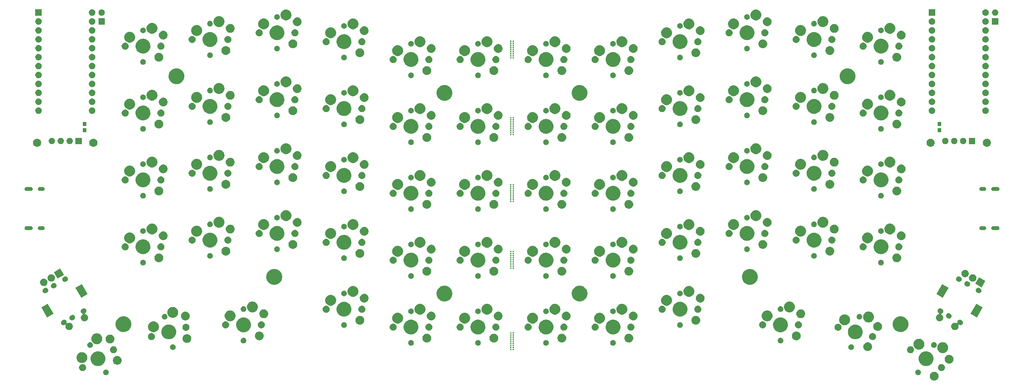
<source format=gbr>
G04 #@! TF.GenerationSoftware,KiCad,Pcbnew,(5.1.6)-1*
G04 #@! TF.CreationDate,2020-09-28T23:27:37+08:00*
G04 #@! TF.ProjectId,Cantaloupe,43616e74-616c-46f7-9570-652e6b696361,rev?*
G04 #@! TF.SameCoordinates,Original*
G04 #@! TF.FileFunction,Soldermask,Top*
G04 #@! TF.FilePolarity,Negative*
%FSLAX46Y46*%
G04 Gerber Fmt 4.6, Leading zero omitted, Abs format (unit mm)*
G04 Created by KiCad (PCBNEW (5.1.6)-1) date 2020-09-28 23:27:37*
%MOMM*%
%LPD*%
G01*
G04 APERTURE LIST*
%ADD10C,0.100000*%
G04 APERTURE END LIST*
D10*
G36*
X328985697Y-160178485D02*
G01*
X329213365Y-160272788D01*
X329418260Y-160409695D01*
X329592509Y-160583944D01*
X329729416Y-160788839D01*
X329823719Y-161016507D01*
X329871794Y-161258197D01*
X329871794Y-161504623D01*
X329823719Y-161746313D01*
X329729416Y-161973981D01*
X329592509Y-162178876D01*
X329418260Y-162353125D01*
X329213365Y-162490032D01*
X329213364Y-162490033D01*
X329213363Y-162490033D01*
X328985697Y-162584335D01*
X328744008Y-162632410D01*
X328497580Y-162632410D01*
X328255891Y-162584335D01*
X328028225Y-162490033D01*
X328028224Y-162490033D01*
X328028223Y-162490032D01*
X327823328Y-162353125D01*
X327649079Y-162178876D01*
X327512172Y-161973981D01*
X327417869Y-161746313D01*
X327369794Y-161504623D01*
X327369794Y-161258197D01*
X327417869Y-161016507D01*
X327512172Y-160788839D01*
X327649079Y-160583944D01*
X327823328Y-160409695D01*
X328028223Y-160272788D01*
X328255891Y-160178485D01*
X328497580Y-160130410D01*
X328744008Y-160130410D01*
X328985697Y-160178485D01*
G37*
G36*
X324282322Y-159530325D02*
G01*
X324405941Y-159581530D01*
X324428096Y-159590707D01*
X324559288Y-159678366D01*
X324670858Y-159789936D01*
X324697964Y-159830504D01*
X324758518Y-159921130D01*
X324818899Y-160066902D01*
X324849680Y-160221651D01*
X324849680Y-160379437D01*
X324818899Y-160534186D01*
X324758518Y-160679958D01*
X324758517Y-160679960D01*
X324670858Y-160811152D01*
X324559288Y-160922722D01*
X324428096Y-161010381D01*
X324428095Y-161010382D01*
X324428094Y-161010382D01*
X324282322Y-161070763D01*
X324127573Y-161101544D01*
X323969787Y-161101544D01*
X323815038Y-161070763D01*
X323669266Y-161010382D01*
X323669265Y-161010382D01*
X323669264Y-161010381D01*
X323538072Y-160922722D01*
X323426502Y-160811152D01*
X323338843Y-160679960D01*
X323338842Y-160679958D01*
X323278461Y-160534186D01*
X323247680Y-160379437D01*
X323247680Y-160221651D01*
X323278461Y-160066902D01*
X323338842Y-159921130D01*
X323399396Y-159830504D01*
X323426502Y-159789936D01*
X323538072Y-159678366D01*
X323669264Y-159590707D01*
X323691419Y-159581530D01*
X323815038Y-159530325D01*
X323969787Y-159499544D01*
X324127573Y-159499544D01*
X324282322Y-159530325D01*
G37*
G36*
X93338950Y-159530325D02*
G01*
X93462569Y-159581530D01*
X93484724Y-159590707D01*
X93615916Y-159678366D01*
X93727486Y-159789936D01*
X93754592Y-159830504D01*
X93815146Y-159921130D01*
X93875527Y-160066902D01*
X93906308Y-160221651D01*
X93906308Y-160379437D01*
X93875527Y-160534186D01*
X93815146Y-160679958D01*
X93815145Y-160679960D01*
X93727486Y-160811152D01*
X93615916Y-160922722D01*
X93484724Y-161010381D01*
X93484723Y-161010382D01*
X93484722Y-161010382D01*
X93338950Y-161070763D01*
X93184201Y-161101544D01*
X93026415Y-161101544D01*
X92871666Y-161070763D01*
X92725894Y-161010382D01*
X92725893Y-161010382D01*
X92725892Y-161010381D01*
X92594700Y-160922722D01*
X92483130Y-160811152D01*
X92395471Y-160679960D01*
X92395470Y-160679958D01*
X92335089Y-160534186D01*
X92304308Y-160379437D01*
X92304308Y-160221651D01*
X92335089Y-160066902D01*
X92395470Y-159921130D01*
X92456024Y-159830504D01*
X92483130Y-159789936D01*
X92594700Y-159678366D01*
X92725892Y-159590707D01*
X92748047Y-159581530D01*
X92871666Y-159530325D01*
X93026415Y-159499544D01*
X93184201Y-159499544D01*
X93338950Y-159530325D01*
G37*
G36*
X330893374Y-157961664D02*
G01*
X330990070Y-157980898D01*
X331172240Y-158056356D01*
X331336189Y-158165903D01*
X331475616Y-158305330D01*
X331585163Y-158469279D01*
X331660621Y-158651449D01*
X331699089Y-158844840D01*
X331699089Y-159042020D01*
X331660621Y-159235411D01*
X331585163Y-159417581D01*
X331475616Y-159581530D01*
X331336189Y-159720957D01*
X331172240Y-159830504D01*
X330990070Y-159905962D01*
X330893374Y-159925196D01*
X330796680Y-159944430D01*
X330599498Y-159944430D01*
X330406108Y-159905962D01*
X330223938Y-159830504D01*
X330059989Y-159720957D01*
X329920562Y-159581530D01*
X329811015Y-159417581D01*
X329735557Y-159235411D01*
X329697089Y-159042020D01*
X329697089Y-158844840D01*
X329735557Y-158651449D01*
X329811015Y-158469279D01*
X329920562Y-158305330D01*
X330059989Y-158165903D01*
X330223938Y-158056356D01*
X330406108Y-157980898D01*
X330599498Y-157942430D01*
X330796680Y-157942430D01*
X330893374Y-157961664D01*
G37*
G36*
X86651184Y-157961664D02*
G01*
X86747880Y-157980898D01*
X86930050Y-158056356D01*
X87093999Y-158165903D01*
X87233426Y-158305330D01*
X87342973Y-158469279D01*
X87418431Y-158651449D01*
X87456899Y-158844840D01*
X87456899Y-159042020D01*
X87418431Y-159235411D01*
X87342973Y-159417581D01*
X87233426Y-159581530D01*
X87093999Y-159720957D01*
X86930050Y-159830504D01*
X86747880Y-159905962D01*
X86554490Y-159944430D01*
X86357308Y-159944430D01*
X86163918Y-159905962D01*
X85981748Y-159830504D01*
X85817799Y-159720957D01*
X85678372Y-159581530D01*
X85568825Y-159417581D01*
X85493367Y-159235411D01*
X85454899Y-159042020D01*
X85454899Y-158844840D01*
X85493367Y-158651449D01*
X85568825Y-158469279D01*
X85678372Y-158305330D01*
X85817799Y-158165903D01*
X85981748Y-158056356D01*
X86163918Y-157980898D01*
X86260614Y-157961664D01*
X86357308Y-157942430D01*
X86554490Y-157942430D01*
X86651184Y-157961664D01*
G37*
G36*
X91238945Y-154337579D02*
G01*
X91468147Y-154383170D01*
X91850505Y-154541548D01*
X91963919Y-154617329D01*
X92163232Y-154750505D01*
X92194618Y-154771477D01*
X92487261Y-155064120D01*
X92717190Y-155408233D01*
X92868194Y-155772788D01*
X92875568Y-155790592D01*
X92956308Y-156196498D01*
X92956308Y-156610362D01*
X92943716Y-156673664D01*
X92875568Y-157016269D01*
X92717190Y-157398627D01*
X92634644Y-157522166D01*
X92487262Y-157742739D01*
X92194617Y-158035384D01*
X92163230Y-158056356D01*
X91850505Y-158265312D01*
X91468147Y-158423690D01*
X91332844Y-158450603D01*
X91062240Y-158504430D01*
X90648376Y-158504430D01*
X90377772Y-158450603D01*
X90242469Y-158423690D01*
X89860111Y-158265312D01*
X89547386Y-158056356D01*
X89515999Y-158035384D01*
X89223354Y-157742739D01*
X89075972Y-157522166D01*
X88993426Y-157398627D01*
X88835048Y-157016269D01*
X88766900Y-156673664D01*
X88754308Y-156610362D01*
X88754308Y-156196498D01*
X88835048Y-155790592D01*
X88842423Y-155772788D01*
X88993426Y-155408233D01*
X89223355Y-155064120D01*
X89515998Y-154771477D01*
X89547385Y-154750505D01*
X89746697Y-154617329D01*
X89860111Y-154541548D01*
X90242469Y-154383170D01*
X90471671Y-154337579D01*
X90648376Y-154302430D01*
X91062240Y-154302430D01*
X91238945Y-154337579D01*
G37*
G36*
X326682317Y-154337579D02*
G01*
X326911519Y-154383170D01*
X327293877Y-154541548D01*
X327407291Y-154617329D01*
X327606604Y-154750505D01*
X327637990Y-154771477D01*
X327930633Y-155064120D01*
X328160562Y-155408233D01*
X328311566Y-155772788D01*
X328318940Y-155790592D01*
X328399680Y-156196498D01*
X328399680Y-156610362D01*
X328387088Y-156673664D01*
X328318940Y-157016269D01*
X328160562Y-157398627D01*
X328078016Y-157522166D01*
X327930634Y-157742739D01*
X327637989Y-158035384D01*
X327606602Y-158056356D01*
X327293877Y-158265312D01*
X326911519Y-158423690D01*
X326776216Y-158450603D01*
X326505612Y-158504430D01*
X326091748Y-158504430D01*
X325821144Y-158450603D01*
X325685841Y-158423690D01*
X325303483Y-158265312D01*
X324990758Y-158056356D01*
X324959371Y-158035384D01*
X324666726Y-157742739D01*
X324519344Y-157522166D01*
X324436798Y-157398627D01*
X324278420Y-157016269D01*
X324210272Y-156673664D01*
X324197680Y-156610362D01*
X324197680Y-156196498D01*
X324278420Y-155790592D01*
X324285795Y-155772788D01*
X324436798Y-155408233D01*
X324666727Y-155064120D01*
X324959370Y-154771477D01*
X324990757Y-154750505D01*
X325190069Y-154617329D01*
X325303483Y-154541548D01*
X325685841Y-154383170D01*
X325915043Y-154337579D01*
X326091748Y-154302430D01*
X326505612Y-154302430D01*
X326682317Y-154337579D01*
G37*
G36*
X96580869Y-155656315D02*
G01*
X96692325Y-155678485D01*
X96919993Y-155772788D01*
X97124888Y-155909695D01*
X97299137Y-156083944D01*
X97417767Y-156261486D01*
X97436045Y-156288841D01*
X97530347Y-156516507D01*
X97578422Y-156758196D01*
X97578422Y-157004624D01*
X97530347Y-157246313D01*
X97467258Y-157398625D01*
X97436044Y-157473981D01*
X97299137Y-157678876D01*
X97124888Y-157853125D01*
X96919993Y-157990032D01*
X96919992Y-157990033D01*
X96919991Y-157990033D01*
X96692325Y-158084335D01*
X96450636Y-158132410D01*
X96204208Y-158132410D01*
X95962519Y-158084335D01*
X95734853Y-157990033D01*
X95734852Y-157990033D01*
X95734851Y-157990032D01*
X95529956Y-157853125D01*
X95355707Y-157678876D01*
X95218800Y-157473981D01*
X95187587Y-157398625D01*
X95124497Y-157246313D01*
X95076422Y-157004624D01*
X95076422Y-156758196D01*
X95124497Y-156516507D01*
X95218799Y-156288841D01*
X95237077Y-156261486D01*
X95355707Y-156083944D01*
X95529956Y-155909695D01*
X95734851Y-155772788D01*
X95962519Y-155678485D01*
X96073975Y-155656315D01*
X96204208Y-155630410D01*
X96450636Y-155630410D01*
X96580869Y-155656315D01*
G37*
G36*
X333218229Y-155347525D02*
G01*
X333364792Y-155408233D01*
X333445897Y-155441828D01*
X333650792Y-155578735D01*
X333825041Y-155752984D01*
X333929752Y-155909695D01*
X333961949Y-155957881D01*
X334056251Y-156185547D01*
X334104326Y-156427236D01*
X334104326Y-156673664D01*
X334056251Y-156915353D01*
X333980833Y-157097430D01*
X333961948Y-157143021D01*
X333825041Y-157347916D01*
X333650792Y-157522165D01*
X333445897Y-157659072D01*
X333445896Y-157659073D01*
X333445895Y-157659073D01*
X333218229Y-157753375D01*
X332976540Y-157801450D01*
X332730112Y-157801450D01*
X332488423Y-157753375D01*
X332260757Y-157659073D01*
X332260756Y-157659073D01*
X332260755Y-157659072D01*
X332055860Y-157522165D01*
X331881611Y-157347916D01*
X331744704Y-157143021D01*
X331725820Y-157097430D01*
X331650401Y-156915353D01*
X331602326Y-156673664D01*
X331602326Y-156427236D01*
X331650401Y-156185547D01*
X331744703Y-155957881D01*
X331776900Y-155909695D01*
X331881611Y-155752984D01*
X332055860Y-155578735D01*
X332260755Y-155441828D01*
X332341861Y-155408233D01*
X332488423Y-155347525D01*
X332730112Y-155299450D01*
X332976540Y-155299450D01*
X333218229Y-155347525D01*
G37*
G36*
X86588336Y-154587527D02*
G01*
X86738161Y-154617329D01*
X87020425Y-154734246D01*
X87274456Y-154903984D01*
X87490492Y-155120020D01*
X87660230Y-155374051D01*
X87777147Y-155656315D01*
X87836751Y-155955965D01*
X87836751Y-156261485D01*
X87777147Y-156561135D01*
X87660230Y-156843399D01*
X87490492Y-157097430D01*
X87274456Y-157313466D01*
X87020425Y-157483204D01*
X86738161Y-157600121D01*
X86588336Y-157629923D01*
X86438512Y-157659725D01*
X86132990Y-157659725D01*
X85983166Y-157629923D01*
X85833341Y-157600121D01*
X85551077Y-157483204D01*
X85297046Y-157313466D01*
X85081010Y-157097430D01*
X84911272Y-156843399D01*
X84794355Y-156561135D01*
X84734751Y-156261485D01*
X84734751Y-155955965D01*
X84794355Y-155656315D01*
X84911272Y-155374051D01*
X85081010Y-155120020D01*
X85297046Y-154903984D01*
X85551077Y-154734246D01*
X85833341Y-154617329D01*
X85983166Y-154587527D01*
X86132990Y-154557725D01*
X86438512Y-154557725D01*
X86588336Y-154587527D01*
G37*
G36*
X322094556Y-152881664D02*
G01*
X322191252Y-152900898D01*
X322373422Y-152976356D01*
X322537371Y-153085903D01*
X322676798Y-153225330D01*
X322786345Y-153389279D01*
X322861803Y-153571449D01*
X322877513Y-153650430D01*
X322900271Y-153764839D01*
X322900271Y-153962021D01*
X322892749Y-153999834D01*
X322861803Y-154155411D01*
X322786345Y-154337581D01*
X322676798Y-154501530D01*
X322537371Y-154640957D01*
X322373422Y-154750504D01*
X322191252Y-154825962D01*
X322094556Y-154845196D01*
X321997862Y-154864430D01*
X321800680Y-154864430D01*
X321703986Y-154845196D01*
X321607290Y-154825962D01*
X321425120Y-154750504D01*
X321261171Y-154640957D01*
X321121744Y-154501530D01*
X321012197Y-154337581D01*
X320936739Y-154155411D01*
X320905793Y-153999834D01*
X320898271Y-153962021D01*
X320898271Y-153764839D01*
X320921029Y-153650430D01*
X320936739Y-153571449D01*
X321012197Y-153389279D01*
X321121744Y-153225330D01*
X321261171Y-153085903D01*
X321425120Y-152976356D01*
X321607290Y-152900898D01*
X321703986Y-152881664D01*
X321800680Y-152862430D01*
X321997862Y-152862430D01*
X322094556Y-152881664D01*
G37*
G36*
X95450002Y-152881664D02*
G01*
X95546698Y-152900898D01*
X95728868Y-152976356D01*
X95892817Y-153085903D01*
X96032244Y-153225330D01*
X96141791Y-153389279D01*
X96217249Y-153571449D01*
X96232959Y-153650430D01*
X96255717Y-153764839D01*
X96255717Y-153962021D01*
X96248195Y-153999834D01*
X96217249Y-154155411D01*
X96141791Y-154337581D01*
X96032244Y-154501530D01*
X95892817Y-154640957D01*
X95728868Y-154750504D01*
X95546698Y-154825962D01*
X95450002Y-154845196D01*
X95353308Y-154864430D01*
X95156126Y-154864430D01*
X95059432Y-154845196D01*
X94962736Y-154825962D01*
X94780566Y-154750504D01*
X94616617Y-154640957D01*
X94477190Y-154501530D01*
X94367643Y-154337581D01*
X94292185Y-154155411D01*
X94261239Y-153999834D01*
X94253717Y-153962021D01*
X94253717Y-153764839D01*
X94276475Y-153650430D01*
X94292185Y-153571449D01*
X94367643Y-153389279D01*
X94477190Y-153225330D01*
X94616617Y-153085903D01*
X94780566Y-152976356D01*
X94962736Y-152900898D01*
X95059432Y-152881664D01*
X95156126Y-152862430D01*
X95353308Y-152862430D01*
X95450002Y-152881664D01*
G37*
G36*
X331322384Y-151749126D02*
G01*
X331490795Y-151782625D01*
X331773059Y-151899542D01*
X332027090Y-152069280D01*
X332243126Y-152285316D01*
X332412864Y-152539347D01*
X332529781Y-152821611D01*
X332542535Y-152885730D01*
X332589385Y-153121260D01*
X332589385Y-153426782D01*
X332573510Y-153506590D01*
X332529781Y-153726431D01*
X332412864Y-154008695D01*
X332243126Y-154262726D01*
X332027090Y-154478762D01*
X331773059Y-154648500D01*
X331490795Y-154765417D01*
X331340970Y-154795219D01*
X331191146Y-154825021D01*
X330885624Y-154825021D01*
X330735800Y-154795219D01*
X330585975Y-154765417D01*
X330303711Y-154648500D01*
X330049680Y-154478762D01*
X329833644Y-154262726D01*
X329663906Y-154008695D01*
X329546989Y-153726431D01*
X329503260Y-153506590D01*
X329487385Y-153426782D01*
X329487385Y-153121260D01*
X329541368Y-152849869D01*
X329543770Y-152825483D01*
X329542796Y-152815590D01*
X329551050Y-152805532D01*
X329562598Y-152783929D01*
X329663906Y-152539347D01*
X329833644Y-152285316D01*
X330049680Y-152069280D01*
X330303711Y-151899542D01*
X330585975Y-151782625D01*
X330754386Y-151749126D01*
X330885624Y-151723021D01*
X331191146Y-151723021D01*
X331322384Y-151749126D01*
G37*
G36*
X310077685Y-151784935D02*
G01*
X310281074Y-151869181D01*
X310305353Y-151879238D01*
X310510248Y-152016145D01*
X310684497Y-152190394D01*
X310821404Y-152395289D01*
X310821405Y-152395291D01*
X310915707Y-152622957D01*
X310963782Y-152864646D01*
X310963782Y-153111074D01*
X310915707Y-153352763D01*
X310825125Y-153571449D01*
X310821404Y-153580431D01*
X310684497Y-153785326D01*
X310510248Y-153959575D01*
X310305353Y-154096482D01*
X310305352Y-154096483D01*
X310305351Y-154096483D01*
X310077685Y-154190785D01*
X309835996Y-154238860D01*
X309589568Y-154238860D01*
X309347879Y-154190785D01*
X309120213Y-154096483D01*
X309120212Y-154096483D01*
X309120211Y-154096482D01*
X308915316Y-153959575D01*
X308741067Y-153785326D01*
X308604160Y-153580431D01*
X308600440Y-153571449D01*
X308509857Y-153352763D01*
X308461782Y-153111074D01*
X308461782Y-152864646D01*
X308509857Y-152622957D01*
X308604159Y-152395291D01*
X308604160Y-152395289D01*
X308741067Y-152190394D01*
X308915316Y-152016145D01*
X309120211Y-151879238D01*
X309144491Y-151869181D01*
X309347879Y-151784935D01*
X309589568Y-151736860D01*
X309835996Y-151736860D01*
X310077685Y-151784935D01*
G37*
G36*
X208985620Y-148863280D02*
G01*
X208985621Y-148863280D01*
X208985624Y-148863281D01*
X209022203Y-148878433D01*
X209055124Y-148900430D01*
X209083121Y-148928427D01*
X209105118Y-148961348D01*
X209120270Y-148997927D01*
X209120271Y-148997930D01*
X209120271Y-148997931D01*
X209127994Y-149036759D01*
X209127994Y-149076355D01*
X209120559Y-149113737D01*
X209120270Y-149115187D01*
X209105118Y-149151766D01*
X209083121Y-149184687D01*
X209055124Y-149212684D01*
X209022203Y-149234681D01*
X209014307Y-149237952D01*
X208992703Y-149249499D01*
X208973761Y-149265044D01*
X208958216Y-149283986D01*
X208946665Y-149305597D01*
X208939552Y-149329046D01*
X208937150Y-149353432D01*
X208939552Y-149377818D01*
X208946665Y-149401267D01*
X208958216Y-149422878D01*
X208973761Y-149441820D01*
X208992703Y-149457365D01*
X209014307Y-149468912D01*
X209022203Y-149472183D01*
X209055124Y-149494180D01*
X209083121Y-149522177D01*
X209105118Y-149555098D01*
X209120270Y-149591677D01*
X209120271Y-149591680D01*
X209120271Y-149591681D01*
X209126134Y-149621158D01*
X209127994Y-149630510D01*
X209127994Y-149670104D01*
X209120270Y-149708937D01*
X209105118Y-149745516D01*
X209083121Y-149778437D01*
X209055124Y-149806434D01*
X209022203Y-149828431D01*
X209014307Y-149831702D01*
X208992703Y-149843249D01*
X208973761Y-149858794D01*
X208958216Y-149877736D01*
X208946665Y-149899347D01*
X208939552Y-149922796D01*
X208937150Y-149947182D01*
X208939552Y-149971568D01*
X208946665Y-149995017D01*
X208958216Y-150016628D01*
X208973761Y-150035570D01*
X208992703Y-150051115D01*
X209014307Y-150062662D01*
X209022203Y-150065933D01*
X209055124Y-150087930D01*
X209083121Y-150115927D01*
X209105118Y-150148848D01*
X209120270Y-150185427D01*
X209120271Y-150185430D01*
X209120271Y-150185431D01*
X209124736Y-150207879D01*
X209127994Y-150224260D01*
X209127994Y-150263854D01*
X209120270Y-150302687D01*
X209105118Y-150339266D01*
X209083121Y-150372187D01*
X209055124Y-150400184D01*
X209022203Y-150422181D01*
X209014307Y-150425452D01*
X208992703Y-150436999D01*
X208973761Y-150452544D01*
X208958216Y-150471486D01*
X208946665Y-150493097D01*
X208939552Y-150516546D01*
X208937150Y-150540932D01*
X208939552Y-150565318D01*
X208946665Y-150588767D01*
X208958216Y-150610378D01*
X208973761Y-150629320D01*
X208992703Y-150644865D01*
X209014307Y-150656412D01*
X209022203Y-150659683D01*
X209055124Y-150681680D01*
X209083121Y-150709677D01*
X209105118Y-150742598D01*
X209120270Y-150779177D01*
X209120271Y-150779180D01*
X209120271Y-150779181D01*
X209127994Y-150818009D01*
X209127994Y-150857605D01*
X209122191Y-150886782D01*
X209120270Y-150896437D01*
X209105118Y-150933016D01*
X209083121Y-150965937D01*
X209055124Y-150993934D01*
X209022203Y-151015931D01*
X209014307Y-151019202D01*
X208992703Y-151030749D01*
X208973761Y-151046294D01*
X208958216Y-151065236D01*
X208946665Y-151086847D01*
X208939552Y-151110296D01*
X208937150Y-151134682D01*
X208939552Y-151159068D01*
X208946665Y-151182517D01*
X208958216Y-151204128D01*
X208973761Y-151223070D01*
X208992703Y-151238615D01*
X209014307Y-151250162D01*
X209022203Y-151253433D01*
X209055124Y-151275430D01*
X209083121Y-151303427D01*
X209105118Y-151336348D01*
X209120270Y-151372927D01*
X209120271Y-151372930D01*
X209120271Y-151372931D01*
X209124267Y-151393021D01*
X209127994Y-151411760D01*
X209127994Y-151451354D01*
X209120270Y-151490187D01*
X209105118Y-151526766D01*
X209083121Y-151559687D01*
X209055124Y-151587684D01*
X209022203Y-151609681D01*
X209014307Y-151612952D01*
X208992703Y-151624499D01*
X208973761Y-151640044D01*
X208958216Y-151658986D01*
X208946665Y-151680597D01*
X208939552Y-151704046D01*
X208937150Y-151728432D01*
X208939552Y-151752818D01*
X208946665Y-151776267D01*
X208958216Y-151797878D01*
X208973761Y-151816820D01*
X208992703Y-151832365D01*
X209014307Y-151843912D01*
X209022203Y-151847183D01*
X209055124Y-151869180D01*
X209083121Y-151897177D01*
X209105118Y-151930098D01*
X209120270Y-151966677D01*
X209120271Y-151966680D01*
X209120271Y-151966681D01*
X209127994Y-152005509D01*
X209127994Y-152045105D01*
X209123186Y-152069280D01*
X209120270Y-152083937D01*
X209105118Y-152120516D01*
X209083121Y-152153437D01*
X209055124Y-152181434D01*
X209022203Y-152203431D01*
X209014307Y-152206702D01*
X208992703Y-152218249D01*
X208973761Y-152233794D01*
X208958216Y-152252736D01*
X208946665Y-152274347D01*
X208939552Y-152297796D01*
X208937150Y-152322182D01*
X208939552Y-152346568D01*
X208946665Y-152370017D01*
X208958216Y-152391628D01*
X208973761Y-152410570D01*
X208992703Y-152426115D01*
X209014307Y-152437662D01*
X209022203Y-152440933D01*
X209055124Y-152462930D01*
X209083121Y-152490927D01*
X209105118Y-152523848D01*
X209120270Y-152560427D01*
X209120271Y-152560430D01*
X209120271Y-152560431D01*
X209127994Y-152599259D01*
X209127994Y-152638855D01*
X209122511Y-152666423D01*
X209120270Y-152677687D01*
X209105118Y-152714266D01*
X209083121Y-152747187D01*
X209055124Y-152775184D01*
X209022203Y-152797181D01*
X209014307Y-152800452D01*
X208992703Y-152811999D01*
X208973761Y-152827544D01*
X208958216Y-152846486D01*
X208946665Y-152868097D01*
X208939552Y-152891546D01*
X208937150Y-152915932D01*
X208939552Y-152940318D01*
X208946665Y-152963767D01*
X208958216Y-152985378D01*
X208973761Y-153004320D01*
X208992703Y-153019865D01*
X209014307Y-153031412D01*
X209022203Y-153034683D01*
X209055124Y-153056680D01*
X209083121Y-153084677D01*
X209105118Y-153117598D01*
X209120270Y-153154177D01*
X209127994Y-153193010D01*
X209127994Y-153232604D01*
X209120270Y-153271437D01*
X209105118Y-153308016D01*
X209083121Y-153340937D01*
X209055124Y-153368934D01*
X209022203Y-153390931D01*
X209014307Y-153394202D01*
X208992703Y-153405749D01*
X208973761Y-153421294D01*
X208958216Y-153440236D01*
X208946665Y-153461847D01*
X208939552Y-153485296D01*
X208937150Y-153509682D01*
X208939552Y-153534068D01*
X208946665Y-153557517D01*
X208958216Y-153579128D01*
X208973761Y-153598070D01*
X208992703Y-153613615D01*
X209014307Y-153625162D01*
X209022203Y-153628433D01*
X209055124Y-153650430D01*
X209083121Y-153678427D01*
X209105118Y-153711348D01*
X209120270Y-153747927D01*
X209120271Y-153747930D01*
X209120271Y-153747931D01*
X209127994Y-153786759D01*
X209127994Y-153826355D01*
X209123346Y-153849725D01*
X209120270Y-153865187D01*
X209105118Y-153901766D01*
X209083121Y-153934687D01*
X209055124Y-153962684D01*
X209022203Y-153984681D01*
X208985624Y-153999833D01*
X208985621Y-153999834D01*
X208985620Y-153999834D01*
X208946792Y-154007557D01*
X208907196Y-154007557D01*
X208868368Y-153999834D01*
X208868367Y-153999834D01*
X208868364Y-153999833D01*
X208831785Y-153984681D01*
X208798864Y-153962684D01*
X208770867Y-153934687D01*
X208748870Y-153901766D01*
X208733718Y-153865187D01*
X208730643Y-153849725D01*
X208725994Y-153826355D01*
X208725994Y-153786759D01*
X208733717Y-153747931D01*
X208733717Y-153747930D01*
X208733718Y-153747927D01*
X208748870Y-153711348D01*
X208770867Y-153678427D01*
X208798864Y-153650430D01*
X208831785Y-153628433D01*
X208839681Y-153625162D01*
X208861285Y-153613615D01*
X208880227Y-153598070D01*
X208895772Y-153579128D01*
X208907323Y-153557517D01*
X208914436Y-153534068D01*
X208916838Y-153509682D01*
X208914436Y-153485296D01*
X208907323Y-153461847D01*
X208895772Y-153440236D01*
X208880227Y-153421294D01*
X208861285Y-153405749D01*
X208839681Y-153394202D01*
X208831785Y-153390931D01*
X208798864Y-153368934D01*
X208770867Y-153340937D01*
X208748870Y-153308016D01*
X208733718Y-153271437D01*
X208725994Y-153232604D01*
X208725994Y-153193010D01*
X208733718Y-153154177D01*
X208748870Y-153117598D01*
X208770867Y-153084677D01*
X208798864Y-153056680D01*
X208831785Y-153034683D01*
X208839681Y-153031412D01*
X208861285Y-153019865D01*
X208880227Y-153004320D01*
X208895772Y-152985378D01*
X208907323Y-152963767D01*
X208914436Y-152940318D01*
X208916838Y-152915932D01*
X208914436Y-152891546D01*
X208907323Y-152868097D01*
X208895772Y-152846486D01*
X208880227Y-152827544D01*
X208861285Y-152811999D01*
X208839681Y-152800452D01*
X208831785Y-152797181D01*
X208798864Y-152775184D01*
X208770867Y-152747187D01*
X208748870Y-152714266D01*
X208733718Y-152677687D01*
X208731478Y-152666423D01*
X208725994Y-152638855D01*
X208725994Y-152599259D01*
X208733717Y-152560431D01*
X208733717Y-152560430D01*
X208733718Y-152560427D01*
X208748870Y-152523848D01*
X208770867Y-152490927D01*
X208798864Y-152462930D01*
X208831785Y-152440933D01*
X208839681Y-152437662D01*
X208861285Y-152426115D01*
X208880227Y-152410570D01*
X208895772Y-152391628D01*
X208907323Y-152370017D01*
X208914436Y-152346568D01*
X208916838Y-152322182D01*
X208914436Y-152297796D01*
X208907323Y-152274347D01*
X208895772Y-152252736D01*
X208880227Y-152233794D01*
X208861285Y-152218249D01*
X208839681Y-152206702D01*
X208831785Y-152203431D01*
X208798864Y-152181434D01*
X208770867Y-152153437D01*
X208748870Y-152120516D01*
X208733718Y-152083937D01*
X208730803Y-152069280D01*
X208725994Y-152045105D01*
X208725994Y-152005509D01*
X208733717Y-151966681D01*
X208733717Y-151966680D01*
X208733718Y-151966677D01*
X208748870Y-151930098D01*
X208770867Y-151897177D01*
X208798864Y-151869180D01*
X208831785Y-151847183D01*
X208839681Y-151843912D01*
X208861285Y-151832365D01*
X208880227Y-151816820D01*
X208895772Y-151797878D01*
X208907323Y-151776267D01*
X208914436Y-151752818D01*
X208916838Y-151728432D01*
X208914436Y-151704046D01*
X208907323Y-151680597D01*
X208895772Y-151658986D01*
X208880227Y-151640044D01*
X208861285Y-151624499D01*
X208839681Y-151612952D01*
X208831785Y-151609681D01*
X208798864Y-151587684D01*
X208770867Y-151559687D01*
X208748870Y-151526766D01*
X208733718Y-151490187D01*
X208725994Y-151451354D01*
X208725994Y-151411760D01*
X208729721Y-151393021D01*
X208733717Y-151372931D01*
X208733717Y-151372930D01*
X208733718Y-151372927D01*
X208748870Y-151336348D01*
X208770867Y-151303427D01*
X208798864Y-151275430D01*
X208831785Y-151253433D01*
X208839681Y-151250162D01*
X208861285Y-151238615D01*
X208880227Y-151223070D01*
X208895772Y-151204128D01*
X208907323Y-151182517D01*
X208914436Y-151159068D01*
X208916838Y-151134682D01*
X208914436Y-151110296D01*
X208907323Y-151086847D01*
X208895772Y-151065236D01*
X208880227Y-151046294D01*
X208861285Y-151030749D01*
X208839681Y-151019202D01*
X208831785Y-151015931D01*
X208798864Y-150993934D01*
X208770867Y-150965937D01*
X208748870Y-150933016D01*
X208733718Y-150896437D01*
X208731798Y-150886782D01*
X208725994Y-150857605D01*
X208725994Y-150818009D01*
X208733717Y-150779181D01*
X208733717Y-150779180D01*
X208733718Y-150779177D01*
X208748870Y-150742598D01*
X208770867Y-150709677D01*
X208798864Y-150681680D01*
X208831785Y-150659683D01*
X208839681Y-150656412D01*
X208861285Y-150644865D01*
X208880227Y-150629320D01*
X208895772Y-150610378D01*
X208907323Y-150588767D01*
X208914436Y-150565318D01*
X208916838Y-150540932D01*
X208914436Y-150516546D01*
X208907323Y-150493097D01*
X208895772Y-150471486D01*
X208880227Y-150452544D01*
X208861285Y-150436999D01*
X208839681Y-150425452D01*
X208831785Y-150422181D01*
X208798864Y-150400184D01*
X208770867Y-150372187D01*
X208748870Y-150339266D01*
X208733718Y-150302687D01*
X208725994Y-150263854D01*
X208725994Y-150224260D01*
X208729252Y-150207879D01*
X208733717Y-150185431D01*
X208733717Y-150185430D01*
X208733718Y-150185427D01*
X208748870Y-150148848D01*
X208770867Y-150115927D01*
X208798864Y-150087930D01*
X208831785Y-150065933D01*
X208839681Y-150062662D01*
X208861285Y-150051115D01*
X208880227Y-150035570D01*
X208895772Y-150016628D01*
X208907323Y-149995017D01*
X208914436Y-149971568D01*
X208916838Y-149947182D01*
X208914436Y-149922796D01*
X208907323Y-149899347D01*
X208895772Y-149877736D01*
X208880227Y-149858794D01*
X208861285Y-149843249D01*
X208839681Y-149831702D01*
X208831785Y-149828431D01*
X208798864Y-149806434D01*
X208770867Y-149778437D01*
X208748870Y-149745516D01*
X208733718Y-149708937D01*
X208725994Y-149670104D01*
X208725994Y-149630510D01*
X208727854Y-149621158D01*
X208733717Y-149591681D01*
X208733717Y-149591680D01*
X208733718Y-149591677D01*
X208748870Y-149555098D01*
X208770867Y-149522177D01*
X208798864Y-149494180D01*
X208831785Y-149472183D01*
X208839681Y-149468912D01*
X208861285Y-149457365D01*
X208880227Y-149441820D01*
X208895772Y-149422878D01*
X208907323Y-149401267D01*
X208914436Y-149377818D01*
X208916838Y-149353432D01*
X208914436Y-149329046D01*
X208907323Y-149305597D01*
X208895772Y-149283986D01*
X208880227Y-149265044D01*
X208861285Y-149249499D01*
X208839681Y-149237952D01*
X208831785Y-149234681D01*
X208798864Y-149212684D01*
X208770867Y-149184687D01*
X208748870Y-149151766D01*
X208733718Y-149115187D01*
X208733430Y-149113737D01*
X208725994Y-149076355D01*
X208725994Y-149036759D01*
X208733717Y-148997931D01*
X208733717Y-148997930D01*
X208733718Y-148997927D01*
X208748870Y-148961348D01*
X208770867Y-148928427D01*
X208798864Y-148900430D01*
X208831785Y-148878433D01*
X208868364Y-148863281D01*
X208868367Y-148863280D01*
X208868368Y-148863280D01*
X208907196Y-148855557D01*
X208946792Y-148855557D01*
X208985620Y-148863280D01*
G37*
G36*
X208285620Y-148863280D02*
G01*
X208285621Y-148863280D01*
X208285624Y-148863281D01*
X208322203Y-148878433D01*
X208355124Y-148900430D01*
X208383121Y-148928427D01*
X208405118Y-148961348D01*
X208420270Y-148997927D01*
X208420271Y-148997930D01*
X208420271Y-148997931D01*
X208427994Y-149036759D01*
X208427994Y-149076355D01*
X208420559Y-149113737D01*
X208420270Y-149115187D01*
X208405118Y-149151766D01*
X208383121Y-149184687D01*
X208355124Y-149212684D01*
X208322203Y-149234681D01*
X208314307Y-149237952D01*
X208292703Y-149249499D01*
X208273761Y-149265044D01*
X208258216Y-149283986D01*
X208246665Y-149305597D01*
X208239552Y-149329046D01*
X208237150Y-149353432D01*
X208239552Y-149377818D01*
X208246665Y-149401267D01*
X208258216Y-149422878D01*
X208273761Y-149441820D01*
X208292703Y-149457365D01*
X208314307Y-149468912D01*
X208322203Y-149472183D01*
X208355124Y-149494180D01*
X208383121Y-149522177D01*
X208405118Y-149555098D01*
X208420270Y-149591677D01*
X208420271Y-149591680D01*
X208420271Y-149591681D01*
X208426134Y-149621158D01*
X208427994Y-149630510D01*
X208427994Y-149670104D01*
X208420270Y-149708937D01*
X208405118Y-149745516D01*
X208383121Y-149778437D01*
X208355124Y-149806434D01*
X208322203Y-149828431D01*
X208314307Y-149831702D01*
X208292703Y-149843249D01*
X208273761Y-149858794D01*
X208258216Y-149877736D01*
X208246665Y-149899347D01*
X208239552Y-149922796D01*
X208237150Y-149947182D01*
X208239552Y-149971568D01*
X208246665Y-149995017D01*
X208258216Y-150016628D01*
X208273761Y-150035570D01*
X208292703Y-150051115D01*
X208314307Y-150062662D01*
X208322203Y-150065933D01*
X208355124Y-150087930D01*
X208383121Y-150115927D01*
X208405118Y-150148848D01*
X208420270Y-150185427D01*
X208420271Y-150185430D01*
X208420271Y-150185431D01*
X208424736Y-150207879D01*
X208427994Y-150224260D01*
X208427994Y-150263854D01*
X208420270Y-150302687D01*
X208405118Y-150339266D01*
X208383121Y-150372187D01*
X208355124Y-150400184D01*
X208322203Y-150422181D01*
X208314307Y-150425452D01*
X208292703Y-150436999D01*
X208273761Y-150452544D01*
X208258216Y-150471486D01*
X208246665Y-150493097D01*
X208239552Y-150516546D01*
X208237150Y-150540932D01*
X208239552Y-150565318D01*
X208246665Y-150588767D01*
X208258216Y-150610378D01*
X208273761Y-150629320D01*
X208292703Y-150644865D01*
X208314307Y-150656412D01*
X208322203Y-150659683D01*
X208355124Y-150681680D01*
X208383121Y-150709677D01*
X208405118Y-150742598D01*
X208420270Y-150779177D01*
X208420271Y-150779180D01*
X208420271Y-150779181D01*
X208427994Y-150818009D01*
X208427994Y-150857605D01*
X208422191Y-150886782D01*
X208420270Y-150896437D01*
X208405118Y-150933016D01*
X208383121Y-150965937D01*
X208355124Y-150993934D01*
X208322203Y-151015931D01*
X208314307Y-151019202D01*
X208292703Y-151030749D01*
X208273761Y-151046294D01*
X208258216Y-151065236D01*
X208246665Y-151086847D01*
X208239552Y-151110296D01*
X208237150Y-151134682D01*
X208239552Y-151159068D01*
X208246665Y-151182517D01*
X208258216Y-151204128D01*
X208273761Y-151223070D01*
X208292703Y-151238615D01*
X208314307Y-151250162D01*
X208322203Y-151253433D01*
X208355124Y-151275430D01*
X208383121Y-151303427D01*
X208405118Y-151336348D01*
X208420270Y-151372927D01*
X208420271Y-151372930D01*
X208420271Y-151372931D01*
X208424267Y-151393021D01*
X208427994Y-151411760D01*
X208427994Y-151451354D01*
X208420270Y-151490187D01*
X208405118Y-151526766D01*
X208383121Y-151559687D01*
X208355124Y-151587684D01*
X208322203Y-151609681D01*
X208314307Y-151612952D01*
X208292703Y-151624499D01*
X208273761Y-151640044D01*
X208258216Y-151658986D01*
X208246665Y-151680597D01*
X208239552Y-151704046D01*
X208237150Y-151728432D01*
X208239552Y-151752818D01*
X208246665Y-151776267D01*
X208258216Y-151797878D01*
X208273761Y-151816820D01*
X208292703Y-151832365D01*
X208314307Y-151843912D01*
X208322203Y-151847183D01*
X208355124Y-151869180D01*
X208383121Y-151897177D01*
X208405118Y-151930098D01*
X208420270Y-151966677D01*
X208420271Y-151966680D01*
X208420271Y-151966681D01*
X208427994Y-152005509D01*
X208427994Y-152045105D01*
X208423186Y-152069280D01*
X208420270Y-152083937D01*
X208405118Y-152120516D01*
X208383121Y-152153437D01*
X208355124Y-152181434D01*
X208322203Y-152203431D01*
X208314307Y-152206702D01*
X208292703Y-152218249D01*
X208273761Y-152233794D01*
X208258216Y-152252736D01*
X208246665Y-152274347D01*
X208239552Y-152297796D01*
X208237150Y-152322182D01*
X208239552Y-152346568D01*
X208246665Y-152370017D01*
X208258216Y-152391628D01*
X208273761Y-152410570D01*
X208292703Y-152426115D01*
X208314307Y-152437662D01*
X208322203Y-152440933D01*
X208355124Y-152462930D01*
X208383121Y-152490927D01*
X208405118Y-152523848D01*
X208420270Y-152560427D01*
X208420271Y-152560430D01*
X208420271Y-152560431D01*
X208427994Y-152599259D01*
X208427994Y-152638855D01*
X208422511Y-152666423D01*
X208420270Y-152677687D01*
X208405118Y-152714266D01*
X208383121Y-152747187D01*
X208355124Y-152775184D01*
X208322203Y-152797181D01*
X208314307Y-152800452D01*
X208292703Y-152811999D01*
X208273761Y-152827544D01*
X208258216Y-152846486D01*
X208246665Y-152868097D01*
X208239552Y-152891546D01*
X208237150Y-152915932D01*
X208239552Y-152940318D01*
X208246665Y-152963767D01*
X208258216Y-152985378D01*
X208273761Y-153004320D01*
X208292703Y-153019865D01*
X208314307Y-153031412D01*
X208322203Y-153034683D01*
X208355124Y-153056680D01*
X208383121Y-153084677D01*
X208405118Y-153117598D01*
X208420270Y-153154177D01*
X208427994Y-153193010D01*
X208427994Y-153232604D01*
X208420270Y-153271437D01*
X208405118Y-153308016D01*
X208383121Y-153340937D01*
X208355124Y-153368934D01*
X208322203Y-153390931D01*
X208314307Y-153394202D01*
X208292703Y-153405749D01*
X208273761Y-153421294D01*
X208258216Y-153440236D01*
X208246665Y-153461847D01*
X208239552Y-153485296D01*
X208237150Y-153509682D01*
X208239552Y-153534068D01*
X208246665Y-153557517D01*
X208258216Y-153579128D01*
X208273761Y-153598070D01*
X208292703Y-153613615D01*
X208314307Y-153625162D01*
X208322203Y-153628433D01*
X208355124Y-153650430D01*
X208383121Y-153678427D01*
X208405118Y-153711348D01*
X208420270Y-153747927D01*
X208420271Y-153747930D01*
X208420271Y-153747931D01*
X208427994Y-153786759D01*
X208427994Y-153826355D01*
X208423346Y-153849725D01*
X208420270Y-153865187D01*
X208405118Y-153901766D01*
X208383121Y-153934687D01*
X208355124Y-153962684D01*
X208322203Y-153984681D01*
X208285624Y-153999833D01*
X208285621Y-153999834D01*
X208285620Y-153999834D01*
X208246792Y-154007557D01*
X208207196Y-154007557D01*
X208168368Y-153999834D01*
X208168367Y-153999834D01*
X208168364Y-153999833D01*
X208131785Y-153984681D01*
X208098864Y-153962684D01*
X208070867Y-153934687D01*
X208048870Y-153901766D01*
X208033718Y-153865187D01*
X208030643Y-153849725D01*
X208025994Y-153826355D01*
X208025994Y-153786759D01*
X208033717Y-153747931D01*
X208033717Y-153747930D01*
X208033718Y-153747927D01*
X208048870Y-153711348D01*
X208070867Y-153678427D01*
X208098864Y-153650430D01*
X208131785Y-153628433D01*
X208139681Y-153625162D01*
X208161285Y-153613615D01*
X208180227Y-153598070D01*
X208195772Y-153579128D01*
X208207323Y-153557517D01*
X208214436Y-153534068D01*
X208216838Y-153509682D01*
X208214436Y-153485296D01*
X208207323Y-153461847D01*
X208195772Y-153440236D01*
X208180227Y-153421294D01*
X208161285Y-153405749D01*
X208139681Y-153394202D01*
X208131785Y-153390931D01*
X208098864Y-153368934D01*
X208070867Y-153340937D01*
X208048870Y-153308016D01*
X208033718Y-153271437D01*
X208025994Y-153232604D01*
X208025994Y-153193010D01*
X208033718Y-153154177D01*
X208048870Y-153117598D01*
X208070867Y-153084677D01*
X208098864Y-153056680D01*
X208131785Y-153034683D01*
X208139681Y-153031412D01*
X208161285Y-153019865D01*
X208180227Y-153004320D01*
X208195772Y-152985378D01*
X208207323Y-152963767D01*
X208214436Y-152940318D01*
X208216838Y-152915932D01*
X208214436Y-152891546D01*
X208207323Y-152868097D01*
X208195772Y-152846486D01*
X208180227Y-152827544D01*
X208161285Y-152811999D01*
X208139681Y-152800452D01*
X208131785Y-152797181D01*
X208098864Y-152775184D01*
X208070867Y-152747187D01*
X208048870Y-152714266D01*
X208033718Y-152677687D01*
X208031478Y-152666423D01*
X208025994Y-152638855D01*
X208025994Y-152599259D01*
X208033717Y-152560431D01*
X208033717Y-152560430D01*
X208033718Y-152560427D01*
X208048870Y-152523848D01*
X208070867Y-152490927D01*
X208098864Y-152462930D01*
X208131785Y-152440933D01*
X208139681Y-152437662D01*
X208161285Y-152426115D01*
X208180227Y-152410570D01*
X208195772Y-152391628D01*
X208207323Y-152370017D01*
X208214436Y-152346568D01*
X208216838Y-152322182D01*
X208214436Y-152297796D01*
X208207323Y-152274347D01*
X208195772Y-152252736D01*
X208180227Y-152233794D01*
X208161285Y-152218249D01*
X208139681Y-152206702D01*
X208131785Y-152203431D01*
X208098864Y-152181434D01*
X208070867Y-152153437D01*
X208048870Y-152120516D01*
X208033718Y-152083937D01*
X208030803Y-152069280D01*
X208025994Y-152045105D01*
X208025994Y-152005509D01*
X208033717Y-151966681D01*
X208033717Y-151966680D01*
X208033718Y-151966677D01*
X208048870Y-151930098D01*
X208070867Y-151897177D01*
X208098864Y-151869180D01*
X208131785Y-151847183D01*
X208139681Y-151843912D01*
X208161285Y-151832365D01*
X208180227Y-151816820D01*
X208195772Y-151797878D01*
X208207323Y-151776267D01*
X208214436Y-151752818D01*
X208216838Y-151728432D01*
X208214436Y-151704046D01*
X208207323Y-151680597D01*
X208195772Y-151658986D01*
X208180227Y-151640044D01*
X208161285Y-151624499D01*
X208139681Y-151612952D01*
X208131785Y-151609681D01*
X208098864Y-151587684D01*
X208070867Y-151559687D01*
X208048870Y-151526766D01*
X208033718Y-151490187D01*
X208025994Y-151451354D01*
X208025994Y-151411760D01*
X208029721Y-151393021D01*
X208033717Y-151372931D01*
X208033717Y-151372930D01*
X208033718Y-151372927D01*
X208048870Y-151336348D01*
X208070867Y-151303427D01*
X208098864Y-151275430D01*
X208131785Y-151253433D01*
X208139681Y-151250162D01*
X208161285Y-151238615D01*
X208180227Y-151223070D01*
X208195772Y-151204128D01*
X208207323Y-151182517D01*
X208214436Y-151159068D01*
X208216838Y-151134682D01*
X208214436Y-151110296D01*
X208207323Y-151086847D01*
X208195772Y-151065236D01*
X208180227Y-151046294D01*
X208161285Y-151030749D01*
X208139681Y-151019202D01*
X208131785Y-151015931D01*
X208098864Y-150993934D01*
X208070867Y-150965937D01*
X208048870Y-150933016D01*
X208033718Y-150896437D01*
X208031798Y-150886782D01*
X208025994Y-150857605D01*
X208025994Y-150818009D01*
X208033717Y-150779181D01*
X208033717Y-150779180D01*
X208033718Y-150779177D01*
X208048870Y-150742598D01*
X208070867Y-150709677D01*
X208098864Y-150681680D01*
X208131785Y-150659683D01*
X208139681Y-150656412D01*
X208161285Y-150644865D01*
X208180227Y-150629320D01*
X208195772Y-150610378D01*
X208207323Y-150588767D01*
X208214436Y-150565318D01*
X208216838Y-150540932D01*
X208214436Y-150516546D01*
X208207323Y-150493097D01*
X208195772Y-150471486D01*
X208180227Y-150452544D01*
X208161285Y-150436999D01*
X208139681Y-150425452D01*
X208131785Y-150422181D01*
X208098864Y-150400184D01*
X208070867Y-150372187D01*
X208048870Y-150339266D01*
X208033718Y-150302687D01*
X208025994Y-150263854D01*
X208025994Y-150224260D01*
X208029252Y-150207879D01*
X208033717Y-150185431D01*
X208033717Y-150185430D01*
X208033718Y-150185427D01*
X208048870Y-150148848D01*
X208070867Y-150115927D01*
X208098864Y-150087930D01*
X208131785Y-150065933D01*
X208139681Y-150062662D01*
X208161285Y-150051115D01*
X208180227Y-150035570D01*
X208195772Y-150016628D01*
X208207323Y-149995017D01*
X208214436Y-149971568D01*
X208216838Y-149947182D01*
X208214436Y-149922796D01*
X208207323Y-149899347D01*
X208195772Y-149877736D01*
X208180227Y-149858794D01*
X208161285Y-149843249D01*
X208139681Y-149831702D01*
X208131785Y-149828431D01*
X208098864Y-149806434D01*
X208070867Y-149778437D01*
X208048870Y-149745516D01*
X208033718Y-149708937D01*
X208025994Y-149670104D01*
X208025994Y-149630510D01*
X208027854Y-149621158D01*
X208033717Y-149591681D01*
X208033717Y-149591680D01*
X208033718Y-149591677D01*
X208048870Y-149555098D01*
X208070867Y-149522177D01*
X208098864Y-149494180D01*
X208131785Y-149472183D01*
X208139681Y-149468912D01*
X208161285Y-149457365D01*
X208180227Y-149441820D01*
X208195772Y-149422878D01*
X208207323Y-149401267D01*
X208214436Y-149377818D01*
X208216838Y-149353432D01*
X208214436Y-149329046D01*
X208207323Y-149305597D01*
X208195772Y-149283986D01*
X208180227Y-149265044D01*
X208161285Y-149249499D01*
X208139681Y-149237952D01*
X208131785Y-149234681D01*
X208098864Y-149212684D01*
X208070867Y-149184687D01*
X208048870Y-149151766D01*
X208033718Y-149115187D01*
X208033430Y-149113737D01*
X208025994Y-149076355D01*
X208025994Y-149036759D01*
X208033717Y-148997931D01*
X208033717Y-148997930D01*
X208033718Y-148997927D01*
X208048870Y-148961348D01*
X208070867Y-148928427D01*
X208098864Y-148900430D01*
X208131785Y-148878433D01*
X208168364Y-148863281D01*
X208168367Y-148863280D01*
X208168368Y-148863280D01*
X208207196Y-148855557D01*
X208246792Y-148855557D01*
X208285620Y-148863280D01*
G37*
G36*
X305250352Y-152356955D02*
G01*
X305396124Y-152417336D01*
X305396126Y-152417337D01*
X305527318Y-152504996D01*
X305638888Y-152616566D01*
X305726547Y-152747758D01*
X305726548Y-152747760D01*
X305786929Y-152893532D01*
X305817710Y-153048281D01*
X305817710Y-153206067D01*
X305786929Y-153360816D01*
X305726549Y-153506586D01*
X305726547Y-153506590D01*
X305638888Y-153637782D01*
X305527318Y-153749352D01*
X305396126Y-153837011D01*
X305396125Y-153837012D01*
X305396124Y-153837012D01*
X305250352Y-153897393D01*
X305095603Y-153928174D01*
X304937817Y-153928174D01*
X304783068Y-153897393D01*
X304637296Y-153837012D01*
X304637295Y-153837012D01*
X304637294Y-153837011D01*
X304506102Y-153749352D01*
X304394532Y-153637782D01*
X304306873Y-153506590D01*
X304306871Y-153506586D01*
X304246491Y-153360816D01*
X304215710Y-153206067D01*
X304215710Y-153048281D01*
X304246491Y-152893532D01*
X304306872Y-152747760D01*
X304306873Y-152747758D01*
X304394532Y-152616566D01*
X304506102Y-152504996D01*
X304637294Y-152417337D01*
X304637296Y-152417336D01*
X304783068Y-152356955D01*
X304937817Y-152326174D01*
X305095603Y-152326174D01*
X305250352Y-152356955D01*
G37*
G36*
X112370925Y-152356951D02*
G01*
X112500372Y-152410570D01*
X112516699Y-152417333D01*
X112647891Y-152504992D01*
X112759461Y-152616562D01*
X112845934Y-152745979D01*
X112847121Y-152747756D01*
X112907502Y-152893528D01*
X112938283Y-153048277D01*
X112938283Y-153206063D01*
X112907502Y-153360812D01*
X112847121Y-153506584D01*
X112847120Y-153506586D01*
X112759461Y-153637778D01*
X112647891Y-153749348D01*
X112516699Y-153837007D01*
X112516698Y-153837008D01*
X112516697Y-153837008D01*
X112370925Y-153897389D01*
X112216176Y-153928170D01*
X112058390Y-153928170D01*
X111903641Y-153897389D01*
X111757869Y-153837008D01*
X111757868Y-153837008D01*
X111757867Y-153837007D01*
X111626675Y-153749348D01*
X111515105Y-153637778D01*
X111427446Y-153506586D01*
X111427445Y-153506584D01*
X111367064Y-153360812D01*
X111336283Y-153206063D01*
X111336283Y-153048277D01*
X111367064Y-152893528D01*
X111427445Y-152747756D01*
X111428632Y-152745979D01*
X111515105Y-152616562D01*
X111626675Y-152504992D01*
X111757867Y-152417333D01*
X111774194Y-152410570D01*
X111903641Y-152356951D01*
X112058390Y-152326170D01*
X112216176Y-152326170D01*
X112370925Y-152356951D01*
G37*
G36*
X324436317Y-150750596D02*
G01*
X324721533Y-150807329D01*
X325003797Y-150924246D01*
X325257828Y-151093984D01*
X325473864Y-151310020D01*
X325643602Y-151564051D01*
X325760519Y-151846315D01*
X325785329Y-151971042D01*
X325820123Y-152145964D01*
X325820123Y-152451486D01*
X325790729Y-152599259D01*
X325760519Y-152751135D01*
X325643602Y-153033399D01*
X325473864Y-153287430D01*
X325257828Y-153503466D01*
X325003797Y-153673204D01*
X324721533Y-153790121D01*
X324571708Y-153819923D01*
X324421884Y-153849725D01*
X324116362Y-153849725D01*
X323966538Y-153819923D01*
X323816713Y-153790121D01*
X323534449Y-153673204D01*
X323280418Y-153503466D01*
X323064382Y-153287430D01*
X322894644Y-153033399D01*
X322777727Y-152751135D01*
X322747517Y-152599259D01*
X322718123Y-152451486D01*
X322718123Y-152145964D01*
X322752917Y-151971042D01*
X322777727Y-151846315D01*
X322894644Y-151564051D01*
X323064382Y-151310020D01*
X323280418Y-151093984D01*
X323534449Y-150924246D01*
X323816713Y-150807329D01*
X324101929Y-150750596D01*
X324116362Y-150747725D01*
X324421884Y-150747725D01*
X324436317Y-150750596D01*
G37*
G36*
X328782322Y-151736097D02*
G01*
X328928094Y-151796478D01*
X328928096Y-151796479D01*
X329059288Y-151884138D01*
X329170858Y-151995708D01*
X329254251Y-152120516D01*
X329258518Y-152126902D01*
X329318899Y-152272674D01*
X329349680Y-152427423D01*
X329349680Y-152585210D01*
X329324520Y-152711702D01*
X329322118Y-152736088D01*
X329323092Y-152745979D01*
X329314838Y-152756037D01*
X329303287Y-152777648D01*
X329258518Y-152885731D01*
X329238338Y-152915932D01*
X329170858Y-153016924D01*
X329059288Y-153128494D01*
X328928096Y-153216153D01*
X328928095Y-153216154D01*
X328928094Y-153216154D01*
X328782322Y-153276535D01*
X328627573Y-153307316D01*
X328469787Y-153307316D01*
X328315038Y-153276535D01*
X328169266Y-153216154D01*
X328169265Y-153216154D01*
X328169264Y-153216153D01*
X328038072Y-153128494D01*
X327926502Y-153016924D01*
X327838843Y-152885732D01*
X327822587Y-152846486D01*
X327778461Y-152739958D01*
X327747680Y-152585209D01*
X327747680Y-152427423D01*
X327778461Y-152272674D01*
X327838842Y-152126902D01*
X327843109Y-152120516D01*
X327926502Y-151995708D01*
X328038072Y-151884138D01*
X328169264Y-151796479D01*
X328169266Y-151796478D01*
X328315038Y-151736097D01*
X328469787Y-151705316D01*
X328627573Y-151705316D01*
X328782322Y-151736097D01*
G37*
G36*
X88838950Y-151736097D02*
G01*
X88984722Y-151796478D01*
X88984724Y-151796479D01*
X89115916Y-151884138D01*
X89227486Y-151995708D01*
X89310879Y-152120516D01*
X89315146Y-152126902D01*
X89375527Y-152272674D01*
X89406308Y-152427423D01*
X89406308Y-152585209D01*
X89375527Y-152739958D01*
X89331401Y-152846486D01*
X89315145Y-152885732D01*
X89227486Y-153016924D01*
X89115916Y-153128494D01*
X88984724Y-153216153D01*
X88984723Y-153216154D01*
X88984722Y-153216154D01*
X88838950Y-153276535D01*
X88684201Y-153307316D01*
X88526415Y-153307316D01*
X88371666Y-153276535D01*
X88225894Y-153216154D01*
X88225893Y-153216154D01*
X88225892Y-153216153D01*
X88094700Y-153128494D01*
X87983130Y-153016924D01*
X87895471Y-152885732D01*
X87879215Y-152846486D01*
X87835089Y-152739958D01*
X87804308Y-152585209D01*
X87804308Y-152427423D01*
X87835089Y-152272674D01*
X87895470Y-152126902D01*
X87899737Y-152120516D01*
X87983130Y-151995708D01*
X88094700Y-151884138D01*
X88225892Y-151796479D01*
X88225894Y-151796478D01*
X88371666Y-151736097D01*
X88526415Y-151705316D01*
X88684201Y-151705316D01*
X88838950Y-151736097D01*
G37*
G36*
X218480235Y-151125986D02*
G01*
X218626007Y-151186367D01*
X218626009Y-151186368D01*
X218757201Y-151274027D01*
X218868771Y-151385597D01*
X218956430Y-151516789D01*
X218956431Y-151516791D01*
X219016812Y-151662563D01*
X219047593Y-151817312D01*
X219047593Y-151975098D01*
X219016812Y-152129847D01*
X218956432Y-152275617D01*
X218956430Y-152275621D01*
X218868771Y-152406813D01*
X218757201Y-152518383D01*
X218626009Y-152606042D01*
X218626008Y-152606043D01*
X218626007Y-152606043D01*
X218480235Y-152666424D01*
X218325486Y-152697205D01*
X218167700Y-152697205D01*
X218012951Y-152666424D01*
X217867179Y-152606043D01*
X217867178Y-152606043D01*
X217867177Y-152606042D01*
X217735985Y-152518383D01*
X217624415Y-152406813D01*
X217536756Y-152275621D01*
X217536754Y-152275617D01*
X217476374Y-152129847D01*
X217445593Y-151975098D01*
X217445593Y-151817312D01*
X217476374Y-151662563D01*
X217536755Y-151516791D01*
X217536756Y-151516789D01*
X217624415Y-151385597D01*
X217735985Y-151274027D01*
X217867177Y-151186368D01*
X217867179Y-151186367D01*
X218012951Y-151125986D01*
X218167700Y-151095205D01*
X218325486Y-151095205D01*
X218480235Y-151125986D01*
G37*
G36*
X199141041Y-151125984D02*
G01*
X199286813Y-151186365D01*
X199286815Y-151186366D01*
X199418007Y-151274025D01*
X199529577Y-151385595D01*
X199617236Y-151516787D01*
X199617237Y-151516789D01*
X199677618Y-151662561D01*
X199708399Y-151817310D01*
X199708399Y-151975096D01*
X199677618Y-152129845D01*
X199618456Y-152272673D01*
X199617236Y-152275619D01*
X199529577Y-152406811D01*
X199418007Y-152518381D01*
X199286815Y-152606040D01*
X199286814Y-152606041D01*
X199286813Y-152606041D01*
X199141041Y-152666422D01*
X198986292Y-152697203D01*
X198828506Y-152697203D01*
X198673757Y-152666422D01*
X198527985Y-152606041D01*
X198527984Y-152606041D01*
X198527983Y-152606040D01*
X198396791Y-152518381D01*
X198285221Y-152406811D01*
X198197562Y-152275619D01*
X198196342Y-152272673D01*
X198137180Y-152129845D01*
X198106399Y-151975096D01*
X198106399Y-151817310D01*
X198137180Y-151662561D01*
X198197561Y-151516789D01*
X198197562Y-151516787D01*
X198285221Y-151385595D01*
X198396791Y-151274025D01*
X198527983Y-151186366D01*
X198527985Y-151186365D01*
X198673757Y-151125984D01*
X198828506Y-151095203D01*
X198986292Y-151095203D01*
X199141041Y-151125984D01*
G37*
G36*
X180091038Y-151125982D02*
G01*
X180236810Y-151186363D01*
X180236812Y-151186364D01*
X180368004Y-151274023D01*
X180479574Y-151385593D01*
X180567233Y-151516785D01*
X180567234Y-151516787D01*
X180627615Y-151662559D01*
X180658396Y-151817308D01*
X180658396Y-151975094D01*
X180627615Y-152129843D01*
X180568452Y-152272674D01*
X180567233Y-152275617D01*
X180479574Y-152406809D01*
X180368004Y-152518379D01*
X180236812Y-152606038D01*
X180236811Y-152606039D01*
X180236810Y-152606039D01*
X180091038Y-152666420D01*
X179936289Y-152697201D01*
X179778503Y-152697201D01*
X179623754Y-152666420D01*
X179477982Y-152606039D01*
X179477981Y-152606039D01*
X179477980Y-152606038D01*
X179346788Y-152518379D01*
X179235218Y-152406809D01*
X179147559Y-152275617D01*
X179146340Y-152272674D01*
X179087177Y-152129843D01*
X179056396Y-151975094D01*
X179056396Y-151817308D01*
X179087177Y-151662559D01*
X179147558Y-151516787D01*
X179147559Y-151516785D01*
X179235218Y-151385593D01*
X179346788Y-151274023D01*
X179477980Y-151186364D01*
X179477982Y-151186363D01*
X179623754Y-151125982D01*
X179778503Y-151095201D01*
X179936289Y-151095201D01*
X180091038Y-151125982D01*
G37*
G36*
X237530236Y-151125982D02*
G01*
X237676008Y-151186363D01*
X237676010Y-151186364D01*
X237807202Y-151274023D01*
X237918772Y-151385593D01*
X238006431Y-151516785D01*
X238006432Y-151516787D01*
X238066813Y-151662559D01*
X238097594Y-151817308D01*
X238097594Y-151975094D01*
X238066813Y-152129843D01*
X238007650Y-152272674D01*
X238006431Y-152275617D01*
X237918772Y-152406809D01*
X237807202Y-152518379D01*
X237676010Y-152606038D01*
X237676009Y-152606039D01*
X237676008Y-152606039D01*
X237530236Y-152666420D01*
X237375487Y-152697201D01*
X237217701Y-152697201D01*
X237062952Y-152666420D01*
X236917180Y-152606039D01*
X236917179Y-152606039D01*
X236917178Y-152606038D01*
X236785986Y-152518379D01*
X236674416Y-152406809D01*
X236586757Y-152275617D01*
X236585538Y-152272674D01*
X236526375Y-152129843D01*
X236495594Y-151975094D01*
X236495594Y-151817308D01*
X236526375Y-151662559D01*
X236586756Y-151516787D01*
X236586757Y-151516785D01*
X236674416Y-151385593D01*
X236785986Y-151274023D01*
X236917178Y-151186364D01*
X236917180Y-151186363D01*
X237062952Y-151125982D01*
X237217701Y-151095201D01*
X237375487Y-151095201D01*
X237530236Y-151125982D01*
G37*
G36*
X90794528Y-149208234D02*
G01*
X90967423Y-149242625D01*
X91249687Y-149359542D01*
X91503718Y-149529280D01*
X91719754Y-149745316D01*
X91889492Y-149999347D01*
X92004129Y-150276107D01*
X92006409Y-150281612D01*
X92066013Y-150581260D01*
X92066013Y-150886782D01*
X92056816Y-150933016D01*
X92006409Y-151186431D01*
X91889492Y-151468695D01*
X91719754Y-151722726D01*
X91503718Y-151938762D01*
X91249687Y-152108500D01*
X90967423Y-152225417D01*
X90830081Y-152252736D01*
X90667774Y-152285021D01*
X90362252Y-152285021D01*
X90199945Y-152252736D01*
X90062603Y-152225417D01*
X89780339Y-152108500D01*
X89526308Y-151938762D01*
X89310272Y-151722726D01*
X89140534Y-151468695D01*
X89023617Y-151186431D01*
X88973210Y-150933016D01*
X88964013Y-150886782D01*
X88964013Y-150581260D01*
X89023617Y-150281612D01*
X89025897Y-150276107D01*
X89140534Y-149999347D01*
X89310272Y-149745316D01*
X89526308Y-149529280D01*
X89780339Y-149359542D01*
X90062603Y-149242625D01*
X90235498Y-149208234D01*
X90362252Y-149183021D01*
X90667774Y-149183021D01*
X90794528Y-149208234D01*
G37*
G36*
X132466035Y-150490985D02*
G01*
X132611807Y-150551366D01*
X132611809Y-150551367D01*
X132743001Y-150639026D01*
X132854571Y-150750596D01*
X132942040Y-150881504D01*
X132942231Y-150881790D01*
X133002612Y-151027562D01*
X133033393Y-151182311D01*
X133033393Y-151340097D01*
X133002612Y-151494846D01*
X132953692Y-151612948D01*
X132942230Y-151640620D01*
X132854571Y-151771812D01*
X132743001Y-151883382D01*
X132611809Y-151971041D01*
X132611808Y-151971042D01*
X132611807Y-151971042D01*
X132466035Y-152031423D01*
X132311286Y-152062204D01*
X132153500Y-152062204D01*
X131998751Y-152031423D01*
X131852979Y-151971042D01*
X131852978Y-151971042D01*
X131852977Y-151971041D01*
X131721785Y-151883382D01*
X131610215Y-151771812D01*
X131522556Y-151640620D01*
X131511094Y-151612948D01*
X131462174Y-151494846D01*
X131431393Y-151340097D01*
X131431393Y-151182311D01*
X131462174Y-151027562D01*
X131522555Y-150881790D01*
X131522746Y-150881504D01*
X131610215Y-150750596D01*
X131721785Y-150639026D01*
X131852977Y-150551367D01*
X131852979Y-150551366D01*
X131998751Y-150490985D01*
X132153500Y-150460204D01*
X132311286Y-150460204D01*
X132466035Y-150490985D01*
G37*
G36*
X285155237Y-150490984D02*
G01*
X285301009Y-150551365D01*
X285301011Y-150551366D01*
X285432203Y-150639025D01*
X285543773Y-150750595D01*
X285631432Y-150881787D01*
X285631433Y-150881789D01*
X285691814Y-151027561D01*
X285722595Y-151182310D01*
X285722595Y-151340096D01*
X285691814Y-151494845D01*
X285631670Y-151640044D01*
X285631432Y-151640619D01*
X285543773Y-151771811D01*
X285432203Y-151883381D01*
X285301011Y-151971040D01*
X285301010Y-151971041D01*
X285301009Y-151971041D01*
X285155237Y-152031422D01*
X285000488Y-152062203D01*
X284842702Y-152062203D01*
X284687953Y-152031422D01*
X284542181Y-151971041D01*
X284542180Y-151971041D01*
X284542179Y-151971040D01*
X284410987Y-151883381D01*
X284299417Y-151771811D01*
X284211758Y-151640619D01*
X284211520Y-151640044D01*
X284151376Y-151494845D01*
X284120595Y-151340096D01*
X284120595Y-151182310D01*
X284151376Y-151027561D01*
X284211757Y-150881789D01*
X284211758Y-150881787D01*
X284299417Y-150750595D01*
X284410987Y-150639025D01*
X284542179Y-150551366D01*
X284542181Y-150551365D01*
X284687953Y-150490984D01*
X284842702Y-150460203D01*
X285000488Y-150460203D01*
X285155237Y-150490984D01*
G37*
G36*
X94624857Y-149597525D02*
G01*
X94840312Y-149686769D01*
X94852525Y-149691828D01*
X95057420Y-149828735D01*
X95231669Y-150002984D01*
X95359235Y-150193900D01*
X95368577Y-150207881D01*
X95462879Y-150435547D01*
X95510954Y-150677236D01*
X95510954Y-150923664D01*
X95462879Y-151165353D01*
X95371653Y-151385594D01*
X95368576Y-151393021D01*
X95231669Y-151597916D01*
X95057420Y-151772165D01*
X94852525Y-151909072D01*
X94852524Y-151909073D01*
X94852523Y-151909073D01*
X94624857Y-152003375D01*
X94383168Y-152051450D01*
X94136740Y-152051450D01*
X93895051Y-152003375D01*
X93667385Y-151909073D01*
X93667384Y-151909073D01*
X93667383Y-151909072D01*
X93462488Y-151772165D01*
X93288239Y-151597916D01*
X93151332Y-151393021D01*
X93148256Y-151385594D01*
X93057029Y-151165353D01*
X93008954Y-150923664D01*
X93008954Y-150677236D01*
X93057029Y-150435547D01*
X93151331Y-150207881D01*
X93160673Y-150193900D01*
X93288239Y-150002984D01*
X93462488Y-149828735D01*
X93667383Y-149691828D01*
X93679597Y-149686769D01*
X93895051Y-149597525D01*
X94136740Y-149549450D01*
X94383168Y-149549450D01*
X94624857Y-149597525D01*
G37*
G36*
X116499446Y-149455560D02*
G01*
X116718513Y-149546300D01*
X116727114Y-149549863D01*
X116932009Y-149686770D01*
X117106258Y-149861019D01*
X117243165Y-150065914D01*
X117243166Y-150065916D01*
X117337468Y-150293582D01*
X117385543Y-150535271D01*
X117385543Y-150781699D01*
X117337468Y-151023388D01*
X117269961Y-151186366D01*
X117243165Y-151251056D01*
X117106258Y-151455951D01*
X116932009Y-151630200D01*
X116727114Y-151767107D01*
X116727113Y-151767108D01*
X116727112Y-151767108D01*
X116499446Y-151861410D01*
X116257757Y-151909485D01*
X116011329Y-151909485D01*
X115769640Y-151861410D01*
X115541974Y-151767108D01*
X115541973Y-151767108D01*
X115541972Y-151767107D01*
X115337077Y-151630200D01*
X115162828Y-151455951D01*
X115025921Y-151251056D01*
X114999126Y-151186366D01*
X114931618Y-151023388D01*
X114883543Y-150781699D01*
X114883543Y-150535271D01*
X114931618Y-150293582D01*
X115025920Y-150065916D01*
X115025921Y-150065914D01*
X115162828Y-149861019D01*
X115337077Y-149686770D01*
X115541972Y-149549863D01*
X115550574Y-149546300D01*
X115769640Y-149455560D01*
X116011329Y-149407485D01*
X116257757Y-149407485D01*
X116499446Y-149455560D01*
G37*
G36*
X223111496Y-149343280D02*
G01*
X223339160Y-149437581D01*
X223339164Y-149437583D01*
X223544059Y-149574490D01*
X223718308Y-149748739D01*
X223855215Y-149953634D01*
X223855216Y-149953636D01*
X223949518Y-150181302D01*
X223997593Y-150422991D01*
X223997593Y-150669419D01*
X223949518Y-150911108D01*
X223855218Y-151138770D01*
X223855215Y-151138776D01*
X223718308Y-151343671D01*
X223544059Y-151517920D01*
X223339164Y-151654827D01*
X223339163Y-151654828D01*
X223339162Y-151654828D01*
X223111496Y-151749130D01*
X222869807Y-151797205D01*
X222623379Y-151797205D01*
X222381690Y-151749130D01*
X222154024Y-151654828D01*
X222154023Y-151654828D01*
X222154022Y-151654827D01*
X221949127Y-151517920D01*
X221774878Y-151343671D01*
X221637971Y-151138776D01*
X221637969Y-151138770D01*
X221543668Y-150911108D01*
X221495593Y-150669419D01*
X221495593Y-150422991D01*
X221543668Y-150181302D01*
X221637970Y-149953636D01*
X221637971Y-149953634D01*
X221774878Y-149748739D01*
X221949127Y-149574490D01*
X222154022Y-149437583D01*
X222154027Y-149437581D01*
X222381690Y-149343280D01*
X222623379Y-149295205D01*
X222869807Y-149295205D01*
X223111496Y-149343280D01*
G37*
G36*
X203772302Y-149343278D02*
G01*
X203999966Y-149437579D01*
X203999970Y-149437581D01*
X204204865Y-149574488D01*
X204379114Y-149748737D01*
X204516021Y-149953632D01*
X204516022Y-149953634D01*
X204610324Y-150181300D01*
X204658399Y-150422989D01*
X204658399Y-150669417D01*
X204610324Y-150911106D01*
X204521319Y-151125985D01*
X204516021Y-151138774D01*
X204379114Y-151343669D01*
X204204865Y-151517918D01*
X203999970Y-151654825D01*
X203999969Y-151654826D01*
X203999968Y-151654826D01*
X203772302Y-151749128D01*
X203530613Y-151797203D01*
X203284185Y-151797203D01*
X203042496Y-151749128D01*
X202814830Y-151654826D01*
X202814829Y-151654826D01*
X202814828Y-151654825D01*
X202609933Y-151517918D01*
X202435684Y-151343669D01*
X202298777Y-151138774D01*
X202293480Y-151125985D01*
X202204474Y-150911106D01*
X202156399Y-150669417D01*
X202156399Y-150422989D01*
X202204474Y-150181300D01*
X202298776Y-149953634D01*
X202298777Y-149953632D01*
X202435684Y-149748737D01*
X202609933Y-149574488D01*
X202814828Y-149437581D01*
X202814833Y-149437579D01*
X203042496Y-149343278D01*
X203284185Y-149295203D01*
X203530613Y-149295203D01*
X203772302Y-149343278D01*
G37*
G36*
X242161497Y-149343276D02*
G01*
X242338192Y-149416465D01*
X242389165Y-149437579D01*
X242594060Y-149574486D01*
X242768309Y-149748735D01*
X242905216Y-149953630D01*
X242905217Y-149953632D01*
X242999519Y-150181298D01*
X243047594Y-150422987D01*
X243047594Y-150669415D01*
X242999519Y-150911104D01*
X242910514Y-151125983D01*
X242905216Y-151138772D01*
X242768309Y-151343667D01*
X242594060Y-151517916D01*
X242389165Y-151654823D01*
X242389164Y-151654824D01*
X242389163Y-151654824D01*
X242161497Y-151749126D01*
X241919808Y-151797201D01*
X241673380Y-151797201D01*
X241431691Y-151749126D01*
X241204025Y-151654824D01*
X241204024Y-151654824D01*
X241204023Y-151654823D01*
X240999128Y-151517916D01*
X240824879Y-151343667D01*
X240687972Y-151138772D01*
X240682675Y-151125983D01*
X240593669Y-150911104D01*
X240545594Y-150669415D01*
X240545594Y-150422987D01*
X240593669Y-150181298D01*
X240687971Y-149953632D01*
X240687972Y-149953630D01*
X240824879Y-149748735D01*
X240999128Y-149574486D01*
X241204023Y-149437579D01*
X241254997Y-149416465D01*
X241431691Y-149343276D01*
X241673380Y-149295201D01*
X241919808Y-149295201D01*
X242161497Y-149343276D01*
G37*
G36*
X184722299Y-149343276D02*
G01*
X184898994Y-149416465D01*
X184949967Y-149437579D01*
X185154862Y-149574486D01*
X185329111Y-149748735D01*
X185466018Y-149953630D01*
X185466019Y-149953632D01*
X185560321Y-150181298D01*
X185608396Y-150422987D01*
X185608396Y-150669415D01*
X185560321Y-150911104D01*
X185471316Y-151125983D01*
X185466018Y-151138772D01*
X185329111Y-151343667D01*
X185154862Y-151517916D01*
X184949967Y-151654823D01*
X184949966Y-151654824D01*
X184949965Y-151654824D01*
X184722299Y-151749126D01*
X184480610Y-151797201D01*
X184234182Y-151797201D01*
X183992493Y-151749126D01*
X183764827Y-151654824D01*
X183764826Y-151654824D01*
X183764825Y-151654823D01*
X183559930Y-151517916D01*
X183385681Y-151343667D01*
X183248774Y-151138772D01*
X183243477Y-151125983D01*
X183154471Y-150911104D01*
X183106396Y-150669415D01*
X183106396Y-150422987D01*
X183154471Y-150181298D01*
X183248773Y-149953632D01*
X183248774Y-149953630D01*
X183385681Y-149748735D01*
X183559930Y-149574486D01*
X183764825Y-149437579D01*
X183815799Y-149416465D01*
X183992493Y-149343276D01*
X184234182Y-149295201D01*
X184480610Y-149295201D01*
X184722299Y-149343276D01*
G37*
G36*
X137097296Y-148708279D02*
G01*
X137324960Y-148802580D01*
X137324964Y-148802582D01*
X137529859Y-148939489D01*
X137704108Y-149113738D01*
X137840446Y-149317782D01*
X137841016Y-149318635D01*
X137935318Y-149546301D01*
X137983393Y-149787990D01*
X137983393Y-150034418D01*
X137935318Y-150276107D01*
X137846313Y-150490986D01*
X137841015Y-150503775D01*
X137704108Y-150708670D01*
X137529859Y-150882919D01*
X137324964Y-151019826D01*
X137324963Y-151019827D01*
X137324962Y-151019827D01*
X137097296Y-151114129D01*
X136855607Y-151162204D01*
X136609179Y-151162204D01*
X136367490Y-151114129D01*
X136139824Y-151019827D01*
X136139823Y-151019827D01*
X136139822Y-151019826D01*
X135934927Y-150882919D01*
X135760678Y-150708670D01*
X135623771Y-150503775D01*
X135618474Y-150490986D01*
X135529468Y-150276107D01*
X135481393Y-150034418D01*
X135481393Y-149787990D01*
X135529468Y-149546301D01*
X135623770Y-149318635D01*
X135624340Y-149317782D01*
X135760678Y-149113738D01*
X135934927Y-148939489D01*
X136139822Y-148802582D01*
X136139827Y-148802580D01*
X136367490Y-148708279D01*
X136609179Y-148660204D01*
X136855607Y-148660204D01*
X137097296Y-148708279D01*
G37*
G36*
X289786498Y-148708278D02*
G01*
X289928136Y-148766946D01*
X290014166Y-148802581D01*
X290219061Y-148939488D01*
X290393310Y-149113737D01*
X290521507Y-149305597D01*
X290530218Y-149318634D01*
X290624520Y-149546300D01*
X290672595Y-149787989D01*
X290672595Y-150034417D01*
X290624520Y-150276106D01*
X290535515Y-150490985D01*
X290530217Y-150503774D01*
X290393310Y-150708669D01*
X290219061Y-150882918D01*
X290014166Y-151019825D01*
X290014165Y-151019826D01*
X290014164Y-151019826D01*
X289786498Y-151114128D01*
X289544809Y-151162203D01*
X289298381Y-151162203D01*
X289056692Y-151114128D01*
X288829026Y-151019826D01*
X288829025Y-151019826D01*
X288829024Y-151019825D01*
X288624129Y-150882918D01*
X288449880Y-150708669D01*
X288312973Y-150503774D01*
X288307676Y-150490985D01*
X288218670Y-150276106D01*
X288170595Y-150034417D01*
X288170595Y-149787989D01*
X288218670Y-149546300D01*
X288312972Y-149318634D01*
X288321683Y-149305597D01*
X288449880Y-149113737D01*
X288624129Y-148939488D01*
X288829024Y-148802581D01*
X288915055Y-148766946D01*
X289056692Y-148708278D01*
X289298381Y-148660203D01*
X289544809Y-148660203D01*
X289786498Y-148708278D01*
G37*
G36*
X311380280Y-149132777D02*
G01*
X311501579Y-149183021D01*
X311562441Y-149208231D01*
X311562450Y-149208235D01*
X311726399Y-149317782D01*
X311865826Y-149457209D01*
X311975373Y-149621158D01*
X312050831Y-149803328D01*
X312055885Y-149828735D01*
X312088961Y-149995017D01*
X312089299Y-149996719D01*
X312089299Y-150193899D01*
X312050831Y-150387290D01*
X312007879Y-150490984D01*
X311975376Y-150569454D01*
X311975373Y-150569460D01*
X311865826Y-150733409D01*
X311726399Y-150872836D01*
X311562450Y-150982383D01*
X311380280Y-151057841D01*
X311186890Y-151096309D01*
X310989708Y-151096309D01*
X310796318Y-151057841D01*
X310614148Y-150982383D01*
X310450199Y-150872836D01*
X310310772Y-150733409D01*
X310201225Y-150569460D01*
X310201223Y-150569454D01*
X310168719Y-150490984D01*
X310125767Y-150387290D01*
X310087299Y-150193899D01*
X310087299Y-149996719D01*
X310087638Y-149995017D01*
X310120713Y-149828735D01*
X310125767Y-149803328D01*
X310201225Y-149621158D01*
X310310772Y-149457209D01*
X310450199Y-149317782D01*
X310614148Y-149208235D01*
X310614158Y-149208231D01*
X310675019Y-149183021D01*
X310796318Y-149132777D01*
X310989708Y-149094309D01*
X311186890Y-149094309D01*
X311380280Y-149132777D01*
G37*
G36*
X106260979Y-149113539D02*
G01*
X106357675Y-149132773D01*
X106539845Y-149208231D01*
X106703794Y-149317778D01*
X106843221Y-149457205D01*
X106952768Y-149621154D01*
X106952769Y-149621156D01*
X106973044Y-149670104D01*
X107028226Y-149803324D01*
X107047326Y-149899347D01*
X107066694Y-149996714D01*
X107066694Y-150193896D01*
X107063912Y-150207881D01*
X107028226Y-150387286D01*
X106952768Y-150569456D01*
X106843221Y-150733405D01*
X106703794Y-150872832D01*
X106539845Y-150982379D01*
X106539844Y-150982380D01*
X106539843Y-150982380D01*
X106511949Y-150993934D01*
X106357675Y-151057837D01*
X106260979Y-151077071D01*
X106164285Y-151096305D01*
X105967103Y-151096305D01*
X105870409Y-151077071D01*
X105773713Y-151057837D01*
X105619439Y-150993934D01*
X105591545Y-150982380D01*
X105591544Y-150982380D01*
X105591543Y-150982379D01*
X105427594Y-150872832D01*
X105288167Y-150733405D01*
X105178620Y-150569456D01*
X105103162Y-150387286D01*
X105067476Y-150207881D01*
X105064694Y-150193896D01*
X105064694Y-149996714D01*
X105084062Y-149899347D01*
X105103162Y-149803324D01*
X105158344Y-149670104D01*
X105178619Y-149621156D01*
X105178620Y-149621154D01*
X105288167Y-149457205D01*
X105427594Y-149317778D01*
X105591543Y-149208231D01*
X105773713Y-149132773D01*
X105870409Y-149113539D01*
X105967103Y-149094305D01*
X106164285Y-149094305D01*
X106260979Y-149113539D01*
G37*
G36*
X306591834Y-146719988D02*
G01*
X306794235Y-146760248D01*
X307036851Y-146860743D01*
X307176584Y-146918622D01*
X307176593Y-146918626D01*
X307181717Y-146922050D01*
X307520705Y-147148554D01*
X307813350Y-147441199D01*
X307895599Y-147564294D01*
X308043278Y-147785311D01*
X308201656Y-148167669D01*
X308207643Y-148197767D01*
X308282396Y-148573576D01*
X308282396Y-148987440D01*
X308249709Y-149151766D01*
X308201656Y-149393347D01*
X308107293Y-149621160D01*
X308043281Y-149775699D01*
X308043278Y-149775705D01*
X307975103Y-149877736D01*
X307813350Y-150119817D01*
X307520705Y-150412462D01*
X307384045Y-150503775D01*
X307176593Y-150642390D01*
X307176592Y-150642391D01*
X307176591Y-150642391D01*
X307111349Y-150669415D01*
X306794235Y-150800768D01*
X306761250Y-150807329D01*
X306388328Y-150881508D01*
X305974464Y-150881508D01*
X305601542Y-150807329D01*
X305568557Y-150800768D01*
X305251443Y-150669415D01*
X305186201Y-150642391D01*
X305186200Y-150642391D01*
X305186199Y-150642390D01*
X304978747Y-150503775D01*
X304842087Y-150412462D01*
X304549442Y-150119817D01*
X304387689Y-149877736D01*
X304319514Y-149775705D01*
X304319512Y-149775699D01*
X304255499Y-149621160D01*
X304161136Y-149393347D01*
X304113083Y-149151766D01*
X304080396Y-148987440D01*
X304080396Y-148573576D01*
X304155149Y-148197767D01*
X304161136Y-148167669D01*
X304319514Y-147785311D01*
X304467193Y-147564294D01*
X304549442Y-147441199D01*
X304842087Y-147148554D01*
X305181075Y-146922050D01*
X305186199Y-146918626D01*
X305186209Y-146918622D01*
X305325941Y-146860743D01*
X305568557Y-146760248D01*
X305770958Y-146719988D01*
X305974464Y-146679508D01*
X306388328Y-146679508D01*
X306591834Y-146719988D01*
G37*
G36*
X111438250Y-146730967D02*
G01*
X111585436Y-146760244D01*
X111825768Y-146859793D01*
X111950014Y-146911257D01*
X111967794Y-146918622D01*
X111972924Y-146922050D01*
X112311906Y-147148550D01*
X112604551Y-147441195D01*
X112701586Y-147586418D01*
X112816025Y-147757688D01*
X112834480Y-147785309D01*
X112876930Y-147887792D01*
X112992857Y-148167665D01*
X113012978Y-148268819D01*
X113073597Y-148573572D01*
X113073597Y-148987436D01*
X113034361Y-149184687D01*
X112992857Y-149393343D01*
X112894619Y-149630510D01*
X112846983Y-149745515D01*
X112834479Y-149775701D01*
X112778958Y-149858794D01*
X112604551Y-150119813D01*
X112311906Y-150412458D01*
X112175240Y-150503775D01*
X111967794Y-150642386D01*
X111967793Y-150642387D01*
X111967792Y-150642387D01*
X111902533Y-150669418D01*
X111585436Y-150800764D01*
X111552431Y-150807329D01*
X111179529Y-150881504D01*
X110765665Y-150881504D01*
X110392763Y-150807329D01*
X110359758Y-150800764D01*
X110042661Y-150669418D01*
X109977402Y-150642387D01*
X109977401Y-150642387D01*
X109977400Y-150642386D01*
X109769954Y-150503775D01*
X109633288Y-150412458D01*
X109340643Y-150119813D01*
X109166236Y-149858794D01*
X109110715Y-149775701D01*
X109098212Y-149745515D01*
X109050575Y-149630510D01*
X108952337Y-149393343D01*
X108910833Y-149184687D01*
X108871597Y-148987436D01*
X108871597Y-148573572D01*
X108932216Y-148268819D01*
X108952337Y-148167665D01*
X109068264Y-147887792D01*
X109110714Y-147785309D01*
X109129170Y-147757688D01*
X109243608Y-147586418D01*
X109340643Y-147441195D01*
X109633288Y-147148550D01*
X109972270Y-146922050D01*
X109977400Y-146918622D01*
X109995181Y-146911257D01*
X110119426Y-146859793D01*
X110359758Y-146760244D01*
X110506944Y-146730967D01*
X110765665Y-146679504D01*
X111179529Y-146679504D01*
X111438250Y-146730967D01*
G37*
G36*
X218724129Y-145349032D02*
G01*
X218859432Y-145375945D01*
X219054947Y-145456930D01*
X219241786Y-145534321D01*
X219241790Y-145534323D01*
X219413720Y-145649203D01*
X219585902Y-145764251D01*
X219878547Y-146056896D01*
X219970171Y-146194022D01*
X220108474Y-146401006D01*
X220108476Y-146401010D01*
X220123763Y-146437916D01*
X220266853Y-146783366D01*
X220288453Y-146891956D01*
X220347593Y-147189273D01*
X220347593Y-147603137D01*
X220311356Y-147785311D01*
X220266853Y-148009044D01*
X220198638Y-148173730D01*
X220108478Y-148391396D01*
X220108475Y-148391402D01*
X220083864Y-148428235D01*
X219878547Y-148735514D01*
X219585902Y-149028159D01*
X219513773Y-149076354D01*
X219241790Y-149258087D01*
X219241789Y-149258088D01*
X219241788Y-149258088D01*
X219152189Y-149295201D01*
X218859432Y-149416465D01*
X218753289Y-149437578D01*
X218453525Y-149497205D01*
X218039661Y-149497205D01*
X217739897Y-149437578D01*
X217633754Y-149416465D01*
X217340997Y-149295201D01*
X217251398Y-149258088D01*
X217251397Y-149258088D01*
X217251396Y-149258087D01*
X216979413Y-149076354D01*
X216907284Y-149028159D01*
X216614639Y-148735514D01*
X216409322Y-148428235D01*
X216384711Y-148391402D01*
X216384709Y-148391396D01*
X216294548Y-148173730D01*
X216226333Y-148009044D01*
X216181830Y-147785311D01*
X216145593Y-147603137D01*
X216145593Y-147189273D01*
X216204733Y-146891956D01*
X216226333Y-146783366D01*
X216369423Y-146437916D01*
X216384710Y-146401010D01*
X216384713Y-146401006D01*
X216523015Y-146194022D01*
X216614639Y-146056896D01*
X216907284Y-145764251D01*
X217079466Y-145649203D01*
X217251396Y-145534323D01*
X217251401Y-145534321D01*
X217438239Y-145456930D01*
X217633754Y-145375945D01*
X217769057Y-145349032D01*
X218039661Y-145295205D01*
X218453525Y-145295205D01*
X218724129Y-145349032D01*
G37*
G36*
X199384935Y-145349030D02*
G01*
X199520238Y-145375943D01*
X199760701Y-145475546D01*
X199902592Y-145534319D01*
X199902596Y-145534321D01*
X200074529Y-145649203D01*
X200246708Y-145764249D01*
X200539353Y-146056894D01*
X200600471Y-146148364D01*
X200769280Y-146401004D01*
X200769282Y-146401008D01*
X200784571Y-146437919D01*
X200927659Y-146783364D01*
X200943051Y-146860744D01*
X201008399Y-147189271D01*
X201008399Y-147603135D01*
X200972162Y-147785309D01*
X200927659Y-148009042D01*
X200869601Y-148149206D01*
X200782811Y-148358737D01*
X200769281Y-148391400D01*
X200718965Y-148466703D01*
X200539353Y-148735512D01*
X200246708Y-149028157D01*
X200174576Y-149076354D01*
X199902596Y-149258085D01*
X199902595Y-149258086D01*
X199902594Y-149258086D01*
X199790605Y-149304473D01*
X199520238Y-149416463D01*
X199487987Y-149422878D01*
X199114331Y-149497203D01*
X198700467Y-149497203D01*
X198326811Y-149422878D01*
X198294560Y-149416463D01*
X198024193Y-149304473D01*
X197912204Y-149258086D01*
X197912203Y-149258086D01*
X197912202Y-149258085D01*
X197640222Y-149076354D01*
X197568090Y-149028157D01*
X197275445Y-148735512D01*
X197095833Y-148466703D01*
X197045517Y-148391400D01*
X197031988Y-148358737D01*
X196945197Y-148149206D01*
X196887139Y-148009042D01*
X196842636Y-147785309D01*
X196806399Y-147603135D01*
X196806399Y-147189271D01*
X196871747Y-146860744D01*
X196887139Y-146783364D01*
X197030227Y-146437919D01*
X197045516Y-146401008D01*
X197045519Y-146401004D01*
X197214327Y-146148364D01*
X197275445Y-146056894D01*
X197568090Y-145764249D01*
X197740269Y-145649203D01*
X197912202Y-145534321D01*
X197912207Y-145534319D01*
X198054097Y-145475546D01*
X198294560Y-145375943D01*
X198429863Y-145349030D01*
X198700467Y-145295203D01*
X199114331Y-145295203D01*
X199384935Y-145349030D01*
G37*
G36*
X237774130Y-145349028D02*
G01*
X237909433Y-145375941D01*
X238149903Y-145475547D01*
X238256520Y-145519709D01*
X238291791Y-145534319D01*
X238463727Y-145649203D01*
X238635903Y-145764247D01*
X238928548Y-146056892D01*
X239032145Y-146211936D01*
X239154599Y-146395201D01*
X239158477Y-146401006D01*
X239173766Y-146437918D01*
X239316854Y-146783362D01*
X239333528Y-146867190D01*
X239397594Y-147189269D01*
X239397594Y-147603133D01*
X239361357Y-147785307D01*
X239316854Y-148009040D01*
X239251147Y-148167670D01*
X239172006Y-148358735D01*
X239158476Y-148391398D01*
X239133367Y-148428976D01*
X238928548Y-148735510D01*
X238635903Y-149028155D01*
X238563768Y-149076354D01*
X238291791Y-149258083D01*
X238291790Y-149258084D01*
X238291789Y-149258084D01*
X238202171Y-149295205D01*
X237909433Y-149416461D01*
X237877172Y-149422878D01*
X237503526Y-149497201D01*
X237089662Y-149497201D01*
X236716016Y-149422878D01*
X236683755Y-149416461D01*
X236391017Y-149295205D01*
X236301399Y-149258084D01*
X236301398Y-149258084D01*
X236301397Y-149258083D01*
X236029420Y-149076354D01*
X235957285Y-149028155D01*
X235664640Y-148735510D01*
X235459821Y-148428976D01*
X235434712Y-148391398D01*
X235421183Y-148358735D01*
X235342041Y-148167670D01*
X235276334Y-148009040D01*
X235231831Y-147785307D01*
X235195594Y-147603133D01*
X235195594Y-147189269D01*
X235259660Y-146867190D01*
X235276334Y-146783362D01*
X235419422Y-146437918D01*
X235434711Y-146401006D01*
X235438590Y-146395201D01*
X235561043Y-146211936D01*
X235664640Y-146056892D01*
X235957285Y-145764247D01*
X236129461Y-145649203D01*
X236301397Y-145534319D01*
X236336669Y-145519709D01*
X236443285Y-145475547D01*
X236683755Y-145375941D01*
X236819058Y-145349028D01*
X237089662Y-145295201D01*
X237503526Y-145295201D01*
X237774130Y-145349028D01*
G37*
G36*
X180334932Y-145349028D02*
G01*
X180470235Y-145375941D01*
X180710705Y-145475547D01*
X180817322Y-145519709D01*
X180852593Y-145534319D01*
X181024529Y-145649203D01*
X181196705Y-145764247D01*
X181489350Y-146056892D01*
X181592947Y-146211936D01*
X181715401Y-146395201D01*
X181719279Y-146401006D01*
X181734568Y-146437918D01*
X181877656Y-146783362D01*
X181894330Y-146867190D01*
X181958396Y-147189269D01*
X181958396Y-147603133D01*
X181922159Y-147785307D01*
X181877656Y-148009040D01*
X181811949Y-148167670D01*
X181732808Y-148358735D01*
X181719278Y-148391398D01*
X181694169Y-148428976D01*
X181489350Y-148735510D01*
X181196705Y-149028155D01*
X181124570Y-149076354D01*
X180852593Y-149258083D01*
X180852592Y-149258084D01*
X180852591Y-149258084D01*
X180762973Y-149295205D01*
X180470235Y-149416461D01*
X180437974Y-149422878D01*
X180064328Y-149497201D01*
X179650464Y-149497201D01*
X179276818Y-149422878D01*
X179244557Y-149416461D01*
X178951819Y-149295205D01*
X178862201Y-149258084D01*
X178862200Y-149258084D01*
X178862199Y-149258083D01*
X178590222Y-149076354D01*
X178518087Y-149028155D01*
X178225442Y-148735510D01*
X178020623Y-148428976D01*
X177995514Y-148391398D01*
X177981985Y-148358735D01*
X177902843Y-148167670D01*
X177837136Y-148009040D01*
X177792633Y-147785307D01*
X177756396Y-147603133D01*
X177756396Y-147189269D01*
X177820462Y-146867190D01*
X177837136Y-146783362D01*
X177980224Y-146437918D01*
X177995513Y-146401006D01*
X177999392Y-146395201D01*
X178121845Y-146211936D01*
X178225442Y-146056892D01*
X178518087Y-145764247D01*
X178690263Y-145649203D01*
X178862199Y-145534319D01*
X178897471Y-145519709D01*
X179004087Y-145475547D01*
X179244557Y-145375941D01*
X179379860Y-145349028D01*
X179650464Y-145295201D01*
X180064328Y-145295201D01*
X180334932Y-145349028D01*
G37*
G36*
X106916610Y-145787779D02*
G01*
X107087429Y-145821757D01*
X107369693Y-145938674D01*
X107623724Y-146108412D01*
X107839760Y-146324448D01*
X108009498Y-146578479D01*
X108126415Y-146860743D01*
X108133248Y-146895095D01*
X108186019Y-147160392D01*
X108186019Y-147465914D01*
X108156217Y-147615738D01*
X108126415Y-147765563D01*
X108009498Y-148047827D01*
X107839760Y-148301858D01*
X107623724Y-148517894D01*
X107369693Y-148687632D01*
X107087429Y-148804549D01*
X106937604Y-148834351D01*
X106787780Y-148864153D01*
X106482258Y-148864153D01*
X106332434Y-148834351D01*
X106182609Y-148804549D01*
X105900345Y-148687632D01*
X105646314Y-148517894D01*
X105430278Y-148301858D01*
X105260540Y-148047827D01*
X105143623Y-147765563D01*
X105113821Y-147615738D01*
X105084019Y-147465914D01*
X105084019Y-147160392D01*
X105136790Y-146895095D01*
X105143623Y-146860743D01*
X105260540Y-146578479D01*
X105430278Y-146324448D01*
X105646314Y-146108412D01*
X105900345Y-145938674D01*
X106182609Y-145821757D01*
X106353428Y-145787779D01*
X106482258Y-145762153D01*
X106787780Y-145762153D01*
X106916610Y-145787779D01*
G37*
G36*
X132656686Y-144703440D02*
G01*
X132845232Y-144740944D01*
X133062726Y-144831033D01*
X133227586Y-144899320D01*
X133227590Y-144899322D01*
X133353444Y-144983415D01*
X133571702Y-145129250D01*
X133864347Y-145421895D01*
X133924130Y-145511367D01*
X134093102Y-145764251D01*
X134094276Y-145766009D01*
X134126957Y-145844908D01*
X134252653Y-146148365D01*
X134272829Y-146249795D01*
X134333393Y-146554272D01*
X134333393Y-146968136D01*
X134288145Y-147195614D01*
X134252653Y-147374043D01*
X134094275Y-147756401D01*
X134052700Y-147818622D01*
X133864348Y-148100512D01*
X133571703Y-148393157D01*
X133227590Y-148623086D01*
X132845232Y-148781464D01*
X132739074Y-148802580D01*
X132439325Y-148862204D01*
X132025461Y-148862204D01*
X131725712Y-148802580D01*
X131619554Y-148781464D01*
X131237196Y-148623086D01*
X130893083Y-148393157D01*
X130600440Y-148100514D01*
X130600439Y-148100512D01*
X130412086Y-147818622D01*
X130370511Y-147756401D01*
X130212133Y-147374043D01*
X130176641Y-147195614D01*
X130131393Y-146968136D01*
X130131393Y-146554272D01*
X130191957Y-146249795D01*
X130212133Y-146148365D01*
X130337829Y-145844908D01*
X130370510Y-145766009D01*
X130371685Y-145764251D01*
X130540656Y-145511367D01*
X130600439Y-145421895D01*
X130893084Y-145129250D01*
X131111342Y-144983415D01*
X131237196Y-144899322D01*
X131237201Y-144899320D01*
X131402060Y-144831033D01*
X131619554Y-144740944D01*
X131808100Y-144703440D01*
X132025461Y-144660204D01*
X132439325Y-144660204D01*
X132656686Y-144703440D01*
G37*
G36*
X285345893Y-144703440D02*
G01*
X285534434Y-144740943D01*
X285778887Y-144842199D01*
X285915622Y-144898836D01*
X285916792Y-144899321D01*
X286047666Y-144986768D01*
X286260904Y-145129249D01*
X286553549Y-145421894D01*
X286655046Y-145573796D01*
X286782304Y-145764250D01*
X286783478Y-145766008D01*
X286816159Y-145844907D01*
X286941855Y-146148364D01*
X286964790Y-146263666D01*
X287022595Y-146554271D01*
X287022595Y-146968135D01*
X286978608Y-147189271D01*
X286941855Y-147374042D01*
X286783477Y-147756400D01*
X286707338Y-147870350D01*
X286553549Y-148100512D01*
X286260904Y-148393157D01*
X286208406Y-148428235D01*
X285916792Y-148623085D01*
X285916791Y-148623086D01*
X285916790Y-148623086D01*
X285827181Y-148660203D01*
X285534434Y-148781463D01*
X285428271Y-148802580D01*
X285128527Y-148862203D01*
X284714663Y-148862203D01*
X284414919Y-148802580D01*
X284308756Y-148781463D01*
X284016009Y-148660203D01*
X283926400Y-148623086D01*
X283926399Y-148623086D01*
X283926398Y-148623085D01*
X283634784Y-148428235D01*
X283582286Y-148393157D01*
X283289641Y-148100512D01*
X283135852Y-147870350D01*
X283059713Y-147756400D01*
X282901335Y-147374042D01*
X282864582Y-147189271D01*
X282820595Y-146968135D01*
X282820595Y-146554271D01*
X282878400Y-146263666D01*
X282901335Y-146148364D01*
X283027031Y-145844907D01*
X283059712Y-145766008D01*
X283060887Y-145764250D01*
X283188144Y-145573796D01*
X283289641Y-145421894D01*
X283582286Y-145129249D01*
X283795524Y-144986768D01*
X283926398Y-144899321D01*
X283927569Y-144898836D01*
X284064303Y-144842199D01*
X284308756Y-144740943D01*
X284497297Y-144703440D01*
X284714663Y-144660203D01*
X285128527Y-144660203D01*
X285345893Y-144703440D01*
G37*
G36*
X98353657Y-144357577D02*
G01*
X98757743Y-144437954D01*
X99167399Y-144607639D01*
X99536079Y-144853984D01*
X99849616Y-145167521D01*
X100095961Y-145536201D01*
X100265646Y-145945857D01*
X100337201Y-146305592D01*
X100352150Y-146380745D01*
X100352150Y-146824155D01*
X100345061Y-146859793D01*
X100265646Y-147259043D01*
X100095961Y-147668699D01*
X99849616Y-148037379D01*
X99536079Y-148350916D01*
X99167399Y-148597261D01*
X98757743Y-148766946D01*
X98377030Y-148842674D01*
X98322855Y-148853450D01*
X97879445Y-148853450D01*
X97825270Y-148842674D01*
X97444557Y-148766946D01*
X97034901Y-148597261D01*
X96666221Y-148350916D01*
X96352684Y-148037379D01*
X96106339Y-147668699D01*
X95936654Y-147259043D01*
X95857239Y-146859793D01*
X95850150Y-146824155D01*
X95850150Y-146380745D01*
X95865099Y-146305592D01*
X95936654Y-145945857D01*
X96106339Y-145536201D01*
X96352684Y-145167521D01*
X96666221Y-144853984D01*
X97034901Y-144607639D01*
X97444557Y-144437954D01*
X97848643Y-144357577D01*
X97879445Y-144351450D01*
X98322855Y-144351450D01*
X98353657Y-144357577D01*
G37*
G36*
X319305365Y-144357577D02*
G01*
X319709451Y-144437954D01*
X320119107Y-144607639D01*
X320487787Y-144853984D01*
X320801324Y-145167521D01*
X321047669Y-145536201D01*
X321217354Y-145945857D01*
X321288909Y-146305592D01*
X321303858Y-146380745D01*
X321303858Y-146824155D01*
X321296769Y-146859793D01*
X321217354Y-147259043D01*
X321047669Y-147668699D01*
X320801324Y-148037379D01*
X320487787Y-148350916D01*
X320119107Y-148597261D01*
X319709451Y-148766946D01*
X319328738Y-148842674D01*
X319274563Y-148853450D01*
X318831153Y-148853450D01*
X318776978Y-148842674D01*
X318396265Y-148766946D01*
X317986609Y-148597261D01*
X317617929Y-148350916D01*
X317304392Y-148037379D01*
X317058047Y-147668699D01*
X316888362Y-147259043D01*
X316808947Y-146859793D01*
X316801858Y-146824155D01*
X316801858Y-146380745D01*
X316816807Y-146305592D01*
X316888362Y-145945857D01*
X317058047Y-145536201D01*
X317304392Y-145167521D01*
X317617929Y-144853984D01*
X317986609Y-144607639D01*
X318396265Y-144437954D01*
X318800351Y-144357577D01*
X318831153Y-144351450D01*
X319274563Y-144351450D01*
X319305365Y-144357577D01*
G37*
G36*
X312915652Y-146023126D02*
G01*
X313121554Y-146108413D01*
X313143320Y-146117429D01*
X313348215Y-146254336D01*
X313522464Y-146428585D01*
X313659170Y-146633179D01*
X313659372Y-146633482D01*
X313753674Y-146861148D01*
X313801749Y-147102837D01*
X313801749Y-147349265D01*
X313753674Y-147590954D01*
X313673171Y-147785307D01*
X313659371Y-147818622D01*
X313522464Y-148023517D01*
X313348215Y-148197766D01*
X313143320Y-148334673D01*
X313143319Y-148334674D01*
X313143318Y-148334674D01*
X312915652Y-148428976D01*
X312673963Y-148477051D01*
X312427535Y-148477051D01*
X312185846Y-148428976D01*
X311958180Y-148334674D01*
X311958179Y-148334674D01*
X311958178Y-148334673D01*
X311753283Y-148197766D01*
X311579034Y-148023517D01*
X311442127Y-147818622D01*
X311428328Y-147785307D01*
X311347824Y-147590954D01*
X311299749Y-147349265D01*
X311299749Y-147102837D01*
X311347824Y-146861148D01*
X311442126Y-146633482D01*
X311442328Y-146633179D01*
X311579034Y-146428585D01*
X311753283Y-146254336D01*
X311958178Y-146117429D01*
X311979945Y-146108413D01*
X312185846Y-146023126D01*
X312427535Y-145975051D01*
X312673963Y-145975051D01*
X312915652Y-146023126D01*
G37*
G36*
X301566474Y-146503175D02*
G01*
X301669128Y-146545696D01*
X301748635Y-146578629D01*
X301748644Y-146578633D01*
X301912593Y-146688180D01*
X302052020Y-146827607D01*
X302161567Y-146991556D01*
X302237025Y-147173726D01*
X302240118Y-147189275D01*
X302275493Y-147367116D01*
X302275493Y-147564298D01*
X302267768Y-147603133D01*
X302237025Y-147757688D01*
X302225584Y-147785309D01*
X302161570Y-147939852D01*
X302161567Y-147939858D01*
X302052020Y-148103807D01*
X301912593Y-148243234D01*
X301748644Y-148352781D01*
X301566474Y-148428239D01*
X301373084Y-148466707D01*
X301175902Y-148466707D01*
X300982512Y-148428239D01*
X300800342Y-148352781D01*
X300636393Y-148243234D01*
X300496966Y-148103807D01*
X300387419Y-147939858D01*
X300387417Y-147939852D01*
X300323402Y-147785309D01*
X300311961Y-147757688D01*
X300281218Y-147603133D01*
X300273493Y-147564298D01*
X300273493Y-147367116D01*
X300308868Y-147189275D01*
X300311961Y-147173726D01*
X300387419Y-146991556D01*
X300496966Y-146827607D01*
X300636393Y-146688180D01*
X300800342Y-146578633D01*
X300800352Y-146578629D01*
X300879858Y-146545696D01*
X300982512Y-146503175D01*
X301175902Y-146464707D01*
X301373084Y-146464707D01*
X301566474Y-146503175D01*
G37*
G36*
X116074785Y-146483937D02*
G01*
X116171481Y-146503171D01*
X116274144Y-146545696D01*
X116344468Y-146574825D01*
X116353651Y-146578629D01*
X116517600Y-146688176D01*
X116657027Y-146827603D01*
X116750927Y-146968135D01*
X116766575Y-146991554D01*
X116788675Y-147044908D01*
X116842032Y-147173722D01*
X116854291Y-147235352D01*
X116880500Y-147367112D01*
X116880500Y-147564294D01*
X116863794Y-147648278D01*
X116842032Y-147757684D01*
X116766574Y-147939854D01*
X116657027Y-148103803D01*
X116517600Y-148243230D01*
X116353651Y-148352777D01*
X116353650Y-148352778D01*
X116353649Y-148352778D01*
X116300295Y-148374878D01*
X116171481Y-148428235D01*
X116074785Y-148447469D01*
X115978091Y-148466703D01*
X115780909Y-148466703D01*
X115684215Y-148447469D01*
X115587519Y-148428235D01*
X115458705Y-148374878D01*
X115405351Y-148352778D01*
X115405350Y-148352778D01*
X115405349Y-148352777D01*
X115241400Y-148243230D01*
X115101973Y-148103803D01*
X114992426Y-147939854D01*
X114916968Y-147757684D01*
X114895206Y-147648278D01*
X114878500Y-147564294D01*
X114878500Y-147367112D01*
X114904709Y-147235352D01*
X114916968Y-147173722D01*
X114970325Y-147044908D01*
X114992425Y-146991554D01*
X115008073Y-146968135D01*
X115101973Y-146827603D01*
X115241400Y-146688176D01*
X115405349Y-146578629D01*
X115414533Y-146574825D01*
X115484856Y-146545696D01*
X115587519Y-146503171D01*
X115684215Y-146483937D01*
X115780909Y-146464703D01*
X115978091Y-146464703D01*
X116074785Y-146483937D01*
G37*
G36*
X223454357Y-146401008D02*
G01*
X223618574Y-146433673D01*
X223693486Y-146464703D01*
X223800740Y-146509129D01*
X223800744Y-146509131D01*
X223964693Y-146618678D01*
X224104120Y-146758105D01*
X224213667Y-146922054D01*
X224289125Y-147104224D01*
X224300298Y-147160393D01*
X224327593Y-147297612D01*
X224327593Y-147494795D01*
X224289125Y-147688186D01*
X224257074Y-147765563D01*
X224213670Y-147870350D01*
X224213667Y-147870356D01*
X224104120Y-148034305D01*
X223964693Y-148173732D01*
X223800744Y-148283279D01*
X223618574Y-148358737D01*
X223425184Y-148397205D01*
X223228002Y-148397205D01*
X223034612Y-148358737D01*
X222852442Y-148283279D01*
X222688493Y-148173732D01*
X222549066Y-148034305D01*
X222439519Y-147870356D01*
X222439517Y-147870350D01*
X222396112Y-147765563D01*
X222364061Y-147688186D01*
X222325593Y-147494795D01*
X222325593Y-147297615D01*
X222325594Y-147297612D01*
X222352888Y-147160393D01*
X222364061Y-147104224D01*
X222439519Y-146922054D01*
X222549066Y-146758105D01*
X222688493Y-146618678D01*
X222852442Y-146509131D01*
X222852447Y-146509129D01*
X222959700Y-146464703D01*
X223034612Y-146433673D01*
X223198829Y-146401008D01*
X223228002Y-146395205D01*
X223425184Y-146395205D01*
X223454357Y-146401008D01*
G37*
G36*
X213294357Y-146401008D02*
G01*
X213458574Y-146433673D01*
X213533486Y-146464703D01*
X213640740Y-146509129D01*
X213640744Y-146509131D01*
X213804693Y-146618678D01*
X213944120Y-146758105D01*
X214053667Y-146922054D01*
X214129125Y-147104224D01*
X214140298Y-147160393D01*
X214167593Y-147297612D01*
X214167593Y-147494795D01*
X214129125Y-147688186D01*
X214097074Y-147765563D01*
X214053670Y-147870350D01*
X214053667Y-147870356D01*
X213944120Y-148034305D01*
X213804693Y-148173732D01*
X213640744Y-148283279D01*
X213458574Y-148358737D01*
X213265184Y-148397205D01*
X213068002Y-148397205D01*
X212874612Y-148358737D01*
X212692442Y-148283279D01*
X212528493Y-148173732D01*
X212389066Y-148034305D01*
X212279519Y-147870356D01*
X212279517Y-147870350D01*
X212236112Y-147765563D01*
X212204061Y-147688186D01*
X212165593Y-147494795D01*
X212165593Y-147297615D01*
X212165594Y-147297612D01*
X212192888Y-147160393D01*
X212204061Y-147104224D01*
X212279519Y-146922054D01*
X212389066Y-146758105D01*
X212528493Y-146618678D01*
X212692442Y-146509131D01*
X212692447Y-146509129D01*
X212799700Y-146464703D01*
X212874612Y-146433673D01*
X213038829Y-146401008D01*
X213068002Y-146395205D01*
X213265184Y-146395205D01*
X213294357Y-146401008D01*
G37*
G36*
X193986307Y-146407201D02*
G01*
X194119380Y-146433671D01*
X194248192Y-146487027D01*
X194301546Y-146509127D01*
X194301550Y-146509129D01*
X194465499Y-146618676D01*
X194604926Y-146758103D01*
X194714473Y-146922052D01*
X194789931Y-147104222D01*
X194791937Y-147114307D01*
X194828399Y-147297612D01*
X194828399Y-147494794D01*
X194822513Y-147524383D01*
X194789931Y-147688184D01*
X194714473Y-147870354D01*
X194604926Y-148034303D01*
X194465499Y-148173730D01*
X194301550Y-148283277D01*
X194301549Y-148283278D01*
X194301548Y-148283278D01*
X194301543Y-148283280D01*
X194119380Y-148358735D01*
X193925990Y-148397203D01*
X193728808Y-148397203D01*
X193535418Y-148358735D01*
X193353255Y-148283280D01*
X193353250Y-148283278D01*
X193353249Y-148283278D01*
X193353248Y-148283277D01*
X193189299Y-148173730D01*
X193049872Y-148034303D01*
X192940325Y-147870354D01*
X192864867Y-147688184D01*
X192832285Y-147524383D01*
X192826399Y-147494794D01*
X192826399Y-147297612D01*
X192862861Y-147114307D01*
X192864867Y-147104222D01*
X192940325Y-146922052D01*
X193049872Y-146758103D01*
X193189299Y-146618676D01*
X193353248Y-146509129D01*
X193353253Y-146509127D01*
X193406606Y-146487027D01*
X193535418Y-146433671D01*
X193668491Y-146407201D01*
X193728808Y-146395203D01*
X193925990Y-146395203D01*
X193986307Y-146407201D01*
G37*
G36*
X204146307Y-146407201D02*
G01*
X204279380Y-146433671D01*
X204408192Y-146487027D01*
X204461546Y-146509127D01*
X204461550Y-146509129D01*
X204625499Y-146618676D01*
X204764926Y-146758103D01*
X204874473Y-146922052D01*
X204949931Y-147104222D01*
X204951937Y-147114307D01*
X204988399Y-147297612D01*
X204988399Y-147494794D01*
X204982513Y-147524383D01*
X204949931Y-147688184D01*
X204874473Y-147870354D01*
X204764926Y-148034303D01*
X204625499Y-148173730D01*
X204461550Y-148283277D01*
X204461549Y-148283278D01*
X204461548Y-148283278D01*
X204461543Y-148283280D01*
X204279380Y-148358735D01*
X204085990Y-148397203D01*
X203888808Y-148397203D01*
X203695418Y-148358735D01*
X203513255Y-148283280D01*
X203513250Y-148283278D01*
X203513249Y-148283278D01*
X203513248Y-148283277D01*
X203349299Y-148173730D01*
X203209872Y-148034303D01*
X203100325Y-147870354D01*
X203024867Y-147688184D01*
X202992285Y-147524383D01*
X202986399Y-147494794D01*
X202986399Y-147297612D01*
X203022861Y-147114307D01*
X203024867Y-147104222D01*
X203100325Y-146922052D01*
X203209872Y-146758103D01*
X203349299Y-146618676D01*
X203513248Y-146509129D01*
X203513253Y-146509127D01*
X203566606Y-146487027D01*
X203695418Y-146433671D01*
X203828491Y-146407201D01*
X203888808Y-146395203D01*
X204085990Y-146395203D01*
X204146307Y-146407201D01*
G37*
G36*
X242535512Y-146407201D02*
G01*
X242668575Y-146433669D01*
X242850745Y-146509127D01*
X243014694Y-146618674D01*
X243154121Y-146758101D01*
X243261377Y-146918622D01*
X243263669Y-146922052D01*
X243282756Y-146968133D01*
X243339126Y-147104220D01*
X243352951Y-147173722D01*
X243377594Y-147297610D01*
X243377594Y-147494792D01*
X243371707Y-147524386D01*
X243339126Y-147688182D01*
X243263668Y-147870352D01*
X243154121Y-148034301D01*
X243014694Y-148173728D01*
X242850745Y-148283275D01*
X242850744Y-148283276D01*
X242850743Y-148283276D01*
X242850733Y-148283280D01*
X242668575Y-148358733D01*
X242475185Y-148397201D01*
X242278003Y-148397201D01*
X242084613Y-148358733D01*
X241902455Y-148283280D01*
X241902445Y-148283276D01*
X241902444Y-148283276D01*
X241902443Y-148283275D01*
X241738494Y-148173728D01*
X241599067Y-148034301D01*
X241489520Y-147870352D01*
X241414062Y-147688182D01*
X241381481Y-147524386D01*
X241375594Y-147494792D01*
X241375594Y-147297610D01*
X241400237Y-147173722D01*
X241414062Y-147104220D01*
X241470432Y-146968133D01*
X241489519Y-146922052D01*
X241491811Y-146918622D01*
X241599067Y-146758101D01*
X241738494Y-146618674D01*
X241902443Y-146509127D01*
X242084613Y-146433669D01*
X242217676Y-146407201D01*
X242278003Y-146395201D01*
X242475185Y-146395201D01*
X242535512Y-146407201D01*
G37*
G36*
X232375512Y-146407201D02*
G01*
X232508575Y-146433669D01*
X232690745Y-146509127D01*
X232854694Y-146618674D01*
X232994121Y-146758101D01*
X233101377Y-146918622D01*
X233103669Y-146922052D01*
X233122756Y-146968133D01*
X233179126Y-147104220D01*
X233192951Y-147173722D01*
X233217594Y-147297610D01*
X233217594Y-147494792D01*
X233211707Y-147524386D01*
X233179126Y-147688182D01*
X233103668Y-147870352D01*
X232994121Y-148034301D01*
X232854694Y-148173728D01*
X232690745Y-148283275D01*
X232690744Y-148283276D01*
X232690743Y-148283276D01*
X232690733Y-148283280D01*
X232508575Y-148358733D01*
X232315185Y-148397201D01*
X232118003Y-148397201D01*
X231924613Y-148358733D01*
X231742455Y-148283280D01*
X231742445Y-148283276D01*
X231742444Y-148283276D01*
X231742443Y-148283275D01*
X231578494Y-148173728D01*
X231439067Y-148034301D01*
X231329520Y-147870352D01*
X231254062Y-147688182D01*
X231221481Y-147524386D01*
X231215594Y-147494792D01*
X231215594Y-147297610D01*
X231240237Y-147173722D01*
X231254062Y-147104220D01*
X231310432Y-146968133D01*
X231329519Y-146922052D01*
X231331811Y-146918622D01*
X231439067Y-146758101D01*
X231578494Y-146618674D01*
X231742443Y-146509127D01*
X231924613Y-146433669D01*
X232057676Y-146407201D01*
X232118003Y-146395201D01*
X232315185Y-146395201D01*
X232375512Y-146407201D01*
G37*
G36*
X174936314Y-146407201D02*
G01*
X175069377Y-146433669D01*
X175251547Y-146509127D01*
X175415496Y-146618674D01*
X175554923Y-146758101D01*
X175662179Y-146918622D01*
X175664471Y-146922052D01*
X175683558Y-146968133D01*
X175739928Y-147104220D01*
X175753753Y-147173722D01*
X175778396Y-147297610D01*
X175778396Y-147494792D01*
X175772509Y-147524386D01*
X175739928Y-147688182D01*
X175664470Y-147870352D01*
X175554923Y-148034301D01*
X175415496Y-148173728D01*
X175251547Y-148283275D01*
X175251546Y-148283276D01*
X175251545Y-148283276D01*
X175251535Y-148283280D01*
X175069377Y-148358733D01*
X174875987Y-148397201D01*
X174678805Y-148397201D01*
X174485415Y-148358733D01*
X174303257Y-148283280D01*
X174303247Y-148283276D01*
X174303246Y-148283276D01*
X174303245Y-148283275D01*
X174139296Y-148173728D01*
X173999869Y-148034301D01*
X173890322Y-147870352D01*
X173814864Y-147688182D01*
X173782283Y-147524386D01*
X173776396Y-147494792D01*
X173776396Y-147297610D01*
X173801039Y-147173722D01*
X173814864Y-147104220D01*
X173871234Y-146968133D01*
X173890321Y-146922052D01*
X173892613Y-146918622D01*
X173999869Y-146758101D01*
X174139296Y-146618674D01*
X174303245Y-146509127D01*
X174485415Y-146433669D01*
X174618478Y-146407201D01*
X174678805Y-146395201D01*
X174875987Y-146395201D01*
X174936314Y-146407201D01*
G37*
G36*
X185096314Y-146407201D02*
G01*
X185229377Y-146433669D01*
X185411547Y-146509127D01*
X185575496Y-146618674D01*
X185714923Y-146758101D01*
X185822179Y-146918622D01*
X185824471Y-146922052D01*
X185843558Y-146968133D01*
X185899928Y-147104220D01*
X185913753Y-147173722D01*
X185938396Y-147297610D01*
X185938396Y-147494792D01*
X185932509Y-147524386D01*
X185899928Y-147688182D01*
X185824470Y-147870352D01*
X185714923Y-148034301D01*
X185575496Y-148173728D01*
X185411547Y-148283275D01*
X185411546Y-148283276D01*
X185411545Y-148283276D01*
X185411535Y-148283280D01*
X185229377Y-148358733D01*
X185035987Y-148397201D01*
X184838805Y-148397201D01*
X184645415Y-148358733D01*
X184463257Y-148283280D01*
X184463247Y-148283276D01*
X184463246Y-148283276D01*
X184463245Y-148283275D01*
X184299296Y-148173728D01*
X184159869Y-148034301D01*
X184050322Y-147870352D01*
X183974864Y-147688182D01*
X183942283Y-147524386D01*
X183936396Y-147494792D01*
X183936396Y-147297610D01*
X183961039Y-147173722D01*
X183974864Y-147104220D01*
X184031234Y-146968133D01*
X184050321Y-146922052D01*
X184052613Y-146918622D01*
X184159869Y-146758101D01*
X184299296Y-146618674D01*
X184463245Y-146509127D01*
X184645415Y-146433669D01*
X184778478Y-146407201D01*
X184838805Y-146395201D01*
X185035987Y-146395201D01*
X185096314Y-146407201D01*
G37*
G36*
X81345592Y-145310974D02*
G01*
X81416142Y-145322622D01*
X81501704Y-145354826D01*
X81549986Y-145372998D01*
X81671427Y-145448514D01*
X81775807Y-145546278D01*
X81859107Y-145662523D01*
X81907269Y-145768821D01*
X81918127Y-145792784D01*
X81949434Y-145927058D01*
X81950600Y-145932060D01*
X81955279Y-146074991D01*
X81936705Y-146187485D01*
X81935102Y-146211936D01*
X81938300Y-146236231D01*
X81946176Y-146259435D01*
X81958428Y-146280656D01*
X81974585Y-146299079D01*
X81994025Y-146313997D01*
X82016002Y-146324835D01*
X82039671Y-146331177D01*
X82064122Y-146332780D01*
X82088417Y-146329582D01*
X82111621Y-146321706D01*
X82129479Y-146311781D01*
X82167409Y-146286437D01*
X82358681Y-146207210D01*
X82561729Y-146166821D01*
X82768761Y-146166821D01*
X82971809Y-146207210D01*
X83163078Y-146286436D01*
X83163080Y-146286437D01*
X83335218Y-146401456D01*
X83481610Y-146547848D01*
X83596628Y-146719984D01*
X83596630Y-146719988D01*
X83675856Y-146911257D01*
X83716245Y-147114305D01*
X83716245Y-147321337D01*
X83675856Y-147524385D01*
X83596631Y-147715652D01*
X83596629Y-147715656D01*
X83481610Y-147887794D01*
X83335218Y-148034186D01*
X83163080Y-148149205D01*
X83163079Y-148149206D01*
X83163078Y-148149206D01*
X82971809Y-148228432D01*
X82768761Y-148268821D01*
X82561729Y-148268821D01*
X82358681Y-148228432D01*
X82167412Y-148149206D01*
X82167411Y-148149206D01*
X82167410Y-148149205D01*
X81995272Y-148034186D01*
X81848880Y-147887794D01*
X81733861Y-147715656D01*
X81733859Y-147715652D01*
X81654634Y-147524385D01*
X81614245Y-147321337D01*
X81614245Y-147114305D01*
X81654634Y-146911257D01*
X81672887Y-146867190D01*
X81680000Y-146843741D01*
X81682402Y-146819355D01*
X81680000Y-146794969D01*
X81672887Y-146771520D01*
X81661336Y-146749909D01*
X81645791Y-146730967D01*
X81626849Y-146715422D01*
X81605238Y-146703871D01*
X81581789Y-146696758D01*
X81557403Y-146694356D01*
X81533017Y-146696758D01*
X81509568Y-146703871D01*
X81494904Y-146711103D01*
X81386243Y-146773838D01*
X81386239Y-146773840D01*
X81288615Y-146818073D01*
X81206493Y-146837221D01*
X81149339Y-146850547D01*
X81006409Y-146855226D01*
X80930480Y-146842689D01*
X80865310Y-146831930D01*
X80731467Y-146781554D01*
X80711018Y-146768838D01*
X80610026Y-146706038D01*
X80537577Y-146638181D01*
X80505646Y-146608275D01*
X80466948Y-146554272D01*
X80422345Y-146492029D01*
X80363327Y-146361771D01*
X80360567Y-146349932D01*
X80345906Y-146287054D01*
X80330852Y-146222492D01*
X80326173Y-146079562D01*
X80338710Y-146003633D01*
X80349469Y-145938463D01*
X80399845Y-145804620D01*
X80407208Y-145792780D01*
X80475361Y-145683179D01*
X80573125Y-145578798D01*
X80594601Y-145563409D01*
X80660243Y-145516371D01*
X80787200Y-145443073D01*
X80895209Y-145380714D01*
X80905734Y-145375945D01*
X80992837Y-145336479D01*
X81074959Y-145317331D01*
X81132112Y-145304005D01*
X81275043Y-145299326D01*
X81345592Y-145310974D01*
G37*
G36*
X336013215Y-145299003D02*
G01*
X336054438Y-145308615D01*
X336152491Y-145331477D01*
X336250115Y-145375710D01*
X336250119Y-145375712D01*
X336337125Y-145425945D01*
X336485085Y-145511369D01*
X336572205Y-145573797D01*
X336592702Y-145595682D01*
X336669967Y-145678177D01*
X336726331Y-145768819D01*
X336745483Y-145799618D01*
X336795859Y-145933461D01*
X336807507Y-146004011D01*
X336819155Y-146074559D01*
X336815651Y-146181598D01*
X336814476Y-146217492D01*
X336782003Y-146356766D01*
X336779735Y-146361771D01*
X336722983Y-146487027D01*
X336639683Y-146603272D01*
X336535303Y-146701036D01*
X336413862Y-146776552D01*
X336377261Y-146790327D01*
X336280018Y-146826928D01*
X336209469Y-146838575D01*
X336138919Y-146850224D01*
X335995988Y-146845545D01*
X335919061Y-146827608D01*
X335856713Y-146813071D01*
X335776114Y-146776552D01*
X335759093Y-146768840D01*
X335759089Y-146768838D01*
X335659084Y-146711101D01*
X335636765Y-146700988D01*
X335612901Y-146695424D01*
X335588410Y-146694623D01*
X335564233Y-146698614D01*
X335541300Y-146707246D01*
X335520491Y-146720186D01*
X335502606Y-146736937D01*
X335488333Y-146756855D01*
X335478220Y-146779175D01*
X335472656Y-146803039D01*
X335471855Y-146827530D01*
X335475846Y-146851707D01*
X335481101Y-146867187D01*
X335492660Y-146895092D01*
X335499355Y-146911257D01*
X335539744Y-147114303D01*
X335539744Y-147321335D01*
X335499355Y-147524383D01*
X335431506Y-147688185D01*
X335420128Y-147715654D01*
X335305109Y-147887792D01*
X335158717Y-148034184D01*
X334986579Y-148149203D01*
X334986578Y-148149204D01*
X334986577Y-148149204D01*
X334795308Y-148228430D01*
X334592260Y-148268819D01*
X334385228Y-148268819D01*
X334182180Y-148228430D01*
X333990911Y-148149204D01*
X333990910Y-148149204D01*
X333990909Y-148149203D01*
X333818771Y-148034184D01*
X333672379Y-147887792D01*
X333557360Y-147715654D01*
X333545982Y-147688185D01*
X333478133Y-147524383D01*
X333437744Y-147321335D01*
X333437744Y-147114303D01*
X333478133Y-146911255D01*
X333557359Y-146719986D01*
X333559219Y-146717203D01*
X333672379Y-146547846D01*
X333818771Y-146401454D01*
X333990909Y-146286435D01*
X333990911Y-146286434D01*
X334182180Y-146207208D01*
X334385228Y-146166819D01*
X334592260Y-146166819D01*
X334795308Y-146207208D01*
X334986581Y-146286435D01*
X335015703Y-146305894D01*
X335037314Y-146317445D01*
X335060763Y-146324558D01*
X335085149Y-146326960D01*
X335109535Y-146324558D01*
X335132984Y-146317445D01*
X335154595Y-146305893D01*
X335173536Y-146290348D01*
X335189081Y-146271406D01*
X335200632Y-146249795D01*
X335207745Y-146226346D01*
X335210147Y-146201960D01*
X335208477Y-146181604D01*
X335202894Y-146147784D01*
X335190049Y-146069988D01*
X335194728Y-145927058D01*
X335217101Y-145831103D01*
X335227202Y-145787782D01*
X335234260Y-145772204D01*
X335286221Y-145657521D01*
X335369521Y-145541277D01*
X335369522Y-145541275D01*
X335420301Y-145493716D01*
X335473902Y-145443512D01*
X335595343Y-145367996D01*
X335729186Y-145317620D01*
X335794356Y-145306861D01*
X335870285Y-145294324D01*
X336013215Y-145299003D01*
G37*
G36*
X137471306Y-145772203D02*
G01*
X137604374Y-145798672D01*
X137715999Y-145844909D01*
X137786540Y-145874128D01*
X137786544Y-145874130D01*
X137950493Y-145983677D01*
X138089920Y-146123104D01*
X138199055Y-146286437D01*
X138199468Y-146287055D01*
X138207148Y-146305596D01*
X138274925Y-146469223D01*
X138281678Y-146503171D01*
X138313393Y-146662613D01*
X138313393Y-146859795D01*
X138301009Y-146922052D01*
X138274925Y-147053185D01*
X138199467Y-147235355D01*
X138089920Y-147399304D01*
X137950493Y-147538731D01*
X137786544Y-147648278D01*
X137604374Y-147723736D01*
X137410984Y-147762204D01*
X137213802Y-147762204D01*
X137020412Y-147723736D01*
X136838242Y-147648278D01*
X136674293Y-147538731D01*
X136534866Y-147399304D01*
X136425319Y-147235355D01*
X136349861Y-147053185D01*
X136323777Y-146922052D01*
X136311393Y-146859795D01*
X136311393Y-146662613D01*
X136343108Y-146503171D01*
X136349861Y-146469223D01*
X136417638Y-146305596D01*
X136425318Y-146287055D01*
X136425731Y-146286437D01*
X136534866Y-146123104D01*
X136674293Y-145983677D01*
X136838242Y-145874130D01*
X136838247Y-145874128D01*
X136908787Y-145844909D01*
X137020412Y-145798672D01*
X137153480Y-145772203D01*
X137213802Y-145760204D01*
X137410984Y-145760204D01*
X137471306Y-145772203D01*
G37*
G36*
X127311306Y-145772203D02*
G01*
X127444374Y-145798672D01*
X127555999Y-145844909D01*
X127626540Y-145874128D01*
X127626544Y-145874130D01*
X127790493Y-145983677D01*
X127929920Y-146123104D01*
X128039055Y-146286437D01*
X128039468Y-146287055D01*
X128047148Y-146305596D01*
X128114925Y-146469223D01*
X128121678Y-146503171D01*
X128153393Y-146662613D01*
X128153393Y-146859795D01*
X128141009Y-146922052D01*
X128114925Y-147053185D01*
X128039467Y-147235355D01*
X127929920Y-147399304D01*
X127790493Y-147538731D01*
X127626544Y-147648278D01*
X127444374Y-147723736D01*
X127250984Y-147762204D01*
X127053802Y-147762204D01*
X126860412Y-147723736D01*
X126678242Y-147648278D01*
X126514293Y-147538731D01*
X126374866Y-147399304D01*
X126265319Y-147235355D01*
X126189861Y-147053185D01*
X126163777Y-146922052D01*
X126151393Y-146859795D01*
X126151393Y-146662613D01*
X126183108Y-146503171D01*
X126189861Y-146469223D01*
X126257638Y-146305596D01*
X126265318Y-146287055D01*
X126265731Y-146286437D01*
X126374866Y-146123104D01*
X126514293Y-145983677D01*
X126678242Y-145874130D01*
X126678247Y-145874128D01*
X126748787Y-145844909D01*
X126860412Y-145798672D01*
X126993480Y-145772203D01*
X127053802Y-145760204D01*
X127250984Y-145760204D01*
X127311306Y-145772203D01*
G37*
G36*
X280000513Y-145772203D02*
G01*
X280133576Y-145798671D01*
X280315746Y-145874129D01*
X280479695Y-145983676D01*
X280619122Y-146123103D01*
X280728257Y-146286436D01*
X280728670Y-146287054D01*
X280744205Y-146324558D01*
X280804127Y-146469222D01*
X280808664Y-146492030D01*
X280842595Y-146662612D01*
X280842595Y-146859794D01*
X280830210Y-146922056D01*
X280804127Y-147053184D01*
X280728669Y-147235354D01*
X280619122Y-147399303D01*
X280479695Y-147538730D01*
X280315746Y-147648277D01*
X280315745Y-147648278D01*
X280315744Y-147648278D01*
X280266451Y-147668696D01*
X280133576Y-147723735D01*
X279940186Y-147762203D01*
X279743004Y-147762203D01*
X279549614Y-147723735D01*
X279416739Y-147668696D01*
X279367446Y-147648278D01*
X279367445Y-147648278D01*
X279367444Y-147648277D01*
X279203495Y-147538730D01*
X279064068Y-147399303D01*
X278954521Y-147235354D01*
X278879063Y-147053184D01*
X278852980Y-146922056D01*
X278840595Y-146859794D01*
X278840595Y-146662612D01*
X278874526Y-146492030D01*
X278879063Y-146469222D01*
X278938985Y-146324558D01*
X278954520Y-146287054D01*
X278954933Y-146286436D01*
X279064068Y-146123103D01*
X279203495Y-145983676D01*
X279367444Y-145874129D01*
X279549614Y-145798671D01*
X279682677Y-145772203D01*
X279743004Y-145760203D01*
X279940186Y-145760203D01*
X280000513Y-145772203D01*
G37*
G36*
X290160513Y-145772203D02*
G01*
X290293576Y-145798671D01*
X290475746Y-145874129D01*
X290639695Y-145983676D01*
X290779122Y-146123103D01*
X290888257Y-146286436D01*
X290888670Y-146287054D01*
X290904205Y-146324558D01*
X290964127Y-146469222D01*
X290968664Y-146492030D01*
X291002595Y-146662612D01*
X291002595Y-146859794D01*
X290990210Y-146922056D01*
X290964127Y-147053184D01*
X290888669Y-147235354D01*
X290779122Y-147399303D01*
X290639695Y-147538730D01*
X290475746Y-147648277D01*
X290475745Y-147648278D01*
X290475744Y-147648278D01*
X290426451Y-147668696D01*
X290293576Y-147723735D01*
X290100186Y-147762203D01*
X289903004Y-147762203D01*
X289709614Y-147723735D01*
X289576739Y-147668696D01*
X289527446Y-147648278D01*
X289527445Y-147648278D01*
X289527444Y-147648277D01*
X289363495Y-147538730D01*
X289224068Y-147399303D01*
X289114521Y-147235354D01*
X289039063Y-147053184D01*
X289012980Y-146922056D01*
X289000595Y-146859794D01*
X289000595Y-146662612D01*
X289034526Y-146492030D01*
X289039063Y-146469222D01*
X289098985Y-146324558D01*
X289114520Y-146287054D01*
X289114933Y-146286436D01*
X289224068Y-146123103D01*
X289363495Y-145983676D01*
X289527444Y-145874129D01*
X289709614Y-145798671D01*
X289842677Y-145772203D01*
X289903004Y-145760203D01*
X290100186Y-145760203D01*
X290160513Y-145772203D01*
G37*
G36*
X256580236Y-146045984D02*
G01*
X256726003Y-146106363D01*
X256726010Y-146106366D01*
X256857202Y-146194025D01*
X256968772Y-146305595D01*
X257054349Y-146433671D01*
X257056432Y-146436789D01*
X257116813Y-146582561D01*
X257147594Y-146737310D01*
X257147594Y-146895096D01*
X257116813Y-147049845D01*
X257059060Y-147189273D01*
X257056431Y-147195619D01*
X256968772Y-147326811D01*
X256857202Y-147438381D01*
X256726010Y-147526040D01*
X256726009Y-147526041D01*
X256726008Y-147526041D01*
X256580236Y-147586422D01*
X256425487Y-147617203D01*
X256267701Y-147617203D01*
X256112952Y-147586422D01*
X255967180Y-147526041D01*
X255967179Y-147526041D01*
X255967178Y-147526040D01*
X255835986Y-147438381D01*
X255724416Y-147326811D01*
X255636757Y-147195619D01*
X255634128Y-147189273D01*
X255576375Y-147049845D01*
X255545594Y-146895096D01*
X255545594Y-146737310D01*
X255576375Y-146582561D01*
X255636756Y-146436789D01*
X255638839Y-146433671D01*
X255724416Y-146305595D01*
X255835986Y-146194025D01*
X255967178Y-146106366D01*
X255967185Y-146106363D01*
X256112952Y-146045984D01*
X256267701Y-146015203D01*
X256425487Y-146015203D01*
X256580236Y-146045984D01*
G37*
G36*
X161041038Y-146045981D02*
G01*
X161186810Y-146106362D01*
X161186812Y-146106363D01*
X161318004Y-146194022D01*
X161429574Y-146305592D01*
X161515153Y-146433671D01*
X161517234Y-146436786D01*
X161577615Y-146582558D01*
X161608396Y-146737307D01*
X161608396Y-146895093D01*
X161577615Y-147049842D01*
X161519860Y-147189275D01*
X161517233Y-147195616D01*
X161429574Y-147326808D01*
X161318004Y-147438378D01*
X161186812Y-147526037D01*
X161186811Y-147526038D01*
X161186810Y-147526038D01*
X161041038Y-147586419D01*
X160886289Y-147617200D01*
X160728503Y-147617200D01*
X160573754Y-147586419D01*
X160427982Y-147526038D01*
X160427981Y-147526038D01*
X160427980Y-147526037D01*
X160296788Y-147438378D01*
X160185218Y-147326808D01*
X160097559Y-147195616D01*
X160094932Y-147189275D01*
X160037177Y-147049842D01*
X160006396Y-146895093D01*
X160006396Y-146737307D01*
X160037177Y-146582558D01*
X160097558Y-146436786D01*
X160099639Y-146433671D01*
X160185218Y-146305592D01*
X160296788Y-146194022D01*
X160427980Y-146106363D01*
X160427982Y-146106362D01*
X160573754Y-146045981D01*
X160728503Y-146015200D01*
X160886289Y-146015200D01*
X161041038Y-146045981D01*
G37*
G36*
X303420493Y-143811660D02*
G01*
X303611029Y-143849560D01*
X303893293Y-143966477D01*
X304147324Y-144136215D01*
X304363360Y-144352251D01*
X304533098Y-144606282D01*
X304650015Y-144888546D01*
X304669553Y-144986771D01*
X304709619Y-145188195D01*
X304709619Y-145493717D01*
X304701542Y-145534321D01*
X304650015Y-145793366D01*
X304533098Y-146075630D01*
X304363360Y-146329661D01*
X304147324Y-146545697D01*
X303893293Y-146715435D01*
X303611029Y-146832352D01*
X303461204Y-146862154D01*
X303311380Y-146891956D01*
X303005858Y-146891956D01*
X302856034Y-146862154D01*
X302706209Y-146832352D01*
X302423945Y-146715435D01*
X302169914Y-146545697D01*
X301953878Y-146329661D01*
X301784140Y-146075630D01*
X301667223Y-145793366D01*
X301615696Y-145534321D01*
X301607619Y-145493717D01*
X301607619Y-145188195D01*
X301647685Y-144986771D01*
X301667223Y-144888546D01*
X301784140Y-144606282D01*
X301953878Y-144352251D01*
X302169914Y-144136215D01*
X302423945Y-143966477D01*
X302706209Y-143849560D01*
X302896745Y-143811660D01*
X303005858Y-143789956D01*
X303311380Y-143789956D01*
X303420493Y-143811660D01*
G37*
G36*
X261211497Y-144263278D02*
G01*
X261439156Y-144357577D01*
X261439165Y-144357581D01*
X261644060Y-144494488D01*
X261818309Y-144668737D01*
X261947579Y-144862203D01*
X261955217Y-144873634D01*
X262049519Y-145101300D01*
X262097594Y-145342989D01*
X262097594Y-145589417D01*
X262049519Y-145831106D01*
X261960514Y-146045985D01*
X261955216Y-146058774D01*
X261818309Y-146263669D01*
X261644060Y-146437918D01*
X261439165Y-146574825D01*
X261439164Y-146574826D01*
X261439163Y-146574826D01*
X261211497Y-146669128D01*
X260969808Y-146717203D01*
X260723380Y-146717203D01*
X260481691Y-146669128D01*
X260254025Y-146574826D01*
X260254024Y-146574826D01*
X260254023Y-146574825D01*
X260049128Y-146437918D01*
X259874879Y-146263669D01*
X259737972Y-146058774D01*
X259732675Y-146045985D01*
X259643669Y-145831106D01*
X259595594Y-145589417D01*
X259595594Y-145342989D01*
X259643669Y-145101300D01*
X259737971Y-144873634D01*
X259745609Y-144862203D01*
X259874879Y-144668737D01*
X260049128Y-144494488D01*
X260254023Y-144357581D01*
X260254033Y-144357577D01*
X260481691Y-144263278D01*
X260723380Y-144215203D01*
X260969808Y-144215203D01*
X261211497Y-144263278D01*
G37*
G36*
X165672299Y-144263275D02*
G01*
X165893623Y-144354950D01*
X165899967Y-144357578D01*
X166104862Y-144494485D01*
X166279111Y-144668734D01*
X166408383Y-144862203D01*
X166416019Y-144873631D01*
X166510321Y-145101297D01*
X166558396Y-145342986D01*
X166558396Y-145589414D01*
X166510321Y-145831103D01*
X166416796Y-146056894D01*
X166416018Y-146058771D01*
X166279111Y-146263666D01*
X166104862Y-146437915D01*
X165899967Y-146574822D01*
X165899966Y-146574823D01*
X165899965Y-146574823D01*
X165672299Y-146669125D01*
X165430610Y-146717200D01*
X165184182Y-146717200D01*
X164942493Y-146669125D01*
X164714827Y-146574823D01*
X164714826Y-146574823D01*
X164714825Y-146574822D01*
X164509930Y-146437915D01*
X164335681Y-146263666D01*
X164198774Y-146058771D01*
X164197997Y-146056894D01*
X164104471Y-145831103D01*
X164056396Y-145589414D01*
X164056396Y-145342986D01*
X164104471Y-145101297D01*
X164198773Y-144873631D01*
X164206409Y-144862203D01*
X164335681Y-144668734D01*
X164509930Y-144494485D01*
X164714825Y-144357578D01*
X164721170Y-144354950D01*
X164942493Y-144263275D01*
X165184182Y-144215200D01*
X165430610Y-144215200D01*
X165672299Y-144263275D01*
G37*
G36*
X214692645Y-143325751D02*
G01*
X214889003Y-143364809D01*
X215171267Y-143481726D01*
X215425298Y-143651464D01*
X215641334Y-143867500D01*
X215811072Y-144121531D01*
X215927989Y-144403795D01*
X215934784Y-144437955D01*
X215987593Y-144703444D01*
X215987593Y-145008966D01*
X215966098Y-145117029D01*
X215927989Y-145308615D01*
X215811072Y-145590879D01*
X215641334Y-145844910D01*
X215425298Y-146060946D01*
X215171267Y-146230684D01*
X214889003Y-146347601D01*
X214817765Y-146361771D01*
X214589354Y-146407205D01*
X214283832Y-146407205D01*
X214055421Y-146361771D01*
X213984183Y-146347601D01*
X213701919Y-146230684D01*
X213447888Y-146060946D01*
X213231852Y-145844910D01*
X213062114Y-145590879D01*
X212945197Y-145308615D01*
X212907088Y-145117029D01*
X212885593Y-145008966D01*
X212885593Y-144703444D01*
X212938402Y-144437955D01*
X212945197Y-144403795D01*
X213062114Y-144121531D01*
X213231852Y-143867500D01*
X213447888Y-143651464D01*
X213701919Y-143481726D01*
X213984183Y-143364809D01*
X214180541Y-143325751D01*
X214283832Y-143305205D01*
X214589354Y-143305205D01*
X214692645Y-143325751D01*
G37*
G36*
X195353461Y-143325751D02*
G01*
X195549809Y-143364807D01*
X195832073Y-143481724D01*
X196086104Y-143651462D01*
X196302140Y-143867498D01*
X196471878Y-144121529D01*
X196588795Y-144403793D01*
X196606835Y-144494485D01*
X196648399Y-144703442D01*
X196648399Y-145008964D01*
X196624472Y-145129251D01*
X196588795Y-145308613D01*
X196471878Y-145590877D01*
X196302140Y-145844908D01*
X196086104Y-146060944D01*
X195832073Y-146230682D01*
X195549809Y-146347599D01*
X195478561Y-146361771D01*
X195250160Y-146407203D01*
X194944638Y-146407203D01*
X194716237Y-146361771D01*
X194644989Y-146347599D01*
X194362725Y-146230682D01*
X194108694Y-146060944D01*
X193892658Y-145844908D01*
X193722920Y-145590877D01*
X193606003Y-145308613D01*
X193570326Y-145129251D01*
X193546399Y-145008964D01*
X193546399Y-144703442D01*
X193587963Y-144494485D01*
X193606003Y-144403793D01*
X193722920Y-144121529D01*
X193892658Y-143867498D01*
X194108694Y-143651462D01*
X194362725Y-143481724D01*
X194644989Y-143364807D01*
X194841337Y-143325751D01*
X194944638Y-143305203D01*
X195250160Y-143305203D01*
X195353461Y-143325751D01*
G37*
G36*
X176303468Y-143325751D02*
G01*
X176499806Y-143364805D01*
X176782070Y-143481722D01*
X177036101Y-143651460D01*
X177252137Y-143867496D01*
X177421875Y-144121527D01*
X177538792Y-144403791D01*
X177556833Y-144494488D01*
X177598396Y-144703440D01*
X177598396Y-145008962D01*
X177581009Y-145096373D01*
X177538792Y-145308611D01*
X177421875Y-145590875D01*
X177252137Y-145844906D01*
X177036101Y-146060942D01*
X176782070Y-146230680D01*
X176499806Y-146347597D01*
X176428563Y-146361768D01*
X176200157Y-146407201D01*
X175894635Y-146407201D01*
X175666229Y-146361768D01*
X175594986Y-146347597D01*
X175312722Y-146230680D01*
X175058691Y-146060942D01*
X174842655Y-145844906D01*
X174672917Y-145590875D01*
X174556000Y-145308611D01*
X174513783Y-145096373D01*
X174496396Y-145008962D01*
X174496396Y-144703440D01*
X174537959Y-144494488D01*
X174556000Y-144403791D01*
X174672917Y-144121527D01*
X174842655Y-143867496D01*
X175058691Y-143651460D01*
X175312722Y-143481722D01*
X175594986Y-143364805D01*
X175791324Y-143325751D01*
X175894635Y-143305201D01*
X176200157Y-143305201D01*
X176303468Y-143325751D01*
G37*
G36*
X233742666Y-143325751D02*
G01*
X233939004Y-143364805D01*
X234221268Y-143481722D01*
X234475299Y-143651460D01*
X234691335Y-143867496D01*
X234861073Y-144121527D01*
X234977990Y-144403791D01*
X234996031Y-144494488D01*
X235037594Y-144703440D01*
X235037594Y-145008962D01*
X235020207Y-145096373D01*
X234977990Y-145308611D01*
X234861073Y-145590875D01*
X234691335Y-145844906D01*
X234475299Y-146060942D01*
X234221268Y-146230680D01*
X233939004Y-146347597D01*
X233867761Y-146361768D01*
X233639355Y-146407201D01*
X233333833Y-146407201D01*
X233105427Y-146361768D01*
X233034184Y-146347597D01*
X232751920Y-146230680D01*
X232497889Y-146060942D01*
X232281853Y-145844906D01*
X232112115Y-145590875D01*
X231995198Y-145308611D01*
X231952981Y-145096373D01*
X231935594Y-145008962D01*
X231935594Y-144703440D01*
X231977157Y-144494488D01*
X231995198Y-144403791D01*
X232112115Y-144121527D01*
X232281853Y-143867496D01*
X232497889Y-143651460D01*
X232751920Y-143481722D01*
X233034184Y-143364805D01*
X233230522Y-143325751D01*
X233333833Y-143305201D01*
X233639355Y-143305201D01*
X233742666Y-143325751D01*
G37*
G36*
X310252233Y-143009807D02*
G01*
X310402058Y-143039609D01*
X310684322Y-143156526D01*
X310938353Y-143326264D01*
X311154389Y-143542300D01*
X311324127Y-143796331D01*
X311441044Y-144078595D01*
X311465233Y-144200200D01*
X311500648Y-144378244D01*
X311500648Y-144683766D01*
X311474891Y-144813254D01*
X311441044Y-144983415D01*
X311324127Y-145265679D01*
X311154389Y-145519710D01*
X310938353Y-145735746D01*
X310684322Y-145905484D01*
X310402058Y-146022401D01*
X310283513Y-146045981D01*
X310102409Y-146082005D01*
X309796887Y-146082005D01*
X309615783Y-146045981D01*
X309497238Y-146022401D01*
X309214974Y-145905484D01*
X308960943Y-145735746D01*
X308744907Y-145519710D01*
X308575169Y-145265679D01*
X308458252Y-144983415D01*
X308424405Y-144813254D01*
X308398648Y-144683766D01*
X308398648Y-144378244D01*
X308434063Y-144200200D01*
X308458252Y-144078595D01*
X308575169Y-143796331D01*
X308744907Y-143542300D01*
X308960943Y-143326264D01*
X309214974Y-143156526D01*
X309497238Y-143039609D01*
X309647063Y-143009807D01*
X309796887Y-142980005D01*
X310102409Y-142980005D01*
X310252233Y-143009807D01*
G37*
G36*
X128692084Y-142693463D02*
G01*
X128874803Y-142729808D01*
X129157067Y-142846725D01*
X129411098Y-143016463D01*
X129627134Y-143232499D01*
X129796872Y-143486530D01*
X129913789Y-143768794D01*
X129922316Y-143811664D01*
X129973393Y-144068443D01*
X129973393Y-144373965D01*
X129953310Y-144474930D01*
X129913789Y-144673614D01*
X129796872Y-144955878D01*
X129627134Y-145209909D01*
X129411098Y-145425945D01*
X129157067Y-145595683D01*
X128874803Y-145712600D01*
X128795225Y-145728429D01*
X128575154Y-145772204D01*
X128269632Y-145772204D01*
X128049561Y-145728429D01*
X127969983Y-145712600D01*
X127687719Y-145595683D01*
X127433688Y-145425945D01*
X127217652Y-145209909D01*
X127047914Y-144955878D01*
X126930997Y-144673614D01*
X126891476Y-144474930D01*
X126871393Y-144373965D01*
X126871393Y-144068443D01*
X126922470Y-143811664D01*
X126930997Y-143768794D01*
X127047914Y-143486530D01*
X127217652Y-143232499D01*
X127433688Y-143016463D01*
X127687719Y-142846725D01*
X127969983Y-142729808D01*
X128152702Y-142693463D01*
X128269632Y-142670204D01*
X128575154Y-142670204D01*
X128692084Y-142693463D01*
G37*
G36*
X281381291Y-142693463D02*
G01*
X281564005Y-142729807D01*
X281846269Y-142846724D01*
X282100300Y-143016462D01*
X282316336Y-143232498D01*
X282486074Y-143486529D01*
X282602991Y-143768793D01*
X282622566Y-143867203D01*
X282662595Y-144068442D01*
X282662595Y-144373964D01*
X282640157Y-144486766D01*
X282602991Y-144673613D01*
X282486074Y-144955877D01*
X282316336Y-145209908D01*
X282100300Y-145425944D01*
X281846269Y-145595682D01*
X281564005Y-145712599D01*
X281484422Y-145728429D01*
X281264356Y-145772203D01*
X280958834Y-145772203D01*
X280738768Y-145728429D01*
X280659185Y-145712599D01*
X280376921Y-145595682D01*
X280122890Y-145425944D01*
X279906854Y-145209908D01*
X279737116Y-144955877D01*
X279620199Y-144673613D01*
X279583033Y-144486766D01*
X279560595Y-144373964D01*
X279560595Y-144068442D01*
X279600624Y-143867203D01*
X279620199Y-143768793D01*
X279737116Y-143486529D01*
X279906854Y-143232498D01*
X280122890Y-143016462D01*
X280376921Y-142846724D01*
X280659185Y-142729807D01*
X280841899Y-142693463D01*
X280958834Y-142670203D01*
X281264356Y-142670203D01*
X281381291Y-142693463D01*
G37*
G36*
X86966098Y-142065975D02*
G01*
X87036647Y-142077622D01*
X87120740Y-142109273D01*
X87170491Y-142127998D01*
X87291932Y-142203514D01*
X87396312Y-142301278D01*
X87479612Y-142417523D01*
X87532247Y-142533692D01*
X87538632Y-142547784D01*
X87569939Y-142682058D01*
X87571105Y-142687060D01*
X87575784Y-142829991D01*
X87566545Y-142885944D01*
X87552488Y-142971089D01*
X87506329Y-143093727D01*
X87502112Y-143104932D01*
X87426596Y-143226373D01*
X87380474Y-143275617D01*
X87328834Y-143330753D01*
X87281313Y-143364805D01*
X87241710Y-143393184D01*
X87140225Y-143451776D01*
X87120306Y-143466049D01*
X87103556Y-143483933D01*
X87090616Y-143504742D01*
X87081984Y-143527676D01*
X87077993Y-143551853D01*
X87078794Y-143576344D01*
X87084359Y-143600208D01*
X87094472Y-143622527D01*
X87108745Y-143642446D01*
X87126629Y-143659196D01*
X87147438Y-143672136D01*
X87178338Y-143682625D01*
X87301938Y-143707210D01*
X87493206Y-143786436D01*
X87493208Y-143786437D01*
X87665346Y-143901456D01*
X87811738Y-144047848D01*
X87926756Y-144219984D01*
X87926758Y-144219988D01*
X88005984Y-144411257D01*
X88046373Y-144614305D01*
X88046373Y-144821337D01*
X88005984Y-145024385D01*
X87926759Y-145215652D01*
X87926757Y-145215656D01*
X87811738Y-145387794D01*
X87665346Y-145534186D01*
X87493208Y-145649205D01*
X87493207Y-145649206D01*
X87493206Y-145649206D01*
X87301937Y-145728432D01*
X87098889Y-145768821D01*
X86891857Y-145768821D01*
X86688809Y-145728432D01*
X86497540Y-145649206D01*
X86497539Y-145649206D01*
X86497538Y-145649205D01*
X86325400Y-145534186D01*
X86179008Y-145387794D01*
X86063989Y-145215656D01*
X86063987Y-145215652D01*
X85984762Y-145024385D01*
X85944373Y-144821337D01*
X85944373Y-144614305D01*
X85984762Y-144411257D01*
X86063988Y-144219988D01*
X86063991Y-144219984D01*
X86179008Y-144047848D01*
X86325400Y-143901456D01*
X86481973Y-143796837D01*
X86500914Y-143781293D01*
X86516459Y-143762351D01*
X86528010Y-143740740D01*
X86535123Y-143717291D01*
X86537525Y-143692905D01*
X86535123Y-143668519D01*
X86528010Y-143645070D01*
X86516459Y-143623459D01*
X86500914Y-143604517D01*
X86481972Y-143588972D01*
X86456557Y-143575918D01*
X86351972Y-143536555D01*
X86230531Y-143461038D01*
X86152741Y-143388179D01*
X86126151Y-143363275D01*
X86099630Y-143326265D01*
X86042850Y-143247029D01*
X85983832Y-143116771D01*
X85981072Y-143104932D01*
X85967495Y-143046703D01*
X85951357Y-142977492D01*
X85946678Y-142834562D01*
X85963974Y-142729807D01*
X85969974Y-142693463D01*
X86020350Y-142559620D01*
X86027713Y-142547780D01*
X86095866Y-142438179D01*
X86193630Y-142333798D01*
X86215106Y-142318409D01*
X86280748Y-142271371D01*
X86406944Y-142198512D01*
X86515714Y-142135714D01*
X86515718Y-142135712D01*
X86613342Y-142091479D01*
X86695464Y-142072331D01*
X86752617Y-142059005D01*
X86895548Y-142054326D01*
X86966098Y-142065975D01*
G37*
G36*
X330392710Y-142054003D02*
G01*
X330449864Y-142067329D01*
X330531986Y-142086477D01*
X330629610Y-142130710D01*
X330629614Y-142130712D01*
X330726013Y-142186368D01*
X330864580Y-142266369D01*
X330951700Y-142328797D01*
X330962282Y-142340096D01*
X331049462Y-142433177D01*
X331117616Y-142542779D01*
X331124978Y-142554618D01*
X331175354Y-142688461D01*
X331182180Y-142729807D01*
X331198650Y-142829559D01*
X331194566Y-142954300D01*
X331193971Y-142972492D01*
X331161498Y-143111766D01*
X331159230Y-143116771D01*
X331102478Y-143242027D01*
X331019178Y-143358272D01*
X330914798Y-143456036D01*
X330793356Y-143531553D01*
X330689525Y-143570632D01*
X330667547Y-143581469D01*
X330648107Y-143596386D01*
X330631950Y-143614809D01*
X330619698Y-143636031D01*
X330611821Y-143659234D01*
X330608623Y-143683529D01*
X330610225Y-143707980D01*
X330616568Y-143731649D01*
X330627405Y-143753627D01*
X330642322Y-143773067D01*
X330664109Y-143791552D01*
X330828589Y-143901454D01*
X330974981Y-144047846D01*
X331079925Y-144204905D01*
X331090001Y-144219986D01*
X331169227Y-144411255D01*
X331209616Y-144614303D01*
X331209616Y-144821335D01*
X331169227Y-145024383D01*
X331092380Y-145209908D01*
X331090000Y-145215654D01*
X330974981Y-145387792D01*
X330828589Y-145534184D01*
X330656451Y-145649203D01*
X330656450Y-145649204D01*
X330656449Y-145649204D01*
X330465180Y-145728430D01*
X330262132Y-145768819D01*
X330055100Y-145768819D01*
X329852052Y-145728430D01*
X329660783Y-145649204D01*
X329660782Y-145649204D01*
X329660781Y-145649203D01*
X329488643Y-145534184D01*
X329342251Y-145387792D01*
X329227232Y-145215654D01*
X329224852Y-145209908D01*
X329148005Y-145024383D01*
X329107616Y-144821335D01*
X329107616Y-144614303D01*
X329148005Y-144411255D01*
X329227231Y-144219986D01*
X329237308Y-144204905D01*
X329342251Y-144047846D01*
X329488643Y-143901454D01*
X329660781Y-143786435D01*
X329660783Y-143786434D01*
X329852051Y-143707208D01*
X329975650Y-143682623D01*
X329999099Y-143675510D01*
X330020710Y-143663959D01*
X330039651Y-143648414D01*
X330055197Y-143629472D01*
X330066748Y-143607861D01*
X330073861Y-143584412D01*
X330076263Y-143560026D01*
X330073861Y-143535640D01*
X330066748Y-143512191D01*
X330055197Y-143490580D01*
X330039652Y-143471639D01*
X330013764Y-143451774D01*
X329903614Y-143388179D01*
X329816496Y-143325752D01*
X329718732Y-143221371D01*
X329643216Y-143099930D01*
X329629482Y-143063440D01*
X329592840Y-142966087D01*
X329579609Y-142885944D01*
X329569544Y-142824988D01*
X329574223Y-142682058D01*
X329602771Y-142559620D01*
X329606697Y-142542782D01*
X329606698Y-142542779D01*
X329665716Y-142412521D01*
X329749016Y-142296277D01*
X329749017Y-142296275D01*
X329822453Y-142227495D01*
X329853397Y-142198512D01*
X329974838Y-142122996D01*
X330108681Y-142072620D01*
X330173851Y-142061861D01*
X330249780Y-142049324D01*
X330392710Y-142054003D01*
G37*
G36*
X116076294Y-143046703D02*
G01*
X116295699Y-143137583D01*
X116303962Y-143141006D01*
X116508857Y-143277913D01*
X116683106Y-143452162D01*
X116818981Y-143655513D01*
X116820014Y-143657059D01*
X116914316Y-143884725D01*
X116962391Y-144126414D01*
X116962391Y-144372842D01*
X116914316Y-144614531D01*
X116821434Y-144838770D01*
X116820013Y-144842199D01*
X116683106Y-145047094D01*
X116508857Y-145221343D01*
X116303962Y-145358250D01*
X116303961Y-145358251D01*
X116303960Y-145358251D01*
X116076294Y-145452553D01*
X115834605Y-145500628D01*
X115588177Y-145500628D01*
X115346488Y-145452553D01*
X115118822Y-145358251D01*
X115118821Y-145358251D01*
X115118820Y-145358250D01*
X114913925Y-145221343D01*
X114739676Y-145047094D01*
X114602769Y-144842199D01*
X114601349Y-144838770D01*
X114508466Y-144614531D01*
X114460391Y-144372842D01*
X114460391Y-144126414D01*
X114508466Y-143884725D01*
X114602768Y-143657059D01*
X114603801Y-143655513D01*
X114739676Y-143452162D01*
X114913925Y-143277913D01*
X115118820Y-143141006D01*
X115127084Y-143137583D01*
X115346488Y-143046703D01*
X115588177Y-142998628D01*
X115834605Y-142998628D01*
X116076294Y-143046703D01*
G37*
G36*
X224361496Y-143043280D02*
G01*
X224589160Y-143137581D01*
X224589164Y-143137583D01*
X224794059Y-143274490D01*
X224968308Y-143448739D01*
X225105215Y-143653634D01*
X225105216Y-143653636D01*
X225199518Y-143881302D01*
X225247593Y-144122991D01*
X225247593Y-144369419D01*
X225199518Y-144611108D01*
X225105218Y-144838770D01*
X225105215Y-144838776D01*
X224968308Y-145043671D01*
X224794059Y-145217920D01*
X224589164Y-145354827D01*
X224589163Y-145354828D01*
X224589162Y-145354828D01*
X224361496Y-145449130D01*
X224119807Y-145497205D01*
X223873379Y-145497205D01*
X223631690Y-145449130D01*
X223404024Y-145354828D01*
X223404023Y-145354828D01*
X223404022Y-145354827D01*
X223199127Y-145217920D01*
X223024878Y-145043671D01*
X222887971Y-144838776D01*
X222887969Y-144838770D01*
X222793668Y-144611108D01*
X222745593Y-144369419D01*
X222745593Y-144122991D01*
X222793668Y-143881302D01*
X222887970Y-143653636D01*
X222887971Y-143653634D01*
X223024878Y-143448739D01*
X223199127Y-143274490D01*
X223404022Y-143137583D01*
X223404027Y-143137581D01*
X223631690Y-143043280D01*
X223873379Y-142995205D01*
X224119807Y-142995205D01*
X224361496Y-143043280D01*
G37*
G36*
X205022302Y-143043278D02*
G01*
X205249966Y-143137579D01*
X205249970Y-143137581D01*
X205454865Y-143274488D01*
X205629114Y-143448737D01*
X205766021Y-143653632D01*
X205766022Y-143653634D01*
X205860324Y-143881300D01*
X205908399Y-144122989D01*
X205908399Y-144369417D01*
X205860324Y-144611106D01*
X205769228Y-144831033D01*
X205766021Y-144838774D01*
X205629114Y-145043669D01*
X205454865Y-145217918D01*
X205249970Y-145354825D01*
X205249969Y-145354826D01*
X205249968Y-145354826D01*
X205022302Y-145449128D01*
X204780613Y-145497203D01*
X204534185Y-145497203D01*
X204292496Y-145449128D01*
X204064830Y-145354826D01*
X204064829Y-145354826D01*
X204064828Y-145354825D01*
X203859933Y-145217918D01*
X203685684Y-145043669D01*
X203548777Y-144838774D01*
X203545571Y-144831033D01*
X203454474Y-144611106D01*
X203406399Y-144369417D01*
X203406399Y-144122989D01*
X203454474Y-143881300D01*
X203548776Y-143653634D01*
X203548777Y-143653632D01*
X203685684Y-143448737D01*
X203859933Y-143274488D01*
X204064828Y-143137581D01*
X204064833Y-143137579D01*
X204292496Y-143043278D01*
X204534185Y-142995203D01*
X204780613Y-142995203D01*
X205022302Y-143043278D01*
G37*
G36*
X185972299Y-143043276D02*
G01*
X186181301Y-143129847D01*
X186199967Y-143137579D01*
X186404862Y-143274486D01*
X186579111Y-143448735D01*
X186714571Y-143651465D01*
X186716019Y-143653632D01*
X186810321Y-143881298D01*
X186858396Y-144122987D01*
X186858396Y-144369415D01*
X186810321Y-144611104D01*
X186719223Y-144831036D01*
X186716018Y-144838772D01*
X186579111Y-145043667D01*
X186404862Y-145217916D01*
X186199967Y-145354823D01*
X186199966Y-145354824D01*
X186199965Y-145354824D01*
X185972299Y-145449126D01*
X185730610Y-145497201D01*
X185484182Y-145497201D01*
X185242493Y-145449126D01*
X185014827Y-145354824D01*
X185014826Y-145354824D01*
X185014825Y-145354823D01*
X184809930Y-145217916D01*
X184635681Y-145043667D01*
X184498774Y-144838772D01*
X184495570Y-144831036D01*
X184404471Y-144611104D01*
X184356396Y-144369415D01*
X184356396Y-144122987D01*
X184404471Y-143881298D01*
X184498773Y-143653632D01*
X184500221Y-143651465D01*
X184635681Y-143448735D01*
X184809930Y-143274486D01*
X185014825Y-143137579D01*
X185033492Y-143129847D01*
X185242493Y-143043276D01*
X185484182Y-142995201D01*
X185730610Y-142995201D01*
X185972299Y-143043276D01*
G37*
G36*
X243411497Y-143043276D02*
G01*
X243620499Y-143129847D01*
X243639165Y-143137579D01*
X243844060Y-143274486D01*
X244018309Y-143448735D01*
X244153769Y-143651465D01*
X244155217Y-143653632D01*
X244249519Y-143881298D01*
X244297594Y-144122987D01*
X244297594Y-144369415D01*
X244249519Y-144611104D01*
X244158421Y-144831036D01*
X244155216Y-144838772D01*
X244018309Y-145043667D01*
X243844060Y-145217916D01*
X243639165Y-145354823D01*
X243639164Y-145354824D01*
X243639163Y-145354824D01*
X243411497Y-145449126D01*
X243169808Y-145497201D01*
X242923380Y-145497201D01*
X242681691Y-145449126D01*
X242454025Y-145354824D01*
X242454024Y-145354824D01*
X242454023Y-145354823D01*
X242249128Y-145217916D01*
X242074879Y-145043667D01*
X241937972Y-144838772D01*
X241934768Y-144831036D01*
X241843669Y-144611104D01*
X241795594Y-144369415D01*
X241795594Y-144122987D01*
X241843669Y-143881298D01*
X241937971Y-143653632D01*
X241939419Y-143651465D01*
X242074879Y-143448735D01*
X242249128Y-143274486D01*
X242454023Y-143137579D01*
X242472690Y-143129847D01*
X242681691Y-143043276D01*
X242923380Y-142995201D01*
X243169808Y-142995201D01*
X243411497Y-143043276D01*
G37*
G36*
X83727163Y-143935975D02*
G01*
X83797712Y-143947622D01*
X83873393Y-143976107D01*
X83931556Y-143997998D01*
X84052997Y-144073514D01*
X84157377Y-144171278D01*
X84240677Y-144287523D01*
X84281782Y-144378245D01*
X84299697Y-144417784D01*
X84332170Y-144557058D01*
X84332170Y-144557060D01*
X84336849Y-144699991D01*
X84330087Y-144740943D01*
X84313553Y-144841089D01*
X84269954Y-144956927D01*
X84263177Y-144974932D01*
X84187661Y-145096373D01*
X84143357Y-145143676D01*
X84089899Y-145200753D01*
X84002779Y-145263181D01*
X83924088Y-145308613D01*
X83767813Y-145398838D01*
X83767809Y-145398840D01*
X83670185Y-145443073D01*
X83610753Y-145456930D01*
X83530909Y-145475547D01*
X83387979Y-145480226D01*
X83312050Y-145467689D01*
X83246880Y-145456930D01*
X83113037Y-145406554D01*
X83100629Y-145398838D01*
X82991596Y-145331038D01*
X82921814Y-145265679D01*
X82887216Y-145233275D01*
X82854913Y-145188196D01*
X82803915Y-145117029D01*
X82744897Y-144986771D01*
X82742137Y-144974932D01*
X82724507Y-144899321D01*
X82712422Y-144847492D01*
X82707743Y-144704562D01*
X82723173Y-144611108D01*
X82731039Y-144563463D01*
X82781415Y-144429620D01*
X82792834Y-144411257D01*
X82856931Y-144308179D01*
X82954695Y-144203798D01*
X82990581Y-144178083D01*
X83041813Y-144141371D01*
X83187852Y-144057056D01*
X83276779Y-144005714D01*
X83276783Y-144005712D01*
X83374407Y-143961479D01*
X83456529Y-143942331D01*
X83513682Y-143929005D01*
X83656613Y-143924326D01*
X83727163Y-143935975D01*
G37*
G36*
X307579724Y-143663623D02*
G01*
X307725496Y-143724004D01*
X307725498Y-143724005D01*
X307856690Y-143811664D01*
X307968260Y-143923234D01*
X308055919Y-144054426D01*
X308055920Y-144054428D01*
X308116301Y-144200200D01*
X308147082Y-144354949D01*
X308147082Y-144512735D01*
X308116301Y-144667484D01*
X308055921Y-144813254D01*
X308055919Y-144813258D01*
X307968260Y-144944450D01*
X307856690Y-145056020D01*
X307725498Y-145143679D01*
X307725497Y-145143680D01*
X307725496Y-145143680D01*
X307579724Y-145204061D01*
X307424975Y-145234842D01*
X307267189Y-145234842D01*
X307112440Y-145204061D01*
X306966668Y-145143680D01*
X306966667Y-145143680D01*
X306966666Y-145143679D01*
X306835474Y-145056020D01*
X306723904Y-144944450D01*
X306636245Y-144813258D01*
X306636243Y-144813254D01*
X306575863Y-144667484D01*
X306545082Y-144512735D01*
X306545082Y-144354949D01*
X306575863Y-144200200D01*
X306636244Y-144054428D01*
X306636245Y-144054426D01*
X306723904Y-143923234D01*
X306835474Y-143811664D01*
X306966666Y-143724005D01*
X306966668Y-143724004D01*
X307112440Y-143663623D01*
X307267189Y-143632842D01*
X307424975Y-143632842D01*
X307579724Y-143663623D01*
G37*
G36*
X110041553Y-143663619D02*
G01*
X110148649Y-143707980D01*
X110187327Y-143724001D01*
X110318519Y-143811660D01*
X110430089Y-143923230D01*
X110430091Y-143923233D01*
X110501742Y-144030467D01*
X110517287Y-144049409D01*
X110524971Y-144055715D01*
X110526246Y-144068660D01*
X110533359Y-144092109D01*
X110578130Y-144200195D01*
X110608911Y-144354945D01*
X110608911Y-144512731D01*
X110578130Y-144667480D01*
X110547700Y-144740943D01*
X110517748Y-144813254D01*
X110430089Y-144944446D01*
X110318519Y-145056016D01*
X110187327Y-145143675D01*
X110187326Y-145143676D01*
X110187325Y-145143676D01*
X110041553Y-145204057D01*
X109886804Y-145234838D01*
X109729018Y-145234838D01*
X109574269Y-145204057D01*
X109428497Y-145143676D01*
X109428496Y-145143676D01*
X109428495Y-145143675D01*
X109297303Y-145056016D01*
X109185733Y-144944446D01*
X109098074Y-144813254D01*
X109068122Y-144740943D01*
X109037692Y-144667480D01*
X109006911Y-144512731D01*
X109006911Y-144354945D01*
X109037692Y-144200196D01*
X109098073Y-144054424D01*
X109114080Y-144030467D01*
X109185733Y-143923230D01*
X109297303Y-143811660D01*
X109428495Y-143724001D01*
X109467173Y-143707980D01*
X109574269Y-143663619D01*
X109729018Y-143632838D01*
X109886804Y-143632838D01*
X110041553Y-143663619D01*
G37*
G36*
X332774280Y-143429003D02*
G01*
X332831434Y-143442329D01*
X332913556Y-143461477D01*
X333011180Y-143505710D01*
X333011184Y-143505712D01*
X333074556Y-143542300D01*
X333246150Y-143641369D01*
X333333270Y-143703797D01*
X333361947Y-143734416D01*
X333431032Y-143808177D01*
X333499186Y-143917779D01*
X333506548Y-143929618D01*
X333556924Y-144063461D01*
X333568572Y-144134011D01*
X333580220Y-144204559D01*
X333577504Y-144287522D01*
X333575541Y-144347492D01*
X333543068Y-144486766D01*
X333539570Y-144494487D01*
X333484048Y-144617027D01*
X333400748Y-144733272D01*
X333296368Y-144831036D01*
X333174927Y-144906552D01*
X333138326Y-144920327D01*
X333041083Y-144956928D01*
X332970533Y-144968576D01*
X332899984Y-144980224D01*
X332757053Y-144975545D01*
X332699900Y-144962219D01*
X332617778Y-144943071D01*
X332520154Y-144898838D01*
X332520150Y-144898836D01*
X332292149Y-144767200D01*
X332285184Y-144763179D01*
X332207617Y-144707596D01*
X332198066Y-144700752D01*
X332100302Y-144596371D01*
X332024786Y-144474930D01*
X331974410Y-144341087D01*
X331961564Y-144263278D01*
X331951114Y-144199988D01*
X331955793Y-144057058D01*
X331981185Y-143948156D01*
X331988267Y-143917782D01*
X331995665Y-143901454D01*
X332047286Y-143787521D01*
X332112006Y-143697205D01*
X332130587Y-143671275D01*
X332182635Y-143622527D01*
X332234967Y-143573512D01*
X332356408Y-143497996D01*
X332490251Y-143447620D01*
X332555421Y-143436861D01*
X332631350Y-143424324D01*
X332774280Y-143429003D01*
G37*
G36*
X138347296Y-142408279D02*
G01*
X138574960Y-142502580D01*
X138574964Y-142502582D01*
X138779859Y-142639489D01*
X138954108Y-142813738D01*
X139091014Y-143018632D01*
X139091016Y-143018635D01*
X139185318Y-143246301D01*
X139233393Y-143487990D01*
X139233393Y-143734418D01*
X139185318Y-143976107D01*
X139092498Y-144200196D01*
X139091015Y-144203775D01*
X138954108Y-144408670D01*
X138779859Y-144582919D01*
X138574964Y-144719826D01*
X138574963Y-144719827D01*
X138574962Y-144719827D01*
X138347296Y-144814129D01*
X138105607Y-144862204D01*
X137859179Y-144862204D01*
X137617490Y-144814129D01*
X137389824Y-144719827D01*
X137389823Y-144719827D01*
X137389822Y-144719826D01*
X137184927Y-144582919D01*
X137010678Y-144408670D01*
X136873771Y-144203775D01*
X136872289Y-144200196D01*
X136779468Y-143976107D01*
X136731393Y-143734418D01*
X136731393Y-143487990D01*
X136779468Y-143246301D01*
X136873770Y-143018635D01*
X136873772Y-143018632D01*
X137010678Y-142813738D01*
X137184927Y-142639489D01*
X137389822Y-142502582D01*
X137389827Y-142502580D01*
X137617490Y-142408279D01*
X137859179Y-142360204D01*
X138105607Y-142360204D01*
X138347296Y-142408279D01*
G37*
G36*
X291036498Y-142408278D02*
G01*
X291245495Y-142494847D01*
X291264166Y-142502581D01*
X291469061Y-142639488D01*
X291643310Y-142813737D01*
X291778768Y-143016464D01*
X291780218Y-143018634D01*
X291874520Y-143246300D01*
X291922595Y-143487989D01*
X291922595Y-143734417D01*
X291874520Y-143976106D01*
X291781698Y-144200200D01*
X291780217Y-144203774D01*
X291643310Y-144408669D01*
X291469061Y-144582918D01*
X291264166Y-144719825D01*
X291264165Y-144719826D01*
X291264164Y-144719826D01*
X291036498Y-144814128D01*
X290794809Y-144862203D01*
X290548381Y-144862203D01*
X290306692Y-144814128D01*
X290079026Y-144719826D01*
X290079025Y-144719826D01*
X290079024Y-144719825D01*
X289874129Y-144582918D01*
X289699880Y-144408669D01*
X289562973Y-144203774D01*
X289561493Y-144200200D01*
X289468670Y-143976106D01*
X289420595Y-143734417D01*
X289420595Y-143487989D01*
X289468670Y-143246300D01*
X289562972Y-143018634D01*
X289564422Y-143016464D01*
X289699880Y-142813737D01*
X289874129Y-142639488D01*
X290079024Y-142502581D01*
X290097696Y-142494847D01*
X290306692Y-142408278D01*
X290548381Y-142360203D01*
X290794809Y-142360203D01*
X291036498Y-142408278D01*
G37*
G36*
X112328861Y-141678100D02*
G01*
X112563658Y-141724804D01*
X112845922Y-141841721D01*
X113099953Y-142011459D01*
X113315989Y-142227495D01*
X113485727Y-142481526D01*
X113602644Y-142763790D01*
X113619141Y-142846725D01*
X113662248Y-143063439D01*
X113662248Y-143368961D01*
X113638571Y-143487991D01*
X113602644Y-143668610D01*
X113485727Y-143950874D01*
X113315989Y-144204905D01*
X113099953Y-144420941D01*
X112845922Y-144590679D01*
X112563658Y-144707596D01*
X112434576Y-144733272D01*
X112264009Y-144767200D01*
X111958487Y-144767200D01*
X111787920Y-144733272D01*
X111658838Y-144707596D01*
X111376574Y-144590679D01*
X111122543Y-144420941D01*
X110906507Y-144204905D01*
X110752768Y-143974818D01*
X110737231Y-143955886D01*
X110729547Y-143949580D01*
X110728272Y-143936636D01*
X110721159Y-143913187D01*
X110619852Y-143668610D01*
X110583925Y-143487991D01*
X110560248Y-143368961D01*
X110560248Y-143063439D01*
X110603355Y-142846725D01*
X110619852Y-142763790D01*
X110736769Y-142481526D01*
X110906507Y-142227495D01*
X111122543Y-142011459D01*
X111376574Y-141841721D01*
X111658838Y-141724804D01*
X111893635Y-141678100D01*
X111958487Y-141665200D01*
X112264009Y-141665200D01*
X112328861Y-141678100D01*
G37*
G36*
X78216261Y-143609951D02*
G01*
X76395874Y-144660952D01*
X74744873Y-141801335D01*
X76565260Y-140750334D01*
X78216261Y-143609951D01*
G37*
G36*
X342409116Y-141801333D02*
G01*
X340758115Y-144660950D01*
X338937728Y-143609949D01*
X340588729Y-140750332D01*
X342409116Y-141801333D01*
G37*
G36*
X256824130Y-140269030D02*
G01*
X256959433Y-140295943D01*
X257136117Y-140369128D01*
X257341782Y-140454317D01*
X257341791Y-140454321D01*
X257426430Y-140510875D01*
X257685903Y-140684249D01*
X257978548Y-140976894D01*
X258068465Y-141111465D01*
X258204599Y-141315203D01*
X258208477Y-141321008D01*
X258211166Y-141327500D01*
X258366854Y-141703364D01*
X258376249Y-141750595D01*
X258447594Y-142109271D01*
X258447594Y-142523135D01*
X258406484Y-142729807D01*
X258366854Y-142929042D01*
X258272627Y-143156526D01*
X258211166Y-143304907D01*
X258208476Y-143311400D01*
X258117457Y-143447620D01*
X257978548Y-143655512D01*
X257685903Y-143948157D01*
X257562717Y-144030467D01*
X257341791Y-144178085D01*
X257341790Y-144178086D01*
X257341789Y-144178086D01*
X257279712Y-144203799D01*
X256959433Y-144336463D01*
X256936186Y-144341087D01*
X256553526Y-144417203D01*
X256139662Y-144417203D01*
X255757002Y-144341087D01*
X255733755Y-144336463D01*
X255413476Y-144203799D01*
X255351399Y-144178086D01*
X255351398Y-144178086D01*
X255351397Y-144178085D01*
X255130471Y-144030467D01*
X255007285Y-143948157D01*
X254714640Y-143655512D01*
X254575731Y-143447620D01*
X254484712Y-143311400D01*
X254482023Y-143304907D01*
X254420561Y-143156526D01*
X254326334Y-142929042D01*
X254286704Y-142729807D01*
X254245594Y-142523135D01*
X254245594Y-142109271D01*
X254316939Y-141750595D01*
X254326334Y-141703364D01*
X254482022Y-141327500D01*
X254484711Y-141321008D01*
X254488590Y-141315203D01*
X254624723Y-141111465D01*
X254714640Y-140976894D01*
X255007285Y-140684249D01*
X255266758Y-140510875D01*
X255351397Y-140454321D01*
X255351407Y-140454317D01*
X255557071Y-140369128D01*
X255733755Y-140295943D01*
X255869058Y-140269030D01*
X256139662Y-140215203D01*
X256553526Y-140215203D01*
X256824130Y-140269030D01*
G37*
G36*
X161284932Y-140269027D02*
G01*
X161420235Y-140295940D01*
X161802593Y-140454318D01*
X161975816Y-140570062D01*
X162146705Y-140684246D01*
X162439350Y-140976891D01*
X162529269Y-141111465D01*
X162665403Y-141315203D01*
X162669279Y-141321005D01*
X162671968Y-141327497D01*
X162827656Y-141703361D01*
X162837052Y-141750597D01*
X162908396Y-142109268D01*
X162908396Y-142523132D01*
X162858930Y-142771812D01*
X162827656Y-142929039D01*
X162741274Y-143137583D01*
X162671845Y-143305201D01*
X162669278Y-143311397D01*
X162593822Y-143424325D01*
X162439350Y-143655509D01*
X162146705Y-143948154D01*
X161997505Y-144047846D01*
X161802593Y-144178082D01*
X161802592Y-144178083D01*
X161802591Y-144178083D01*
X161740567Y-144203774D01*
X161420235Y-144336460D01*
X161340848Y-144352251D01*
X161014328Y-144417200D01*
X160600464Y-144417200D01*
X160273944Y-144352251D01*
X160194557Y-144336460D01*
X159874225Y-144203774D01*
X159812201Y-144178083D01*
X159812200Y-144178083D01*
X159812199Y-144178082D01*
X159617287Y-144047846D01*
X159468087Y-143948154D01*
X159175442Y-143655509D01*
X159020970Y-143424325D01*
X158945514Y-143311397D01*
X158942948Y-143305201D01*
X158873518Y-143137583D01*
X158787136Y-142929039D01*
X158755862Y-142771812D01*
X158706396Y-142523132D01*
X158706396Y-142109268D01*
X158777740Y-141750597D01*
X158787136Y-141703361D01*
X158942824Y-141327497D01*
X158945513Y-141321005D01*
X158949390Y-141315203D01*
X159085523Y-141111465D01*
X159175442Y-140976891D01*
X159468087Y-140684246D01*
X159638976Y-140570062D01*
X159812199Y-140454318D01*
X160194557Y-140295940D01*
X160329860Y-140269027D01*
X160600464Y-140215200D01*
X161014328Y-140215200D01*
X161284932Y-140269027D01*
G37*
G36*
X221089178Y-140795007D02*
G01*
X221239003Y-140824809D01*
X221521267Y-140941726D01*
X221775298Y-141111464D01*
X221991334Y-141327500D01*
X222161072Y-141581531D01*
X222277989Y-141863795D01*
X222277989Y-141863796D01*
X222337593Y-142163444D01*
X222337593Y-142468966D01*
X222330906Y-142502582D01*
X222277989Y-142768615D01*
X222161072Y-143050879D01*
X221991334Y-143304910D01*
X221775298Y-143520946D01*
X221521267Y-143690684D01*
X221239003Y-143807601D01*
X221089178Y-143837403D01*
X220939354Y-143867205D01*
X220633832Y-143867205D01*
X220484008Y-143837403D01*
X220334183Y-143807601D01*
X220051919Y-143690684D01*
X219797888Y-143520946D01*
X219581852Y-143304910D01*
X219412114Y-143050879D01*
X219295197Y-142768615D01*
X219242280Y-142502582D01*
X219235593Y-142468966D01*
X219235593Y-142163444D01*
X219295197Y-141863796D01*
X219295197Y-141863795D01*
X219412114Y-141581531D01*
X219581852Y-141327500D01*
X219797888Y-141111464D01*
X220051919Y-140941726D01*
X220334183Y-140824809D01*
X220484008Y-140795007D01*
X220633832Y-140765205D01*
X220939354Y-140765205D01*
X221089178Y-140795007D01*
G37*
G36*
X201749984Y-140795005D02*
G01*
X201899809Y-140824807D01*
X202182073Y-140941724D01*
X202436104Y-141111462D01*
X202652140Y-141327498D01*
X202821878Y-141581529D01*
X202938795Y-141863793D01*
X202942375Y-141881790D01*
X202998399Y-142163442D01*
X202998399Y-142468964D01*
X202987625Y-142523130D01*
X202938795Y-142768613D01*
X202821878Y-143050877D01*
X202652140Y-143304908D01*
X202436104Y-143520944D01*
X202182073Y-143690682D01*
X201899809Y-143807599D01*
X201749984Y-143837401D01*
X201600160Y-143867203D01*
X201294638Y-143867203D01*
X201144814Y-143837401D01*
X200994989Y-143807599D01*
X200712725Y-143690682D01*
X200458694Y-143520944D01*
X200242658Y-143304908D01*
X200072920Y-143050877D01*
X199956003Y-142768613D01*
X199907173Y-142523130D01*
X199896399Y-142468964D01*
X199896399Y-142163442D01*
X199952423Y-141881790D01*
X199956003Y-141863793D01*
X200072920Y-141581529D01*
X200242658Y-141327498D01*
X200458694Y-141111462D01*
X200712725Y-140941724D01*
X200994989Y-140824807D01*
X201144814Y-140795005D01*
X201294638Y-140765203D01*
X201600160Y-140765203D01*
X201749984Y-140795005D01*
G37*
G36*
X182699981Y-140795003D02*
G01*
X182849806Y-140824805D01*
X183132070Y-140941722D01*
X183386101Y-141111460D01*
X183602137Y-141327496D01*
X183771875Y-141581527D01*
X183888792Y-141863791D01*
X183892372Y-141881788D01*
X183948396Y-142163440D01*
X183948396Y-142468962D01*
X183938882Y-142516791D01*
X183888792Y-142768611D01*
X183771875Y-143050875D01*
X183602137Y-143304906D01*
X183386101Y-143520942D01*
X183132070Y-143690680D01*
X182849806Y-143807597D01*
X182699981Y-143837399D01*
X182550157Y-143867201D01*
X182244635Y-143867201D01*
X182094811Y-143837399D01*
X181944986Y-143807597D01*
X181662722Y-143690680D01*
X181408691Y-143520942D01*
X181192655Y-143304906D01*
X181022917Y-143050875D01*
X180906000Y-142768611D01*
X180855910Y-142516791D01*
X180846396Y-142468962D01*
X180846396Y-142163440D01*
X180902420Y-141881788D01*
X180906000Y-141863791D01*
X181022917Y-141581527D01*
X181192655Y-141327496D01*
X181408691Y-141111460D01*
X181662722Y-140941722D01*
X181944986Y-140824805D01*
X182094811Y-140795003D01*
X182244635Y-140765201D01*
X182550157Y-140765201D01*
X182699981Y-140795003D01*
G37*
G36*
X240139179Y-140795003D02*
G01*
X240289004Y-140824805D01*
X240571268Y-140941722D01*
X240825299Y-141111460D01*
X241041335Y-141327496D01*
X241211073Y-141581527D01*
X241327990Y-141863791D01*
X241331570Y-141881788D01*
X241387594Y-142163440D01*
X241387594Y-142468962D01*
X241378080Y-142516791D01*
X241327990Y-142768611D01*
X241211073Y-143050875D01*
X241041335Y-143304906D01*
X240825299Y-143520942D01*
X240571268Y-143690680D01*
X240289004Y-143807597D01*
X240139179Y-143837399D01*
X239989355Y-143867201D01*
X239683833Y-143867201D01*
X239534009Y-143837399D01*
X239384184Y-143807597D01*
X239101920Y-143690680D01*
X238847889Y-143520942D01*
X238631853Y-143304906D01*
X238462115Y-143050875D01*
X238345198Y-142768611D01*
X238295108Y-142516791D01*
X238285594Y-142468962D01*
X238285594Y-142163440D01*
X238341618Y-141881788D01*
X238345198Y-141863791D01*
X238462115Y-141581527D01*
X238631853Y-141327496D01*
X238847889Y-141111460D01*
X239101920Y-140941722D01*
X239384184Y-140824805D01*
X239534009Y-140795003D01*
X239683833Y-140765201D01*
X239989355Y-140765201D01*
X240139179Y-140795003D01*
G37*
G36*
X218480235Y-142125986D02*
G01*
X218626007Y-142186367D01*
X218626009Y-142186368D01*
X218757201Y-142274027D01*
X218868771Y-142385597D01*
X218956430Y-142516789D01*
X218956431Y-142516791D01*
X219016812Y-142662563D01*
X219047593Y-142817312D01*
X219047593Y-142975098D01*
X219016812Y-143129847D01*
X218956432Y-143275617D01*
X218956430Y-143275621D01*
X218868771Y-143406813D01*
X218757201Y-143518383D01*
X218626009Y-143606042D01*
X218626008Y-143606043D01*
X218626007Y-143606043D01*
X218480235Y-143666424D01*
X218325486Y-143697205D01*
X218167700Y-143697205D01*
X218012951Y-143666424D01*
X217867179Y-143606043D01*
X217867178Y-143606043D01*
X217867177Y-143606042D01*
X217735985Y-143518383D01*
X217624415Y-143406813D01*
X217536756Y-143275621D01*
X217536754Y-143275617D01*
X217476374Y-143129847D01*
X217445593Y-142975098D01*
X217445593Y-142817312D01*
X217476374Y-142662563D01*
X217536755Y-142516791D01*
X217536756Y-142516789D01*
X217624415Y-142385597D01*
X217735985Y-142274027D01*
X217867177Y-142186368D01*
X217867179Y-142186367D01*
X218012951Y-142125986D01*
X218167700Y-142095205D01*
X218325486Y-142095205D01*
X218480235Y-142125986D01*
G37*
G36*
X199141041Y-142125984D02*
G01*
X199286813Y-142186365D01*
X199286815Y-142186366D01*
X199418007Y-142274025D01*
X199529577Y-142385595D01*
X199617236Y-142516787D01*
X199617237Y-142516789D01*
X199677618Y-142662561D01*
X199708399Y-142817310D01*
X199708399Y-142975096D01*
X199677618Y-143129845D01*
X199617704Y-143274489D01*
X199617236Y-143275619D01*
X199529577Y-143406811D01*
X199418007Y-143518381D01*
X199286815Y-143606040D01*
X199286814Y-143606041D01*
X199286813Y-143606041D01*
X199141041Y-143666422D01*
X198986292Y-143697203D01*
X198828506Y-143697203D01*
X198673757Y-143666422D01*
X198527985Y-143606041D01*
X198527984Y-143606041D01*
X198527983Y-143606040D01*
X198396791Y-143518381D01*
X198285221Y-143406811D01*
X198197562Y-143275619D01*
X198197094Y-143274489D01*
X198137180Y-143129845D01*
X198106399Y-142975096D01*
X198106399Y-142817310D01*
X198137180Y-142662561D01*
X198197561Y-142516789D01*
X198197562Y-142516787D01*
X198285221Y-142385595D01*
X198396791Y-142274025D01*
X198527983Y-142186366D01*
X198527985Y-142186365D01*
X198673757Y-142125984D01*
X198828506Y-142095203D01*
X198986292Y-142095203D01*
X199141041Y-142125984D01*
G37*
G36*
X180091038Y-142125982D02*
G01*
X180227030Y-142182312D01*
X180236812Y-142186364D01*
X180368004Y-142274023D01*
X180479574Y-142385593D01*
X180557742Y-142502581D01*
X180567234Y-142516787D01*
X180627615Y-142662559D01*
X180658396Y-142817308D01*
X180658396Y-142975094D01*
X180627615Y-143129843D01*
X180567701Y-143274487D01*
X180567233Y-143275617D01*
X180479574Y-143406809D01*
X180368004Y-143518379D01*
X180236812Y-143606038D01*
X180236811Y-143606039D01*
X180236810Y-143606039D01*
X180091038Y-143666420D01*
X179936289Y-143697201D01*
X179778503Y-143697201D01*
X179623754Y-143666420D01*
X179477982Y-143606039D01*
X179477981Y-143606039D01*
X179477980Y-143606038D01*
X179346788Y-143518379D01*
X179235218Y-143406809D01*
X179147559Y-143275617D01*
X179147091Y-143274487D01*
X179087177Y-143129843D01*
X179056396Y-142975094D01*
X179056396Y-142817308D01*
X179087177Y-142662559D01*
X179147558Y-142516787D01*
X179157050Y-142502581D01*
X179235218Y-142385593D01*
X179346788Y-142274023D01*
X179477980Y-142186364D01*
X179487762Y-142182312D01*
X179623754Y-142125982D01*
X179778503Y-142095201D01*
X179936289Y-142095201D01*
X180091038Y-142125982D01*
G37*
G36*
X237530236Y-142125982D02*
G01*
X237666228Y-142182312D01*
X237676010Y-142186364D01*
X237807202Y-142274023D01*
X237918772Y-142385593D01*
X237996940Y-142502581D01*
X238006432Y-142516787D01*
X238066813Y-142662559D01*
X238097594Y-142817308D01*
X238097594Y-142975094D01*
X238066813Y-143129843D01*
X238006899Y-143274487D01*
X238006431Y-143275617D01*
X237918772Y-143406809D01*
X237807202Y-143518379D01*
X237676010Y-143606038D01*
X237676009Y-143606039D01*
X237676008Y-143606039D01*
X237530236Y-143666420D01*
X237375487Y-143697201D01*
X237217701Y-143697201D01*
X237062952Y-143666420D01*
X236917180Y-143606039D01*
X236917179Y-143606039D01*
X236917178Y-143606038D01*
X236785986Y-143518379D01*
X236674416Y-143406809D01*
X236586757Y-143275617D01*
X236586289Y-143274487D01*
X236526375Y-143129843D01*
X236495594Y-142975094D01*
X236495594Y-142817308D01*
X236526375Y-142662559D01*
X236586756Y-142516787D01*
X236596248Y-142502581D01*
X236674416Y-142385593D01*
X236785986Y-142274023D01*
X236917178Y-142186364D01*
X236926960Y-142182312D01*
X237062952Y-142125982D01*
X237217701Y-142095201D01*
X237375487Y-142095201D01*
X237530236Y-142125982D01*
G37*
G36*
X261554353Y-141321005D02*
G01*
X261718575Y-141353671D01*
X261847389Y-141407028D01*
X261900736Y-141429125D01*
X261900745Y-141429129D01*
X262064694Y-141538676D01*
X262204121Y-141678103D01*
X262313668Y-141842052D01*
X262389126Y-142024222D01*
X262402504Y-142091479D01*
X262427594Y-142217612D01*
X262427594Y-142414794D01*
X262416818Y-142468966D01*
X262389126Y-142608184D01*
X262363436Y-142670204D01*
X262321349Y-142771812D01*
X262313668Y-142790354D01*
X262204121Y-142954303D01*
X262064694Y-143093730D01*
X261900745Y-143203277D01*
X261718575Y-143278735D01*
X261621879Y-143297969D01*
X261525185Y-143317203D01*
X261328003Y-143317203D01*
X261231309Y-143297969D01*
X261134613Y-143278735D01*
X260952443Y-143203277D01*
X260788494Y-143093730D01*
X260649067Y-142954303D01*
X260539520Y-142790354D01*
X260531840Y-142771812D01*
X260489752Y-142670204D01*
X260464062Y-142608184D01*
X260436370Y-142468966D01*
X260425594Y-142414794D01*
X260425594Y-142217612D01*
X260450684Y-142091479D01*
X260464062Y-142024222D01*
X260539520Y-141842052D01*
X260649067Y-141678103D01*
X260788494Y-141538676D01*
X260952443Y-141429129D01*
X260952453Y-141429125D01*
X261005799Y-141407028D01*
X261134613Y-141353671D01*
X261298835Y-141321005D01*
X261328003Y-141315203D01*
X261525185Y-141315203D01*
X261554353Y-141321005D01*
G37*
G36*
X251394353Y-141321005D02*
G01*
X251558575Y-141353671D01*
X251687389Y-141407028D01*
X251740736Y-141429125D01*
X251740745Y-141429129D01*
X251904694Y-141538676D01*
X252044121Y-141678103D01*
X252153668Y-141842052D01*
X252229126Y-142024222D01*
X252242504Y-142091479D01*
X252267594Y-142217612D01*
X252267594Y-142414794D01*
X252256818Y-142468966D01*
X252229126Y-142608184D01*
X252203436Y-142670204D01*
X252161349Y-142771812D01*
X252153668Y-142790354D01*
X252044121Y-142954303D01*
X251904694Y-143093730D01*
X251740745Y-143203277D01*
X251558575Y-143278735D01*
X251461879Y-143297969D01*
X251365185Y-143317203D01*
X251168003Y-143317203D01*
X251071309Y-143297969D01*
X250974613Y-143278735D01*
X250792443Y-143203277D01*
X250628494Y-143093730D01*
X250489067Y-142954303D01*
X250379520Y-142790354D01*
X250371840Y-142771812D01*
X250329752Y-142670204D01*
X250304062Y-142608184D01*
X250276370Y-142468966D01*
X250265594Y-142414794D01*
X250265594Y-142217612D01*
X250290684Y-142091479D01*
X250304062Y-142024222D01*
X250379520Y-141842052D01*
X250489067Y-141678103D01*
X250628494Y-141538676D01*
X250792443Y-141429129D01*
X250792453Y-141429125D01*
X250845799Y-141407028D01*
X250974613Y-141353671D01*
X251138835Y-141321005D01*
X251168003Y-141315203D01*
X251365185Y-141315203D01*
X251394353Y-141321005D01*
G37*
G36*
X166015160Y-141321003D02*
G01*
X166179377Y-141353668D01*
X166361547Y-141429126D01*
X166525496Y-141538673D01*
X166664923Y-141678100D01*
X166774470Y-141842049D01*
X166849928Y-142024219D01*
X166860551Y-142077623D01*
X166888396Y-142217609D01*
X166888396Y-142414791D01*
X166877620Y-142468963D01*
X166849928Y-142608181D01*
X166816674Y-142688462D01*
X166783474Y-142768615D01*
X166774470Y-142790351D01*
X166664923Y-142954300D01*
X166525496Y-143093727D01*
X166361547Y-143203274D01*
X166361546Y-143203275D01*
X166361545Y-143203275D01*
X166317857Y-143221371D01*
X166179377Y-143278732D01*
X165985987Y-143317200D01*
X165788805Y-143317200D01*
X165595415Y-143278732D01*
X165456935Y-143221371D01*
X165413247Y-143203275D01*
X165413246Y-143203275D01*
X165413245Y-143203274D01*
X165249296Y-143093727D01*
X165109869Y-142954300D01*
X165000322Y-142790351D01*
X164991319Y-142768615D01*
X164958118Y-142688462D01*
X164924864Y-142608181D01*
X164897172Y-142468963D01*
X164886396Y-142414791D01*
X164886396Y-142217609D01*
X164914241Y-142077623D01*
X164924864Y-142024219D01*
X165000322Y-141842049D01*
X165109869Y-141678100D01*
X165249296Y-141538673D01*
X165413245Y-141429126D01*
X165595415Y-141353668D01*
X165759632Y-141321003D01*
X165788805Y-141315200D01*
X165985987Y-141315200D01*
X166015160Y-141321003D01*
G37*
G36*
X155855160Y-141321003D02*
G01*
X156019377Y-141353668D01*
X156201547Y-141429126D01*
X156365496Y-141538673D01*
X156504923Y-141678100D01*
X156614470Y-141842049D01*
X156689928Y-142024219D01*
X156700551Y-142077623D01*
X156728396Y-142217609D01*
X156728396Y-142414791D01*
X156717620Y-142468963D01*
X156689928Y-142608181D01*
X156656674Y-142688462D01*
X156623474Y-142768615D01*
X156614470Y-142790351D01*
X156504923Y-142954300D01*
X156365496Y-143093727D01*
X156201547Y-143203274D01*
X156201546Y-143203275D01*
X156201545Y-143203275D01*
X156157857Y-143221371D01*
X156019377Y-143278732D01*
X155825987Y-143317200D01*
X155628805Y-143317200D01*
X155435415Y-143278732D01*
X155296935Y-143221371D01*
X155253247Y-143203275D01*
X155253246Y-143203275D01*
X155253245Y-143203274D01*
X155089296Y-143093727D01*
X154949869Y-142954300D01*
X154840322Y-142790351D01*
X154831319Y-142768615D01*
X154798118Y-142688462D01*
X154764864Y-142608181D01*
X154737172Y-142468963D01*
X154726396Y-142414791D01*
X154726396Y-142217609D01*
X154754241Y-142077623D01*
X154764864Y-142024219D01*
X154840322Y-141842049D01*
X154949869Y-141678100D01*
X155089296Y-141538673D01*
X155253245Y-141429126D01*
X155435415Y-141353668D01*
X155599632Y-141321003D01*
X155628805Y-141315200D01*
X155825987Y-141315200D01*
X155855160Y-141321003D01*
G37*
G36*
X135074978Y-140160006D02*
G01*
X135224803Y-140189808D01*
X135507067Y-140306725D01*
X135761098Y-140476463D01*
X135977134Y-140692499D01*
X136146872Y-140946530D01*
X136263789Y-141228794D01*
X136263789Y-141228795D01*
X136323393Y-141528443D01*
X136323393Y-141833965D01*
X136313880Y-141881788D01*
X136263789Y-142133614D01*
X136146872Y-142415878D01*
X135977134Y-142669909D01*
X135761098Y-142885945D01*
X135507067Y-143055683D01*
X135224803Y-143172600D01*
X135074978Y-143202402D01*
X134925154Y-143232204D01*
X134619632Y-143232204D01*
X134469808Y-143202402D01*
X134319983Y-143172600D01*
X134037719Y-143055683D01*
X133783688Y-142885945D01*
X133567652Y-142669909D01*
X133397914Y-142415878D01*
X133280997Y-142133614D01*
X133230906Y-141881788D01*
X133221393Y-141833965D01*
X133221393Y-141528443D01*
X133280997Y-141228795D01*
X133280997Y-141228794D01*
X133397914Y-140946530D01*
X133567652Y-140692499D01*
X133783688Y-140476463D01*
X134037719Y-140306725D01*
X134319983Y-140189808D01*
X134469808Y-140160006D01*
X134619632Y-140130204D01*
X134925154Y-140130204D01*
X135074978Y-140160006D01*
G37*
G36*
X287764180Y-140160005D02*
G01*
X287914005Y-140189807D01*
X288196269Y-140306724D01*
X288450300Y-140476462D01*
X288666336Y-140692498D01*
X288836074Y-140946529D01*
X288952991Y-141228793D01*
X288952991Y-141228794D01*
X289012595Y-141528442D01*
X289012595Y-141833964D01*
X289006661Y-141863794D01*
X288952991Y-142133613D01*
X288836074Y-142415877D01*
X288666336Y-142669908D01*
X288450300Y-142885944D01*
X288196269Y-143055682D01*
X287914005Y-143172599D01*
X287764180Y-143202401D01*
X287614356Y-143232203D01*
X287308834Y-143232203D01*
X287159010Y-143202401D01*
X287009185Y-143172599D01*
X286726921Y-143055682D01*
X286472890Y-142885944D01*
X286256854Y-142669908D01*
X286087116Y-142415877D01*
X285970199Y-142133613D01*
X285916529Y-141863794D01*
X285910595Y-141833964D01*
X285910595Y-141528442D01*
X285970199Y-141228794D01*
X285970199Y-141228793D01*
X286087116Y-140946529D01*
X286256854Y-140692498D01*
X286472890Y-140476462D01*
X286726921Y-140306724D01*
X287009185Y-140189807D01*
X287159010Y-140160005D01*
X287308834Y-140130203D01*
X287614356Y-140130203D01*
X287764180Y-140160005D01*
G37*
G36*
X132466035Y-141490985D02*
G01*
X132611807Y-141551366D01*
X132611809Y-141551367D01*
X132743001Y-141639026D01*
X132854571Y-141750596D01*
X132930208Y-141863796D01*
X132942231Y-141881790D01*
X133002612Y-142027562D01*
X133033393Y-142182311D01*
X133033393Y-142340097D01*
X133002612Y-142494846D01*
X132942231Y-142640617D01*
X132942230Y-142640620D01*
X132854571Y-142771812D01*
X132743001Y-142883382D01*
X132611809Y-142971041D01*
X132611808Y-142971042D01*
X132611807Y-142971042D01*
X132466035Y-143031423D01*
X132311286Y-143062204D01*
X132153500Y-143062204D01*
X131998751Y-143031423D01*
X131852979Y-142971042D01*
X131852978Y-142971042D01*
X131852977Y-142971041D01*
X131721785Y-142883382D01*
X131610215Y-142771812D01*
X131522556Y-142640620D01*
X131522555Y-142640617D01*
X131462174Y-142494846D01*
X131431393Y-142340097D01*
X131431393Y-142182311D01*
X131462174Y-142027562D01*
X131522555Y-141881790D01*
X131534578Y-141863796D01*
X131610215Y-141750596D01*
X131721785Y-141639026D01*
X131852977Y-141551367D01*
X131852979Y-141551366D01*
X131998751Y-141490985D01*
X132153500Y-141460204D01*
X132311286Y-141460204D01*
X132466035Y-141490985D01*
G37*
G36*
X285155237Y-141490984D02*
G01*
X285270375Y-141538676D01*
X285301011Y-141551366D01*
X285432203Y-141639025D01*
X285543773Y-141750595D01*
X285619410Y-141863795D01*
X285631433Y-141881789D01*
X285691814Y-142027561D01*
X285722595Y-142182310D01*
X285722595Y-142340096D01*
X285691814Y-142494845D01*
X285631900Y-142639489D01*
X285631432Y-142640619D01*
X285543773Y-142771811D01*
X285432203Y-142883381D01*
X285301011Y-142971040D01*
X285301010Y-142971041D01*
X285301009Y-142971041D01*
X285155237Y-143031422D01*
X285000488Y-143062203D01*
X284842702Y-143062203D01*
X284687953Y-143031422D01*
X284542181Y-142971041D01*
X284542180Y-142971041D01*
X284542179Y-142971040D01*
X284410987Y-142883381D01*
X284299417Y-142771811D01*
X284211758Y-142640619D01*
X284211290Y-142639489D01*
X284151376Y-142494845D01*
X284120595Y-142340096D01*
X284120595Y-142182310D01*
X284151376Y-142027561D01*
X284211757Y-141881789D01*
X284223780Y-141863795D01*
X284299417Y-141750595D01*
X284410987Y-141639025D01*
X284542179Y-141551366D01*
X284572815Y-141538676D01*
X284687953Y-141490984D01*
X284842702Y-141460203D01*
X285000488Y-141460203D01*
X285155237Y-141490984D01*
G37*
G36*
X252839179Y-138255005D02*
G01*
X252989004Y-138284807D01*
X253271268Y-138401724D01*
X253525299Y-138571462D01*
X253741335Y-138787498D01*
X253911073Y-139041529D01*
X254027989Y-139323791D01*
X254027990Y-139323794D01*
X254087594Y-139623440D01*
X254087594Y-139928963D01*
X254027990Y-140228613D01*
X253911073Y-140510877D01*
X253741335Y-140764908D01*
X253525299Y-140980944D01*
X253271268Y-141150682D01*
X252989004Y-141267599D01*
X252839179Y-141297401D01*
X252689355Y-141327203D01*
X252383833Y-141327203D01*
X252234009Y-141297401D01*
X252084184Y-141267599D01*
X251801920Y-141150682D01*
X251547889Y-140980944D01*
X251331853Y-140764908D01*
X251162115Y-140510877D01*
X251045198Y-140228613D01*
X250985594Y-139928963D01*
X250985594Y-139623443D01*
X250985595Y-139623440D01*
X251045198Y-139323794D01*
X251045199Y-139323791D01*
X251162115Y-139041529D01*
X251331853Y-138787498D01*
X251547889Y-138571462D01*
X251801920Y-138401724D01*
X252084184Y-138284807D01*
X252234009Y-138255005D01*
X252383833Y-138225203D01*
X252689355Y-138225203D01*
X252839179Y-138255005D01*
G37*
G36*
X157299981Y-138255002D02*
G01*
X157449806Y-138284804D01*
X157732070Y-138401721D01*
X157986101Y-138571459D01*
X158202137Y-138787495D01*
X158371875Y-139041526D01*
X158488792Y-139323790D01*
X158488793Y-139323794D01*
X158548396Y-139623439D01*
X158548396Y-139928961D01*
X158541492Y-139963669D01*
X158488792Y-140228610D01*
X158371875Y-140510874D01*
X158202137Y-140764905D01*
X157986101Y-140980941D01*
X157732070Y-141150679D01*
X157449806Y-141267596D01*
X157299981Y-141297398D01*
X157150157Y-141327200D01*
X156844635Y-141327200D01*
X156694811Y-141297398D01*
X156544986Y-141267596D01*
X156262722Y-141150679D01*
X156008691Y-140980941D01*
X155792655Y-140764905D01*
X155622917Y-140510874D01*
X155506000Y-140228610D01*
X155453300Y-139963669D01*
X155446396Y-139928961D01*
X155446396Y-139623439D01*
X155505999Y-139323794D01*
X155506000Y-139323790D01*
X155622917Y-139041526D01*
X155792655Y-138787495D01*
X156008691Y-138571459D01*
X156262722Y-138401721D01*
X156544986Y-138284804D01*
X156694811Y-138255002D01*
X156844635Y-138225200D01*
X157150157Y-138225200D01*
X157299981Y-138255002D01*
G37*
G36*
X262461497Y-137963278D02*
G01*
X262689156Y-138057577D01*
X262689165Y-138057581D01*
X262894060Y-138194488D01*
X263068309Y-138368737D01*
X263205214Y-138573629D01*
X263205217Y-138573634D01*
X263299519Y-138801300D01*
X263347594Y-139042989D01*
X263347594Y-139289417D01*
X263299519Y-139531106D01*
X263261274Y-139623439D01*
X263205216Y-139758774D01*
X263068309Y-139963669D01*
X262894060Y-140137918D01*
X262689165Y-140274825D01*
X262689164Y-140274826D01*
X262689163Y-140274826D01*
X262461497Y-140369128D01*
X262219808Y-140417203D01*
X261973380Y-140417203D01*
X261731691Y-140369128D01*
X261504025Y-140274826D01*
X261504024Y-140274826D01*
X261504023Y-140274825D01*
X261299128Y-140137918D01*
X261124879Y-139963669D01*
X260987972Y-139758774D01*
X260931915Y-139623439D01*
X260893669Y-139531106D01*
X260845594Y-139289417D01*
X260845594Y-139042989D01*
X260893669Y-138801300D01*
X260987971Y-138573634D01*
X260987974Y-138573629D01*
X261124879Y-138368737D01*
X261299128Y-138194488D01*
X261504023Y-138057581D01*
X261504033Y-138057577D01*
X261731691Y-137963278D01*
X261973380Y-137915203D01*
X262219808Y-137915203D01*
X262461497Y-137963278D01*
G37*
G36*
X166922299Y-137963275D02*
G01*
X167131301Y-138049846D01*
X167149967Y-138057578D01*
X167354862Y-138194485D01*
X167529111Y-138368734D01*
X167666018Y-138573629D01*
X167666019Y-138573631D01*
X167760321Y-138801297D01*
X167808396Y-139042986D01*
X167808396Y-139289414D01*
X167801557Y-139323794D01*
X167760321Y-139531103D01*
X167666018Y-139758771D01*
X167529111Y-139963666D01*
X167354862Y-140137915D01*
X167149967Y-140274822D01*
X167149966Y-140274823D01*
X167149965Y-140274823D01*
X166922299Y-140369125D01*
X166680610Y-140417200D01*
X166434182Y-140417200D01*
X166192493Y-140369125D01*
X165964827Y-140274823D01*
X165964826Y-140274823D01*
X165964825Y-140274822D01*
X165759930Y-140137915D01*
X165585681Y-139963666D01*
X165448774Y-139758771D01*
X165354471Y-139531103D01*
X165313235Y-139323794D01*
X165306396Y-139289414D01*
X165306396Y-139042986D01*
X165354471Y-138801297D01*
X165448773Y-138573631D01*
X165448774Y-138573629D01*
X165585681Y-138368734D01*
X165759930Y-138194485D01*
X165964825Y-138057578D01*
X165983492Y-138049846D01*
X166192493Y-137963275D01*
X166434182Y-137915200D01*
X166680610Y-137915200D01*
X166922299Y-137963275D01*
G37*
G36*
X228072888Y-135630976D02*
G01*
X228453601Y-135706704D01*
X228863257Y-135876389D01*
X229231937Y-136122734D01*
X229545474Y-136436271D01*
X229791819Y-136804951D01*
X229961504Y-137214607D01*
X230048008Y-137649496D01*
X230048008Y-138092904D01*
X229961504Y-138527793D01*
X229791819Y-138937449D01*
X229545474Y-139306129D01*
X229231937Y-139619666D01*
X228863257Y-139866011D01*
X228453601Y-140035696D01*
X228072888Y-140111424D01*
X228018713Y-140122200D01*
X227575303Y-140122200D01*
X227521128Y-140111424D01*
X227140415Y-140035696D01*
X226730759Y-139866011D01*
X226362079Y-139619666D01*
X226048542Y-139306129D01*
X225802197Y-138937449D01*
X225632512Y-138527793D01*
X225546008Y-138092904D01*
X225546008Y-137649496D01*
X225632512Y-137214607D01*
X225802197Y-136804951D01*
X226048542Y-136436271D01*
X226362079Y-136122734D01*
X226730759Y-135876389D01*
X227140415Y-135706704D01*
X227521128Y-135630976D01*
X227575303Y-135620200D01*
X228018713Y-135620200D01*
X228072888Y-135630976D01*
G37*
G36*
X189658280Y-135630976D02*
G01*
X190038993Y-135706704D01*
X190448649Y-135876389D01*
X190817329Y-136122734D01*
X191130866Y-136436271D01*
X191377211Y-136804951D01*
X191546896Y-137214607D01*
X191633400Y-137649496D01*
X191633400Y-138092904D01*
X191546896Y-138527793D01*
X191377211Y-138937449D01*
X191130866Y-139306129D01*
X190817329Y-139619666D01*
X190448649Y-139866011D01*
X190038993Y-140035696D01*
X189658280Y-140111424D01*
X189604105Y-140122200D01*
X189160695Y-140122200D01*
X189106520Y-140111424D01*
X188725807Y-140035696D01*
X188316151Y-139866011D01*
X187947471Y-139619666D01*
X187633934Y-139306129D01*
X187387589Y-138937449D01*
X187217904Y-138527793D01*
X187131400Y-138092904D01*
X187131400Y-137649496D01*
X187217904Y-137214607D01*
X187387589Y-136804951D01*
X187633934Y-136436271D01*
X187947471Y-136122734D01*
X188316151Y-135876389D01*
X188725807Y-135706704D01*
X189106520Y-135630976D01*
X189160695Y-135620200D01*
X189604105Y-135620200D01*
X189658280Y-135630976D01*
G37*
G36*
X87915745Y-138009951D02*
G01*
X86095358Y-139060952D01*
X84444357Y-136201335D01*
X86264744Y-135150334D01*
X87915745Y-138009951D01*
G37*
G36*
X332709632Y-136201333D02*
G01*
X331058631Y-139060950D01*
X329238244Y-138009949D01*
X330889245Y-135150332D01*
X332709632Y-136201333D01*
G37*
G36*
X259147447Y-135706704D02*
G01*
X259339004Y-135744807D01*
X259621268Y-135861724D01*
X259875299Y-136031462D01*
X260091335Y-136247498D01*
X260261073Y-136501529D01*
X260377990Y-136783793D01*
X260382199Y-136804954D01*
X260437594Y-137083442D01*
X260437594Y-137388964D01*
X260428081Y-137436787D01*
X260377990Y-137688613D01*
X260261073Y-137970877D01*
X260091335Y-138224908D01*
X259875299Y-138440944D01*
X259621268Y-138610682D01*
X259339004Y-138727599D01*
X259189179Y-138757401D01*
X259039355Y-138787203D01*
X258733833Y-138787203D01*
X258584009Y-138757401D01*
X258434184Y-138727599D01*
X258151920Y-138610682D01*
X257897889Y-138440944D01*
X257681853Y-138224908D01*
X257512115Y-137970877D01*
X257395198Y-137688613D01*
X257345107Y-137436787D01*
X257335594Y-137388964D01*
X257335594Y-137083442D01*
X257390989Y-136804954D01*
X257395198Y-136783793D01*
X257512115Y-136501529D01*
X257681853Y-136247498D01*
X257897889Y-136031462D01*
X258151920Y-135861724D01*
X258434184Y-135744807D01*
X258625741Y-135706704D01*
X258733833Y-135685203D01*
X259039355Y-135685203D01*
X259147447Y-135706704D01*
G37*
G36*
X163608264Y-135706704D02*
G01*
X163799806Y-135744804D01*
X164082070Y-135861721D01*
X164336101Y-136031459D01*
X164552137Y-136247495D01*
X164721875Y-136501526D01*
X164838792Y-136783790D01*
X164868594Y-136933615D01*
X164898396Y-137083439D01*
X164898396Y-137388961D01*
X164874318Y-137510007D01*
X164838792Y-137688610D01*
X164721875Y-137970874D01*
X164552137Y-138224905D01*
X164336101Y-138440941D01*
X164082070Y-138610679D01*
X163799806Y-138727596D01*
X163649981Y-138757398D01*
X163500157Y-138787200D01*
X163194635Y-138787200D01*
X163044811Y-138757398D01*
X162894986Y-138727596D01*
X162612722Y-138610679D01*
X162358691Y-138440941D01*
X162142655Y-138224905D01*
X161972917Y-137970874D01*
X161856000Y-137688610D01*
X161820474Y-137510007D01*
X161796396Y-137388961D01*
X161796396Y-137083439D01*
X161826198Y-136933615D01*
X161856000Y-136783790D01*
X161972917Y-136501526D01*
X162142655Y-136247495D01*
X162358691Y-136031459D01*
X162612722Y-135861721D01*
X162894986Y-135744804D01*
X163086528Y-135706704D01*
X163194635Y-135685200D01*
X163500157Y-135685200D01*
X163608264Y-135706704D01*
G37*
G36*
X256580236Y-137045984D02*
G01*
X256726003Y-137106363D01*
X256726010Y-137106366D01*
X256857202Y-137194025D01*
X256968772Y-137305595D01*
X257031024Y-137398763D01*
X257056432Y-137436789D01*
X257116813Y-137582561D01*
X257147594Y-137737310D01*
X257147594Y-137895096D01*
X257116813Y-138049845D01*
X257056433Y-138195614D01*
X257056431Y-138195619D01*
X256968772Y-138326811D01*
X256857202Y-138438381D01*
X256726010Y-138526040D01*
X256726009Y-138526041D01*
X256726008Y-138526041D01*
X256580236Y-138586422D01*
X256425487Y-138617203D01*
X256267701Y-138617203D01*
X256112952Y-138586422D01*
X255967180Y-138526041D01*
X255967179Y-138526041D01*
X255967178Y-138526040D01*
X255835986Y-138438381D01*
X255724416Y-138326811D01*
X255636757Y-138195619D01*
X255636755Y-138195614D01*
X255576375Y-138049845D01*
X255545594Y-137895096D01*
X255545594Y-137737310D01*
X255576375Y-137582561D01*
X255636756Y-137436789D01*
X255662164Y-137398763D01*
X255724416Y-137305595D01*
X255835986Y-137194025D01*
X255967178Y-137106366D01*
X255967185Y-137106363D01*
X256112952Y-137045984D01*
X256267701Y-137015203D01*
X256425487Y-137015203D01*
X256580236Y-137045984D01*
G37*
G36*
X161041038Y-137045981D02*
G01*
X161186810Y-137106362D01*
X161186812Y-137106363D01*
X161318004Y-137194022D01*
X161429574Y-137305592D01*
X161491828Y-137398763D01*
X161517234Y-137436786D01*
X161577615Y-137582558D01*
X161608396Y-137737307D01*
X161608396Y-137895093D01*
X161577615Y-138049842D01*
X161517701Y-138194487D01*
X161517233Y-138195616D01*
X161429574Y-138326808D01*
X161318004Y-138438378D01*
X161186812Y-138526037D01*
X161186811Y-138526038D01*
X161186810Y-138526038D01*
X161041038Y-138586419D01*
X160886289Y-138617200D01*
X160728503Y-138617200D01*
X160573754Y-138586419D01*
X160427982Y-138526038D01*
X160427981Y-138526038D01*
X160427980Y-138526037D01*
X160296788Y-138438378D01*
X160185218Y-138326808D01*
X160097559Y-138195616D01*
X160097091Y-138194487D01*
X160037177Y-138049842D01*
X160006396Y-137895093D01*
X160006396Y-137737307D01*
X160037177Y-137582558D01*
X160097558Y-137436786D01*
X160122964Y-137398763D01*
X160185218Y-137305592D01*
X160296788Y-137194022D01*
X160427980Y-137106363D01*
X160427982Y-137106362D01*
X160573754Y-137045981D01*
X160728503Y-137015200D01*
X160886289Y-137015200D01*
X161041038Y-137045981D01*
G37*
G36*
X76095593Y-136217709D02*
G01*
X76166142Y-136229356D01*
X76263385Y-136265957D01*
X76299986Y-136279732D01*
X76421427Y-136355248D01*
X76525807Y-136453012D01*
X76609107Y-136569257D01*
X76661742Y-136685426D01*
X76668127Y-136699518D01*
X76699434Y-136833792D01*
X76700600Y-136838794D01*
X76705279Y-136981725D01*
X76699751Y-137015203D01*
X76681983Y-137122823D01*
X76647437Y-137214607D01*
X76631607Y-137256666D01*
X76556091Y-137378107D01*
X76505794Y-137431809D01*
X76458329Y-137482487D01*
X76371209Y-137544915D01*
X76262345Y-137607767D01*
X76136243Y-137680572D01*
X76136239Y-137680574D01*
X76038615Y-137724807D01*
X75979183Y-137738664D01*
X75899339Y-137757281D01*
X75756409Y-137761960D01*
X75680480Y-137749423D01*
X75615310Y-137738664D01*
X75481467Y-137688288D01*
X75461015Y-137675570D01*
X75360026Y-137612772D01*
X75287577Y-137544915D01*
X75255646Y-137515009D01*
X75228757Y-137477485D01*
X75172345Y-137398763D01*
X75113327Y-137268505D01*
X75110567Y-137256666D01*
X75095960Y-137194022D01*
X75080852Y-137129226D01*
X75076173Y-136986296D01*
X75088710Y-136910367D01*
X75099469Y-136845197D01*
X75149845Y-136711354D01*
X75157208Y-136699514D01*
X75225361Y-136589913D01*
X75323125Y-136485532D01*
X75344601Y-136470143D01*
X75410243Y-136423105D01*
X75537200Y-136349807D01*
X75645209Y-136287448D01*
X75645213Y-136287446D01*
X75742837Y-136243213D01*
X75824959Y-136224065D01*
X75882112Y-136210739D01*
X76025043Y-136206060D01*
X76095593Y-136217709D01*
G37*
G36*
X341263215Y-136205737D02*
G01*
X341320369Y-136219063D01*
X341402491Y-136238211D01*
X341500115Y-136282444D01*
X341500119Y-136282446D01*
X341540178Y-136305574D01*
X341735085Y-136418103D01*
X341822205Y-136480531D01*
X341841871Y-136501529D01*
X341919967Y-136584911D01*
X341988121Y-136694513D01*
X341995483Y-136706352D01*
X342045859Y-136840195D01*
X342057506Y-136910744D01*
X342069155Y-136981293D01*
X342067037Y-137045981D01*
X342064476Y-137124226D01*
X342032003Y-137263500D01*
X342029735Y-137268505D01*
X341972983Y-137393761D01*
X341889683Y-137510006D01*
X341785303Y-137607770D01*
X341663862Y-137683286D01*
X341649708Y-137688613D01*
X341530018Y-137733662D01*
X341459468Y-137745310D01*
X341388919Y-137756958D01*
X341245988Y-137752279D01*
X341187593Y-137738663D01*
X341106713Y-137719805D01*
X341009089Y-137675572D01*
X341009085Y-137675570D01*
X340847988Y-137582561D01*
X340774119Y-137539913D01*
X340708477Y-137492875D01*
X340687001Y-137477486D01*
X340589237Y-137373105D01*
X340513721Y-137251664D01*
X340499774Y-137214609D01*
X340463345Y-137117821D01*
X340451485Y-137045982D01*
X340440049Y-136976722D01*
X340444728Y-136833792D01*
X340473276Y-136711354D01*
X340477202Y-136694516D01*
X340477203Y-136694513D01*
X340536221Y-136564255D01*
X340619521Y-136448011D01*
X340619522Y-136448009D01*
X340670201Y-136400544D01*
X340723902Y-136350246D01*
X340845343Y-136274730D01*
X340979186Y-136224354D01*
X341044356Y-136213595D01*
X341120285Y-136201058D01*
X341263215Y-136205737D01*
G37*
G36*
X78477162Y-134842708D02*
G01*
X78547712Y-134854356D01*
X78644955Y-134890957D01*
X78681556Y-134904732D01*
X78802997Y-134980248D01*
X78907377Y-135078012D01*
X78990677Y-135194257D01*
X79026443Y-135273196D01*
X79049697Y-135324518D01*
X79082170Y-135463792D01*
X79082170Y-135463794D01*
X79086849Y-135606725D01*
X79076416Y-135669913D01*
X79063553Y-135747823D01*
X79025169Y-135849804D01*
X79013177Y-135881666D01*
X78937661Y-136003107D01*
X78887364Y-136056809D01*
X78839899Y-136107487D01*
X78752779Y-136169915D01*
X78658487Y-136224354D01*
X78517813Y-136305572D01*
X78517809Y-136305574D01*
X78420185Y-136349807D01*
X78360753Y-136363664D01*
X78280909Y-136382281D01*
X78137979Y-136386960D01*
X78062050Y-136374423D01*
X77996880Y-136363664D01*
X77863037Y-136313288D01*
X77850629Y-136305572D01*
X77741596Y-136237772D01*
X77669147Y-136169915D01*
X77637216Y-136140009D01*
X77605782Y-136096143D01*
X77553915Y-136023763D01*
X77494897Y-135893505D01*
X77492137Y-135881666D01*
X77474394Y-135805570D01*
X77462422Y-135754226D01*
X77457743Y-135611296D01*
X77475606Y-135503107D01*
X77481039Y-135470197D01*
X77531415Y-135336354D01*
X77538778Y-135324514D01*
X77606931Y-135214913D01*
X77704695Y-135110532D01*
X77726171Y-135095143D01*
X77791813Y-135048105D01*
X77926758Y-134970195D01*
X78026779Y-134912448D01*
X78026783Y-134912446D01*
X78124407Y-134868213D01*
X78206529Y-134849065D01*
X78263682Y-134835739D01*
X78406613Y-134831060D01*
X78477162Y-134842708D01*
G37*
G36*
X343174438Y-134275757D02*
G01*
X342123437Y-136096144D01*
X340303050Y-135045143D01*
X341354051Y-133224756D01*
X343174438Y-134275757D01*
G37*
G36*
X338024280Y-134335737D02*
G01*
X338081434Y-134349063D01*
X338163556Y-134368211D01*
X338261180Y-134412444D01*
X338261184Y-134412446D01*
X338369193Y-134474805D01*
X338496150Y-134548103D01*
X338583270Y-134610531D01*
X338630735Y-134661209D01*
X338681032Y-134714911D01*
X338749186Y-134824513D01*
X338756548Y-134836352D01*
X338806924Y-134970195D01*
X338818571Y-135040744D01*
X338830220Y-135111293D01*
X338827504Y-135194256D01*
X338825541Y-135254226D01*
X338793068Y-135393500D01*
X338793066Y-135393504D01*
X338734048Y-135523761D01*
X338650748Y-135640006D01*
X338546368Y-135737770D01*
X338424927Y-135813286D01*
X338388326Y-135827061D01*
X338291083Y-135863662D01*
X338220534Y-135875309D01*
X338149984Y-135886958D01*
X338007053Y-135882279D01*
X337949900Y-135868953D01*
X337867778Y-135849805D01*
X337770154Y-135805572D01*
X337770150Y-135805570D01*
X337598910Y-135706705D01*
X337535184Y-135669913D01*
X337465809Y-135620200D01*
X337448066Y-135607486D01*
X337350302Y-135503105D01*
X337274786Y-135381664D01*
X337266519Y-135359700D01*
X337224410Y-135247821D01*
X337208315Y-135150333D01*
X337201114Y-135106722D01*
X337205793Y-134963792D01*
X337231310Y-134854356D01*
X337238267Y-134824516D01*
X337238268Y-134824513D01*
X337297286Y-134694255D01*
X337380586Y-134578011D01*
X337380587Y-134578009D01*
X337431266Y-134530544D01*
X337484967Y-134480246D01*
X337606408Y-134404730D01*
X337740251Y-134354354D01*
X337805421Y-134343595D01*
X337881350Y-134331058D01*
X338024280Y-134335737D01*
G37*
G36*
X75721809Y-133649841D02*
G01*
X75913078Y-133729067D01*
X75913080Y-133729068D01*
X76085218Y-133844087D01*
X76231610Y-133990479D01*
X76340714Y-134153764D01*
X76346630Y-134162619D01*
X76425856Y-134353888D01*
X76466245Y-134556936D01*
X76466245Y-134763968D01*
X76425856Y-134967016D01*
X76366094Y-135111294D01*
X76346629Y-135158287D01*
X76231610Y-135330425D01*
X76085218Y-135476817D01*
X75913080Y-135591836D01*
X75913079Y-135591837D01*
X75913078Y-135591837D01*
X75721809Y-135671063D01*
X75518761Y-135711452D01*
X75311729Y-135711452D01*
X75108681Y-135671063D01*
X74917412Y-135591837D01*
X74917411Y-135591837D01*
X74917410Y-135591836D01*
X74745272Y-135476817D01*
X74598880Y-135330425D01*
X74483861Y-135158287D01*
X74464396Y-135111294D01*
X74404634Y-134967016D01*
X74364245Y-134763968D01*
X74364245Y-134556936D01*
X74404634Y-134353888D01*
X74483860Y-134162619D01*
X74489777Y-134153764D01*
X74598880Y-133990479D01*
X74745272Y-133844087D01*
X74917410Y-133729068D01*
X74917412Y-133729067D01*
X75108681Y-133649841D01*
X75311729Y-133609452D01*
X75518761Y-133609452D01*
X75721809Y-133649841D01*
G37*
G36*
X141239530Y-130868476D02*
G01*
X141620243Y-130944204D01*
X142029899Y-131113889D01*
X142398579Y-131360234D01*
X142712116Y-131673771D01*
X142958461Y-132042451D01*
X143128146Y-132452107D01*
X143190843Y-132767308D01*
X143214650Y-132886995D01*
X143214650Y-133330405D01*
X143211764Y-133344913D01*
X143128146Y-133765293D01*
X142958461Y-134174949D01*
X142712116Y-134543629D01*
X142398579Y-134857166D01*
X142029899Y-135103511D01*
X141620243Y-135273196D01*
X141239530Y-135348924D01*
X141185355Y-135359700D01*
X140741945Y-135359700D01*
X140687770Y-135348924D01*
X140307057Y-135273196D01*
X139897401Y-135103511D01*
X139528721Y-134857166D01*
X139215184Y-134543629D01*
X138968839Y-134174949D01*
X138799154Y-133765293D01*
X138715536Y-133344913D01*
X138712650Y-133330405D01*
X138712650Y-132886995D01*
X138736457Y-132767308D01*
X138799154Y-132452107D01*
X138968839Y-132042451D01*
X139215184Y-131673771D01*
X139528721Y-131360234D01*
X139897401Y-131113889D01*
X140307057Y-130944204D01*
X140687770Y-130868476D01*
X140741945Y-130857700D01*
X141185355Y-130857700D01*
X141239530Y-130868476D01*
G37*
G36*
X276466238Y-130868476D02*
G01*
X276846951Y-130944204D01*
X277256607Y-131113889D01*
X277625287Y-131360234D01*
X277938824Y-131673771D01*
X278185169Y-132042451D01*
X278354854Y-132452107D01*
X278417551Y-132767308D01*
X278441358Y-132886995D01*
X278441358Y-133330405D01*
X278438472Y-133344913D01*
X278354854Y-133765293D01*
X278185169Y-134174949D01*
X277938824Y-134543629D01*
X277625287Y-134857166D01*
X277256607Y-135103511D01*
X276846951Y-135273196D01*
X276466238Y-135348924D01*
X276412063Y-135359700D01*
X275968653Y-135359700D01*
X275914478Y-135348924D01*
X275533765Y-135273196D01*
X275124109Y-135103511D01*
X274755429Y-134857166D01*
X274441892Y-134543629D01*
X274195547Y-134174949D01*
X274025862Y-133765293D01*
X273942244Y-133344913D01*
X273939358Y-133330405D01*
X273939358Y-132886995D01*
X273963165Y-132767308D01*
X274025862Y-132452107D01*
X274195547Y-132042451D01*
X274441892Y-131673771D01*
X274755429Y-131360234D01*
X275124109Y-131113889D01*
X275533765Y-130944204D01*
X275914478Y-130868476D01*
X275968653Y-130857700D01*
X276412063Y-130857700D01*
X276466238Y-130868476D01*
G37*
G36*
X81716098Y-132972709D02*
G01*
X81786647Y-132984356D01*
X81883890Y-133020957D01*
X81920491Y-133034732D01*
X82041932Y-133110248D01*
X82146312Y-133208012D01*
X82229612Y-133324257D01*
X82282247Y-133440426D01*
X82288632Y-133454518D01*
X82319939Y-133588792D01*
X82321105Y-133593794D01*
X82325784Y-133736725D01*
X82314135Y-133807274D01*
X82302488Y-133877823D01*
X82260086Y-133990479D01*
X82252112Y-134011666D01*
X82176596Y-134133107D01*
X82137409Y-134174946D01*
X82078834Y-134237487D01*
X81991714Y-134299915D01*
X81919106Y-134341835D01*
X81756748Y-134435572D01*
X81756744Y-134435574D01*
X81659120Y-134479807D01*
X81599688Y-134493664D01*
X81519844Y-134512281D01*
X81376914Y-134516960D01*
X81300985Y-134504423D01*
X81235815Y-134493664D01*
X81101972Y-134443288D01*
X81081520Y-134430570D01*
X80980531Y-134367772D01*
X80908082Y-134299915D01*
X80876151Y-134270009D01*
X80845199Y-134226815D01*
X80792850Y-134153763D01*
X80733832Y-134023505D01*
X80731072Y-134011666D01*
X80722133Y-133973330D01*
X80701357Y-133884226D01*
X80696678Y-133741296D01*
X80712214Y-133647201D01*
X80719974Y-133600197D01*
X80770350Y-133466354D01*
X80777713Y-133454514D01*
X80845866Y-133344913D01*
X80943630Y-133240532D01*
X80984215Y-133211450D01*
X81030748Y-133178105D01*
X81200939Y-133079846D01*
X81265714Y-133042448D01*
X81265718Y-133042446D01*
X81363342Y-132998213D01*
X81445464Y-132979065D01*
X81502617Y-132965739D01*
X81645548Y-132961060D01*
X81716098Y-132972709D01*
G37*
G36*
X335642710Y-132960737D02*
G01*
X335699864Y-132974063D01*
X335781986Y-132993211D01*
X335879610Y-133037444D01*
X335879614Y-133037446D01*
X335994695Y-133103888D01*
X336114580Y-133173103D01*
X336201700Y-133235531D01*
X336249165Y-133286209D01*
X336299462Y-133339911D01*
X336367616Y-133449513D01*
X336374978Y-133461352D01*
X336425354Y-133595195D01*
X336433940Y-133647201D01*
X336448650Y-133736293D01*
X336445121Y-133844087D01*
X336443971Y-133879226D01*
X336411498Y-134018500D01*
X336409230Y-134023505D01*
X336352478Y-134148761D01*
X336269178Y-134265006D01*
X336164798Y-134362770D01*
X336043357Y-134438286D01*
X336006756Y-134452061D01*
X335909513Y-134488662D01*
X335838963Y-134500310D01*
X335768414Y-134511958D01*
X335625483Y-134507279D01*
X335567088Y-134493663D01*
X335486208Y-134474805D01*
X335388584Y-134430572D01*
X335388580Y-134430570D01*
X335256570Y-134354354D01*
X335153614Y-134294913D01*
X335087972Y-134247875D01*
X335066496Y-134232486D01*
X334968732Y-134128105D01*
X334893216Y-134006664D01*
X334856189Y-133908287D01*
X334842840Y-133872821D01*
X334832081Y-133807651D01*
X334819544Y-133731722D01*
X334824223Y-133588792D01*
X334844999Y-133499688D01*
X334856697Y-133449516D01*
X334856698Y-133449513D01*
X334915716Y-133319255D01*
X334983434Y-133224756D01*
X334999017Y-133203009D01*
X335049696Y-133155544D01*
X335103397Y-133105246D01*
X335224838Y-133029730D01*
X335358681Y-132979354D01*
X335423851Y-132968595D01*
X335499780Y-132956058D01*
X335642710Y-132960737D01*
G37*
G36*
X77886873Y-132399841D02*
G01*
X78078142Y-132479067D01*
X78078144Y-132479068D01*
X78250282Y-132594087D01*
X78396674Y-132740479D01*
X78511692Y-132912615D01*
X78511694Y-132912619D01*
X78590920Y-133103888D01*
X78631309Y-133306936D01*
X78631309Y-133513968D01*
X78590920Y-133717016D01*
X78511695Y-133908283D01*
X78511693Y-133908287D01*
X78396674Y-134080425D01*
X78250282Y-134226817D01*
X78078144Y-134341836D01*
X78078143Y-134341837D01*
X78078142Y-134341837D01*
X77886873Y-134421063D01*
X77683825Y-134461452D01*
X77476793Y-134461452D01*
X77273745Y-134421063D01*
X77082476Y-134341837D01*
X77082475Y-134341837D01*
X77082474Y-134341836D01*
X76910336Y-134226817D01*
X76763944Y-134080425D01*
X76648925Y-133908287D01*
X76648923Y-133908283D01*
X76569698Y-133717016D01*
X76529309Y-133513968D01*
X76529309Y-133306936D01*
X76569698Y-133103888D01*
X76648924Y-132912619D01*
X76648927Y-132912615D01*
X76763944Y-132740479D01*
X76910336Y-132594087D01*
X77082474Y-132479068D01*
X77082476Y-132479067D01*
X77273745Y-132399841D01*
X77476793Y-132359452D01*
X77683825Y-132359452D01*
X77886873Y-132399841D01*
G37*
G36*
X339880244Y-132399839D02*
G01*
X340044604Y-132467919D01*
X340071515Y-132479066D01*
X340243653Y-132594085D01*
X340390045Y-132740477D01*
X340394539Y-132747202D01*
X340505065Y-132912617D01*
X340584291Y-133103886D01*
X340624680Y-133306934D01*
X340624680Y-133513966D01*
X340584291Y-133717014D01*
X340515029Y-133884228D01*
X340505064Y-133908285D01*
X340390045Y-134080423D01*
X340243653Y-134226815D01*
X340071515Y-134341834D01*
X340071514Y-134341835D01*
X340071513Y-134341835D01*
X339880244Y-134421061D01*
X339677196Y-134461450D01*
X339470164Y-134461450D01*
X339267116Y-134421061D01*
X339075847Y-134341835D01*
X339075846Y-134341835D01*
X339075845Y-134341834D01*
X338903707Y-134226815D01*
X338757315Y-134080423D01*
X338642296Y-133908285D01*
X338632331Y-133884228D01*
X338563069Y-133717014D01*
X338522680Y-133513966D01*
X338522680Y-133306934D01*
X338563069Y-133103886D01*
X338642295Y-132912617D01*
X338752822Y-132747202D01*
X338757315Y-132740477D01*
X338903707Y-132594085D01*
X339075845Y-132479066D01*
X339102756Y-132467919D01*
X339267116Y-132399839D01*
X339470164Y-132359450D01*
X339677196Y-132359450D01*
X339880244Y-132399839D01*
G37*
G36*
X218480236Y-132075984D02*
G01*
X218626008Y-132136365D01*
X218626010Y-132136366D01*
X218757202Y-132224025D01*
X218868772Y-132335595D01*
X218956430Y-132466786D01*
X218956432Y-132466789D01*
X219016813Y-132612561D01*
X219047594Y-132767310D01*
X219047594Y-132925096D01*
X219016813Y-133079845D01*
X218956788Y-133224757D01*
X218956431Y-133225619D01*
X218868772Y-133356811D01*
X218757202Y-133468381D01*
X218626010Y-133556040D01*
X218626009Y-133556041D01*
X218626008Y-133556041D01*
X218480236Y-133616422D01*
X218325487Y-133647203D01*
X218167701Y-133647203D01*
X218012952Y-133616422D01*
X217867180Y-133556041D01*
X217867179Y-133556041D01*
X217867178Y-133556040D01*
X217735986Y-133468381D01*
X217624416Y-133356811D01*
X217536757Y-133225619D01*
X217536400Y-133224757D01*
X217476375Y-133079845D01*
X217445594Y-132925096D01*
X217445594Y-132767310D01*
X217476375Y-132612561D01*
X217536756Y-132466789D01*
X217536758Y-132466786D01*
X217624416Y-132335595D01*
X217735986Y-132224025D01*
X217867178Y-132136366D01*
X217867180Y-132136365D01*
X218012952Y-132075984D01*
X218167701Y-132045203D01*
X218325487Y-132045203D01*
X218480236Y-132075984D01*
G37*
G36*
X199141038Y-132075983D02*
G01*
X199286810Y-132136364D01*
X199286812Y-132136365D01*
X199418004Y-132224024D01*
X199529574Y-132335594D01*
X199607425Y-132452107D01*
X199617234Y-132466788D01*
X199677615Y-132612560D01*
X199708396Y-132767309D01*
X199708396Y-132925095D01*
X199677615Y-133079844D01*
X199626598Y-133203009D01*
X199617233Y-133225618D01*
X199529574Y-133356810D01*
X199418004Y-133468380D01*
X199286812Y-133556039D01*
X199286811Y-133556040D01*
X199286810Y-133556040D01*
X199141038Y-133616421D01*
X198986289Y-133647202D01*
X198828503Y-133647202D01*
X198673754Y-133616421D01*
X198527982Y-133556040D01*
X198527981Y-133556040D01*
X198527980Y-133556039D01*
X198396788Y-133468380D01*
X198285218Y-133356810D01*
X198197559Y-133225618D01*
X198188194Y-133203009D01*
X198137177Y-133079844D01*
X198106396Y-132925095D01*
X198106396Y-132767309D01*
X198137177Y-132612560D01*
X198197558Y-132466788D01*
X198207367Y-132452107D01*
X198285218Y-132335594D01*
X198396788Y-132224024D01*
X198527980Y-132136365D01*
X198527982Y-132136364D01*
X198673754Y-132075983D01*
X198828503Y-132045202D01*
X198986289Y-132045202D01*
X199141038Y-132075983D01*
G37*
G36*
X180091038Y-132075983D02*
G01*
X180236810Y-132136364D01*
X180236812Y-132136365D01*
X180368004Y-132224024D01*
X180479574Y-132335594D01*
X180557425Y-132452107D01*
X180567234Y-132466788D01*
X180627615Y-132612560D01*
X180658396Y-132767309D01*
X180658396Y-132925095D01*
X180627615Y-133079844D01*
X180576598Y-133203009D01*
X180567233Y-133225618D01*
X180479574Y-133356810D01*
X180368004Y-133468380D01*
X180236812Y-133556039D01*
X180236811Y-133556040D01*
X180236810Y-133556040D01*
X180091038Y-133616421D01*
X179936289Y-133647202D01*
X179778503Y-133647202D01*
X179623754Y-133616421D01*
X179477982Y-133556040D01*
X179477981Y-133556040D01*
X179477980Y-133556039D01*
X179346788Y-133468380D01*
X179235218Y-133356810D01*
X179147559Y-133225618D01*
X179138194Y-133203009D01*
X179087177Y-133079844D01*
X179056396Y-132925095D01*
X179056396Y-132767309D01*
X179087177Y-132612560D01*
X179147558Y-132466788D01*
X179157367Y-132452107D01*
X179235218Y-132335594D01*
X179346788Y-132224024D01*
X179477980Y-132136365D01*
X179477982Y-132136364D01*
X179623754Y-132075983D01*
X179778503Y-132045202D01*
X179936289Y-132045202D01*
X180091038Y-132075983D01*
G37*
G36*
X237530237Y-132075982D02*
G01*
X237676009Y-132136363D01*
X237676011Y-132136364D01*
X237807203Y-132224023D01*
X237918773Y-132335593D01*
X237996626Y-132452109D01*
X238006433Y-132466787D01*
X238066814Y-132612559D01*
X238097595Y-132767308D01*
X238097595Y-132925094D01*
X238066814Y-133079843D01*
X238029030Y-133171061D01*
X238006432Y-133225617D01*
X237918773Y-133356809D01*
X237807203Y-133468379D01*
X237676011Y-133556038D01*
X237676010Y-133556039D01*
X237676009Y-133556039D01*
X237530237Y-133616420D01*
X237375488Y-133647201D01*
X237217702Y-133647201D01*
X237062953Y-133616420D01*
X236917181Y-133556039D01*
X236917180Y-133556039D01*
X236917179Y-133556038D01*
X236785987Y-133468379D01*
X236674417Y-133356809D01*
X236586758Y-133225617D01*
X236564160Y-133171061D01*
X236526376Y-133079843D01*
X236495595Y-132925094D01*
X236495595Y-132767308D01*
X236526376Y-132612559D01*
X236586757Y-132466787D01*
X236596564Y-132452109D01*
X236674417Y-132335593D01*
X236785987Y-132224023D01*
X236917179Y-132136364D01*
X236917181Y-132136363D01*
X237062953Y-132075982D01*
X237217702Y-132045201D01*
X237375488Y-132045201D01*
X237530237Y-132075982D01*
G37*
G36*
X81181067Y-132545145D02*
G01*
X79360680Y-133596146D01*
X78309679Y-131775759D01*
X80130066Y-130724758D01*
X81181067Y-132545145D01*
G37*
G36*
X337715180Y-131149839D02*
G01*
X337906449Y-131229065D01*
X337906451Y-131229066D01*
X338078589Y-131344085D01*
X338224981Y-131490477D01*
X338311135Y-131619415D01*
X338340001Y-131662617D01*
X338419227Y-131853886D01*
X338459616Y-132056934D01*
X338459616Y-132263966D01*
X338419227Y-132467014D01*
X338340001Y-132658283D01*
X338340000Y-132658285D01*
X338224981Y-132830423D01*
X338078589Y-132976815D01*
X337906451Y-133091834D01*
X337906450Y-133091835D01*
X337906449Y-133091835D01*
X337715180Y-133171061D01*
X337512132Y-133211450D01*
X337305100Y-133211450D01*
X337102052Y-133171061D01*
X336910783Y-133091835D01*
X336910782Y-133091835D01*
X336910781Y-133091834D01*
X336738643Y-132976815D01*
X336592251Y-132830423D01*
X336477232Y-132658285D01*
X336477231Y-132658283D01*
X336398005Y-132467014D01*
X336357616Y-132263966D01*
X336357616Y-132056934D01*
X336398005Y-131853886D01*
X336477231Y-131662617D01*
X336506098Y-131619415D01*
X336592251Y-131490477D01*
X336738643Y-131344085D01*
X336910781Y-131229066D01*
X336910783Y-131229065D01*
X337102052Y-131149839D01*
X337305100Y-131109450D01*
X337512132Y-131109450D01*
X337715180Y-131149839D01*
G37*
G36*
X223111497Y-130293278D02*
G01*
X223339161Y-130387579D01*
X223339165Y-130387581D01*
X223544060Y-130524488D01*
X223718309Y-130698737D01*
X223855215Y-130903631D01*
X223855217Y-130903634D01*
X223949519Y-131131300D01*
X223997594Y-131372989D01*
X223997594Y-131619417D01*
X223949519Y-131861106D01*
X223860514Y-132075985D01*
X223855216Y-132088774D01*
X223718309Y-132293669D01*
X223544060Y-132467918D01*
X223339165Y-132604825D01*
X223339164Y-132604826D01*
X223339163Y-132604826D01*
X223111497Y-132699128D01*
X222869808Y-132747203D01*
X222623380Y-132747203D01*
X222381691Y-132699128D01*
X222154025Y-132604826D01*
X222154024Y-132604826D01*
X222154023Y-132604825D01*
X221949128Y-132467918D01*
X221774879Y-132293669D01*
X221637972Y-132088774D01*
X221632675Y-132075985D01*
X221543669Y-131861106D01*
X221495594Y-131619417D01*
X221495594Y-131372989D01*
X221543669Y-131131300D01*
X221637971Y-130903634D01*
X221637973Y-130903631D01*
X221774879Y-130698737D01*
X221949128Y-130524488D01*
X222154023Y-130387581D01*
X222154028Y-130387579D01*
X222381691Y-130293278D01*
X222623380Y-130245203D01*
X222869808Y-130245203D01*
X223111497Y-130293278D01*
G37*
G36*
X184722299Y-130293277D02*
G01*
X184949963Y-130387578D01*
X184949967Y-130387580D01*
X185154862Y-130524487D01*
X185329111Y-130698736D01*
X185466017Y-130903630D01*
X185466019Y-130903633D01*
X185560321Y-131131299D01*
X185608396Y-131372988D01*
X185608396Y-131619416D01*
X185560321Y-131861105D01*
X185471316Y-132075984D01*
X185466018Y-132088773D01*
X185329111Y-132293668D01*
X185154862Y-132467917D01*
X184949967Y-132604824D01*
X184949966Y-132604825D01*
X184949965Y-132604825D01*
X184722299Y-132699127D01*
X184480610Y-132747202D01*
X184234182Y-132747202D01*
X183992493Y-132699127D01*
X183764827Y-132604825D01*
X183764826Y-132604825D01*
X183764825Y-132604824D01*
X183559930Y-132467917D01*
X183385681Y-132293668D01*
X183248774Y-132088773D01*
X183243477Y-132075984D01*
X183154471Y-131861105D01*
X183106396Y-131619416D01*
X183106396Y-131372988D01*
X183154471Y-131131299D01*
X183248773Y-130903633D01*
X183248775Y-130903630D01*
X183385681Y-130698736D01*
X183559930Y-130524487D01*
X183764825Y-130387580D01*
X183764830Y-130387578D01*
X183992493Y-130293277D01*
X184234182Y-130245202D01*
X184480610Y-130245202D01*
X184722299Y-130293277D01*
G37*
G36*
X203772299Y-130293277D02*
G01*
X203999963Y-130387578D01*
X203999967Y-130387580D01*
X204204862Y-130524487D01*
X204379111Y-130698736D01*
X204516017Y-130903630D01*
X204516019Y-130903633D01*
X204610321Y-131131299D01*
X204658396Y-131372988D01*
X204658396Y-131619416D01*
X204610321Y-131861105D01*
X204521316Y-132075984D01*
X204516018Y-132088773D01*
X204379111Y-132293668D01*
X204204862Y-132467917D01*
X203999967Y-132604824D01*
X203999966Y-132604825D01*
X203999965Y-132604825D01*
X203772299Y-132699127D01*
X203530610Y-132747202D01*
X203284182Y-132747202D01*
X203042493Y-132699127D01*
X202814827Y-132604825D01*
X202814826Y-132604825D01*
X202814825Y-132604824D01*
X202609930Y-132467917D01*
X202435681Y-132293668D01*
X202298774Y-132088773D01*
X202293477Y-132075984D01*
X202204471Y-131861105D01*
X202156396Y-131619416D01*
X202156396Y-131372988D01*
X202204471Y-131131299D01*
X202298773Y-130903633D01*
X202298775Y-130903630D01*
X202435681Y-130698736D01*
X202609930Y-130524487D01*
X202814825Y-130387580D01*
X202814830Y-130387578D01*
X203042493Y-130293277D01*
X203284182Y-130245202D01*
X203530610Y-130245202D01*
X203772299Y-130293277D01*
G37*
G36*
X242161498Y-130293276D02*
G01*
X242338188Y-130366463D01*
X242389166Y-130387579D01*
X242594061Y-130524486D01*
X242768310Y-130698735D01*
X242874527Y-130857700D01*
X242905218Y-130903632D01*
X242999520Y-131131298D01*
X243047595Y-131372987D01*
X243047595Y-131619415D01*
X242999520Y-131861104D01*
X242910515Y-132075983D01*
X242905217Y-132088772D01*
X242768310Y-132293667D01*
X242594061Y-132467916D01*
X242389166Y-132604823D01*
X242389165Y-132604824D01*
X242389164Y-132604824D01*
X242161498Y-132699126D01*
X241919809Y-132747201D01*
X241673381Y-132747201D01*
X241431692Y-132699126D01*
X241204026Y-132604824D01*
X241204025Y-132604824D01*
X241204024Y-132604823D01*
X240999129Y-132467916D01*
X240824880Y-132293667D01*
X240687973Y-132088772D01*
X240682676Y-132075983D01*
X240593670Y-131861104D01*
X240545595Y-131619415D01*
X240545595Y-131372987D01*
X240593670Y-131131298D01*
X240687972Y-130903632D01*
X240718663Y-130857700D01*
X240824880Y-130698735D01*
X240999129Y-130524486D01*
X241204024Y-130387579D01*
X241255003Y-130366463D01*
X241431692Y-130293276D01*
X241673381Y-130245201D01*
X241919809Y-130245201D01*
X242161498Y-130293276D01*
G37*
G36*
X208985620Y-125650930D02*
G01*
X208985621Y-125650930D01*
X208985624Y-125650931D01*
X209022203Y-125666083D01*
X209055124Y-125688080D01*
X209083121Y-125716077D01*
X209105118Y-125748998D01*
X209120270Y-125785577D01*
X209120271Y-125785580D01*
X209120271Y-125785581D01*
X209120906Y-125788773D01*
X209127994Y-125824410D01*
X209127994Y-125864004D01*
X209120270Y-125902837D01*
X209105118Y-125939416D01*
X209083121Y-125972337D01*
X209055124Y-126000334D01*
X209022203Y-126022331D01*
X209014307Y-126025602D01*
X208992703Y-126037149D01*
X208973761Y-126052694D01*
X208958216Y-126071636D01*
X208946665Y-126093247D01*
X208939552Y-126116696D01*
X208937150Y-126141082D01*
X208939552Y-126165468D01*
X208946665Y-126188917D01*
X208958216Y-126210528D01*
X208973761Y-126229470D01*
X208992703Y-126245015D01*
X209014307Y-126256562D01*
X209022203Y-126259833D01*
X209055124Y-126281830D01*
X209083121Y-126309827D01*
X209105118Y-126342748D01*
X209120270Y-126379327D01*
X209120271Y-126379330D01*
X209120271Y-126379331D01*
X209127994Y-126418159D01*
X209127994Y-126457755D01*
X209122711Y-126484318D01*
X209120270Y-126496587D01*
X209105118Y-126533166D01*
X209083121Y-126566087D01*
X209055124Y-126594084D01*
X209022203Y-126616081D01*
X209014307Y-126619352D01*
X208992703Y-126630899D01*
X208973761Y-126646444D01*
X208958216Y-12
... [672001 chars truncated]
</source>
